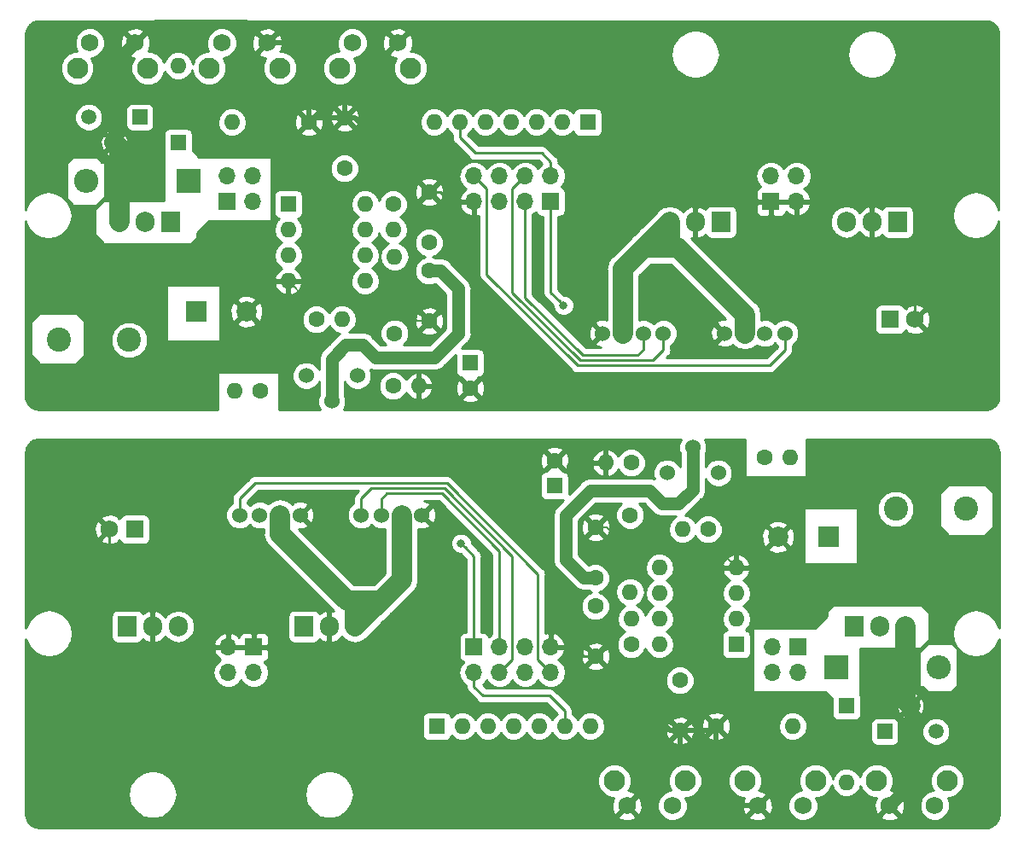
<source format=gtl>
G04 #@! TF.GenerationSoftware,KiCad,Pcbnew,(5.0.1)-4*
G04 #@! TF.CreationDate,2018-12-21T14:04:29+09:00*
G04 #@! TF.ProjectId,Nixie_Module_PowerSupply_panelized,4E697869655F4D6F64756C655F506F77,rev?*
G04 #@! TF.SameCoordinates,Original*
G04 #@! TF.FileFunction,Copper,L1,Top,Signal*
G04 #@! TF.FilePolarity,Positive*
%FSLAX46Y46*%
G04 Gerber Fmt 4.6, Leading zero omitted, Abs format (unit mm)*
G04 Created by KiCad (PCBNEW (5.0.1)-4) date 21/12/2018 14:04:29*
%MOMM*%
%LPD*%
G01*
G04 APERTURE LIST*
G04 #@! TA.AperFunction,ComponentPad*
%ADD10O,1.600000X1.600000*%
G04 #@! TD*
G04 #@! TA.AperFunction,ComponentPad*
%ADD11C,1.600000*%
G04 #@! TD*
G04 #@! TA.AperFunction,ComponentPad*
%ADD12C,1.524000*%
G04 #@! TD*
G04 #@! TA.AperFunction,ComponentPad*
%ADD13C,1.750000*%
G04 #@! TD*
G04 #@! TA.AperFunction,ComponentPad*
%ADD14R,1.750000X1.750000*%
G04 #@! TD*
G04 #@! TA.AperFunction,ComponentPad*
%ADD15R,1.905000X2.000000*%
G04 #@! TD*
G04 #@! TA.AperFunction,ComponentPad*
%ADD16O,1.905000X2.000000*%
G04 #@! TD*
G04 #@! TA.AperFunction,ComponentPad*
%ADD17O,1.700000X1.700000*%
G04 #@! TD*
G04 #@! TA.AperFunction,ComponentPad*
%ADD18R,1.700000X1.700000*%
G04 #@! TD*
G04 #@! TA.AperFunction,ComponentPad*
%ADD19R,1.600000X1.600000*%
G04 #@! TD*
G04 #@! TA.AperFunction,ComponentPad*
%ADD20C,2.100000*%
G04 #@! TD*
G04 #@! TA.AperFunction,ComponentPad*
%ADD21O,2.400000X2.400000*%
G04 #@! TD*
G04 #@! TA.AperFunction,ComponentPad*
%ADD22R,2.400000X2.400000*%
G04 #@! TD*
G04 #@! TA.AperFunction,ComponentPad*
%ADD23R,1.500000X1.500000*%
G04 #@! TD*
G04 #@! TA.AperFunction,ComponentPad*
%ADD24C,1.500000*%
G04 #@! TD*
G04 #@! TA.AperFunction,ComponentPad*
%ADD25C,2.400000*%
G04 #@! TD*
G04 #@! TA.AperFunction,ComponentPad*
%ADD26C,2.000000*%
G04 #@! TD*
G04 #@! TA.AperFunction,ComponentPad*
%ADD27R,2.000000X2.000000*%
G04 #@! TD*
G04 #@! TA.AperFunction,ViaPad*
%ADD28C,0.800000*%
G04 #@! TD*
G04 #@! TA.AperFunction,Conductor*
%ADD29C,0.200000*%
G04 #@! TD*
G04 #@! TA.AperFunction,Conductor*
%ADD30C,0.254000*%
G04 #@! TD*
G04 #@! TA.AperFunction,Conductor*
%ADD31C,0.500000*%
G04 #@! TD*
G04 #@! TA.AperFunction,Conductor*
%ADD32C,1.270000*%
G04 #@! TD*
G04 #@! TA.AperFunction,Conductor*
%ADD33C,0.250000*%
G04 #@! TD*
G04 #@! TA.AperFunction,Conductor*
%ADD34C,2.000000*%
G04 #@! TD*
G04 #@! TA.AperFunction,NonConductor*
%ADD35C,0.254000*%
G04 #@! TD*
G04 APERTURE END LIST*
D10*
G04 #@! TO.P,R7,2*
G04 #@! TO.N,N/C*
X188214000Y-60452000D03*
D11*
G04 #@! TO.P,R7,1*
X185674000Y-60452000D03*
G04 #@! TD*
D12*
G04 #@! TO.P,J4,4*
G04 #@! TO.N,N/C*
X206471000Y-55245000D03*
G04 #@! TO.P,J4,3*
X208471000Y-55245000D03*
G04 #@! TO.P,J4,2*
X210471000Y-55245000D03*
G04 #@! TO.P,J4,1*
X212471000Y-55245000D03*
G04 #@! TD*
D13*
G04 #@! TO.P,J6,2*
G04 #@! TO.N,N/C*
X237450000Y-53848000D03*
D14*
G04 #@! TO.P,J6,1*
X234950000Y-53848000D03*
G04 #@! TD*
D10*
G04 #@! TO.P,R3,2*
G04 #@! TO.N,N/C*
X169672000Y-34290000D03*
D11*
G04 #@! TO.P,R3,1*
X177292000Y-34290000D03*
G04 #@! TD*
D15*
G04 #@! TO.P,U2,1*
G04 #@! TO.N,N/C*
X218186000Y-44196000D03*
D16*
G04 #@! TO.P,U2,2*
X215646000Y-44196000D03*
G04 #@! TO.P,U2,3*
X213106000Y-44196000D03*
G04 #@! TD*
D17*
G04 #@! TO.P,J5,4*
G04 #@! TO.N,N/C*
X225679000Y-39624000D03*
G04 #@! TO.P,J5,3*
X223139000Y-39624000D03*
G04 #@! TO.P,J5,2*
X225679000Y-42164000D03*
D18*
G04 #@! TO.P,J5,1*
X223139000Y-42164000D03*
G04 #@! TD*
D17*
G04 #@! TO.P,J3,8*
G04 #@! TO.N,N/C*
X193675000Y-39624000D03*
G04 #@! TO.P,J3,7*
X193675000Y-42164000D03*
G04 #@! TO.P,J3,6*
X196215000Y-39624000D03*
G04 #@! TO.P,J3,5*
X196215000Y-42164000D03*
G04 #@! TO.P,J3,4*
X198755000Y-39624000D03*
G04 #@! TO.P,J3,3*
X198755000Y-42164000D03*
G04 #@! TO.P,J3,2*
X201295000Y-39624000D03*
D18*
G04 #@! TO.P,J3,1*
X201295000Y-42164000D03*
G04 #@! TD*
D12*
G04 #@! TO.P,R6,1*
G04 #@! TO.N,N/C*
X177038000Y-59436000D03*
G04 #@! TO.P,R6,3*
X182118000Y-59436000D03*
G04 #@! TO.P,R6,2*
X179578000Y-61976000D03*
G04 #@! TD*
D10*
G04 #@! TO.P,RN1,7*
G04 #@! TO.N,N/C*
X189738000Y-34290000D03*
G04 #@! TO.P,RN1,6*
X192278000Y-34290000D03*
G04 #@! TO.P,RN1,5*
X194818000Y-34290000D03*
G04 #@! TO.P,RN1,4*
X197358000Y-34290000D03*
G04 #@! TO.P,RN1,3*
X199898000Y-34290000D03*
G04 #@! TO.P,RN1,2*
X202438000Y-34290000D03*
D19*
G04 #@! TO.P,RN1,1*
X204978000Y-34290000D03*
G04 #@! TD*
D10*
G04 #@! TO.P,U3,8*
G04 #@! TO.N,N/C*
X182880000Y-42418000D03*
G04 #@! TO.P,U3,4*
X175260000Y-50038000D03*
G04 #@! TO.P,U3,7*
X182880000Y-44958000D03*
G04 #@! TO.P,U3,3*
X175260000Y-47498000D03*
G04 #@! TO.P,U3,6*
X182880000Y-47498000D03*
G04 #@! TO.P,U3,2*
X175260000Y-44958000D03*
G04 #@! TO.P,U3,5*
X182880000Y-50038000D03*
D19*
G04 #@! TO.P,U3,1*
X175260000Y-42418000D03*
G04 #@! TD*
D20*
G04 #@! TO.P,SW2,*
G04 #@! TO.N,*
X174416000Y-28906000D03*
D13*
G04 #@! TO.P,SW2,2*
G04 #@! TO.N,N/C*
X173156000Y-26416000D03*
G04 #@! TO.P,SW2,1*
X168656000Y-26416000D03*
D20*
G04 #@! TO.P,SW2,*
G04 #@! TO.N,*
X167406000Y-28906000D03*
G04 #@! TD*
G04 #@! TO.P,SW1,*
G04 #@! TO.N,*
X180360000Y-28906000D03*
D13*
G04 #@! TO.P,SW1,1*
G04 #@! TO.N,N/C*
X181610000Y-26416000D03*
G04 #@! TO.P,SW1,2*
X186110000Y-26416000D03*
D20*
G04 #@! TO.P,SW1,*
G04 #@! TO.N,*
X187370000Y-28906000D03*
G04 #@! TD*
D10*
G04 #@! TO.P,R1,2*
G04 #@! TO.N,N/C*
X185801000Y-47625000D03*
D11*
G04 #@! TO.P,R1,1*
X185801000Y-55245000D03*
G04 #@! TD*
D20*
G04 #@! TO.P,SW3,*
G04 #@! TO.N,*
X154325000Y-28906000D03*
D13*
G04 #@! TO.P,SW3,1*
G04 #@! TO.N,N/C*
X155575000Y-26416000D03*
G04 #@! TO.P,SW3,2*
X160075000Y-26416000D03*
D20*
G04 #@! TO.P,SW3,*
G04 #@! TO.N,*
X161335000Y-28906000D03*
G04 #@! TD*
D12*
G04 #@! TO.P,J1,4*
G04 #@! TO.N,N/C*
X218536000Y-55245000D03*
G04 #@! TO.P,J1,3*
X220536000Y-55245000D03*
G04 #@! TO.P,J1,2*
X222536000Y-55245000D03*
G04 #@! TO.P,J1,1*
X224536000Y-55245000D03*
G04 #@! TD*
D11*
G04 #@! TO.P,C1,2*
G04 #@! TO.N,N/C*
X193294000Y-60666000D03*
D19*
G04 #@! TO.P,C1,1*
X193294000Y-58166000D03*
G04 #@! TD*
D16*
G04 #@! TO.P,U1,3*
G04 #@! TO.N,N/C*
X230632000Y-44196000D03*
G04 #@! TO.P,U1,2*
X233172000Y-44196000D03*
D15*
G04 #@! TO.P,U1,1*
X235712000Y-44196000D03*
G04 #@! TD*
D16*
G04 #@! TO.P,Q2,3*
G04 #@! TO.N,N/C*
X158496000Y-44196000D03*
G04 #@! TO.P,Q2,2*
X161036000Y-44196000D03*
D15*
G04 #@! TO.P,Q2,1*
X163576000Y-44196000D03*
G04 #@! TD*
D11*
G04 #@! TO.P,R5,1*
G04 #@! TO.N,N/C*
X172466000Y-60960000D03*
D10*
G04 #@! TO.P,R5,2*
X169926000Y-60960000D03*
G04 #@! TD*
D21*
G04 #@! TO.P,D2,2*
G04 #@! TO.N,N/C*
X155194000Y-40132000D03*
D22*
G04 #@! TO.P,D2,1*
X165354000Y-40132000D03*
G04 #@! TD*
D11*
G04 #@! TO.P,C3,1*
G04 #@! TO.N,N/C*
X180848000Y-38862000D03*
G04 #@! TO.P,C3,2*
X180848000Y-33862000D03*
G04 #@! TD*
D17*
G04 #@! TO.P,J2,4*
G04 #@! TO.N,N/C*
X171704000Y-39624000D03*
G04 #@! TO.P,J2,3*
X169164000Y-39624000D03*
G04 #@! TO.P,J2,2*
X171704000Y-42164000D03*
D18*
G04 #@! TO.P,J2,1*
X169164000Y-42164000D03*
G04 #@! TD*
D10*
G04 #@! TO.P,D1,2*
G04 #@! TO.N,N/C*
X164338000Y-28702000D03*
D19*
G04 #@! TO.P,D1,1*
X164338000Y-36322000D03*
G04 #@! TD*
D10*
G04 #@! TO.P,R2,2*
G04 #@! TO.N,N/C*
X185674000Y-44958000D03*
D11*
G04 #@! TO.P,R2,1*
X185674000Y-42418000D03*
G04 #@! TD*
D23*
G04 #@! TO.P,Q1,1*
G04 #@! TO.N,N/C*
X160528000Y-33782000D03*
D24*
G04 #@! TO.P,Q1,3*
X155448000Y-33782000D03*
G04 #@! TO.P,Q1,2*
X157988000Y-36322000D03*
G04 #@! TD*
D25*
G04 #@! TO.P,L1,2*
G04 #@! TO.N,N/C*
X152456000Y-55880000D03*
G04 #@! TO.P,L1,1*
X159456000Y-55880000D03*
G04 #@! TD*
D26*
G04 #@! TO.P,C5,2*
G04 #@! TO.N,N/C*
X171116000Y-53086000D03*
D27*
G04 #@! TO.P,C5,1*
X166116000Y-53086000D03*
G04 #@! TD*
D11*
G04 #@! TO.P,R4,1*
G04 #@! TO.N,N/C*
X178054000Y-53848000D03*
D10*
G04 #@! TO.P,R4,2*
X180594000Y-53848000D03*
G04 #@! TD*
D11*
G04 #@! TO.P,C4,2*
G04 #@! TO.N,N/C*
X189230000Y-54022000D03*
G04 #@! TO.P,C4,1*
X189230000Y-49022000D03*
G04 #@! TD*
G04 #@! TO.P,C2,2*
G04 #@! TO.N,N/C*
X189230000Y-41228000D03*
G04 #@! TO.P,C2,1*
X189230000Y-46228000D03*
G04 #@! TD*
D15*
G04 #@! TO.P,U1,1*
G04 #@! TO.N,+12V*
X159258000Y-84328000D03*
D16*
G04 #@! TO.P,U1,2*
G04 #@! TO.N,GND*
X161798000Y-84328000D03*
G04 #@! TO.P,U1,3*
G04 #@! TO.N,+5V*
X164338000Y-84328000D03*
G04 #@! TD*
D25*
G04 #@! TO.P,L1,1*
G04 #@! TO.N,Net-(L1-Pad1)*
X235514000Y-72644000D03*
G04 #@! TO.P,L1,2*
G04 #@! TO.N,Net-(D2-Pad2)*
X242514000Y-72644000D03*
G04 #@! TD*
D18*
G04 #@! TO.P,J2,1*
G04 #@! TO.N,+HV*
X225806000Y-86360000D03*
D17*
G04 #@! TO.P,J2,2*
X223266000Y-86360000D03*
G04 #@! TO.P,J2,3*
G04 #@! TO.N,N/C*
X225806000Y-88900000D03*
G04 #@! TO.P,J2,4*
X223266000Y-88900000D03*
G04 #@! TD*
D19*
G04 #@! TO.P,C1,1*
G04 #@! TO.N,+12V*
X201676000Y-70358000D03*
D11*
G04 #@! TO.P,C1,2*
G04 #@! TO.N,GND*
X201676000Y-67858000D03*
G04 #@! TD*
G04 #@! TO.P,C2,1*
G04 #@! TO.N,+12V*
X205740000Y-82296000D03*
G04 #@! TO.P,C2,2*
G04 #@! TO.N,GND*
X205740000Y-87296000D03*
G04 #@! TD*
G04 #@! TO.P,C3,2*
G04 #@! TO.N,GND*
X214122000Y-94662000D03*
G04 #@! TO.P,C3,1*
G04 #@! TO.N,Net-(C3-Pad1)*
X214122000Y-89662000D03*
G04 #@! TD*
G04 #@! TO.P,C4,1*
G04 #@! TO.N,Net-(C4-Pad1)*
X205740000Y-79502000D03*
G04 #@! TO.P,C4,2*
G04 #@! TO.N,GND*
X205740000Y-74502000D03*
G04 #@! TD*
D27*
G04 #@! TO.P,C5,1*
G04 #@! TO.N,+HV*
X228854000Y-75438000D03*
D26*
G04 #@! TO.P,C5,2*
G04 #@! TO.N,GND*
X223854000Y-75438000D03*
G04 #@! TD*
D19*
G04 #@! TO.P,D1,1*
G04 #@! TO.N,Net-(D1-Pad1)*
X230632000Y-92202000D03*
D10*
G04 #@! TO.P,D1,2*
G04 #@! TO.N,Net-(D1-Pad2)*
X230632000Y-99822000D03*
G04 #@! TD*
D22*
G04 #@! TO.P,D2,1*
G04 #@! TO.N,+HV*
X229616000Y-88392000D03*
D21*
G04 #@! TO.P,D2,2*
G04 #@! TO.N,Net-(D2-Pad2)*
X239776000Y-88392000D03*
G04 #@! TD*
D24*
G04 #@! TO.P,Q1,2*
G04 #@! TO.N,GND*
X236982000Y-92202000D03*
G04 #@! TO.P,Q1,3*
G04 #@! TO.N,Net-(D1-Pad2)*
X239522000Y-94742000D03*
D23*
G04 #@! TO.P,Q1,1*
G04 #@! TO.N,Net-(D1-Pad1)*
X234442000Y-94742000D03*
G04 #@! TD*
D15*
G04 #@! TO.P,Q2,1*
G04 #@! TO.N,Net-(D1-Pad1)*
X231394000Y-84328000D03*
D16*
G04 #@! TO.P,Q2,2*
G04 #@! TO.N,Net-(D2-Pad2)*
X233934000Y-84328000D03*
G04 #@! TO.P,Q2,3*
G04 #@! TO.N,GND*
X236474000Y-84328000D03*
G04 #@! TD*
D11*
G04 #@! TO.P,R2,1*
G04 #@! TO.N,Net-(R2-Pad1)*
X209296000Y-86106000D03*
D10*
G04 #@! TO.P,R2,2*
G04 #@! TO.N,Net-(L1-Pad1)*
X209296000Y-83566000D03*
G04 #@! TD*
G04 #@! TO.P,R4,2*
G04 #@! TO.N,Net-(L1-Pad1)*
X214376000Y-74676000D03*
D11*
G04 #@! TO.P,R4,1*
G04 #@! TO.N,Net-(R4-Pad1)*
X216916000Y-74676000D03*
G04 #@! TD*
D10*
G04 #@! TO.P,R5,2*
G04 #@! TO.N,+HV*
X225044000Y-67564000D03*
D11*
G04 #@! TO.P,R5,1*
G04 #@! TO.N,Net-(R5-Pad1)*
X222504000Y-67564000D03*
G04 #@! TD*
G04 #@! TO.P,R7,1*
G04 #@! TO.N,Net-(R6-Pad3)*
X209296000Y-68072000D03*
D10*
G04 #@! TO.P,R7,2*
G04 #@! TO.N,GND*
X206756000Y-68072000D03*
G04 #@! TD*
D20*
G04 #@! TO.P,SW1,*
G04 #@! TO.N,*
X207600000Y-99618000D03*
D13*
G04 #@! TO.P,SW1,2*
G04 #@! TO.N,GND*
X208860000Y-102108000D03*
G04 #@! TO.P,SW1,1*
G04 #@! TO.N,/SW_MODE*
X213360000Y-102108000D03*
D20*
G04 #@! TO.P,SW1,*
G04 #@! TO.N,*
X214610000Y-99618000D03*
G04 #@! TD*
G04 #@! TO.P,SW2,*
G04 #@! TO.N,*
X227564000Y-99618000D03*
D13*
G04 #@! TO.P,SW2,1*
G04 #@! TO.N,/SW_UP*
X226314000Y-102108000D03*
G04 #@! TO.P,SW2,2*
G04 #@! TO.N,GND*
X221814000Y-102108000D03*
D20*
G04 #@! TO.P,SW2,*
G04 #@! TO.N,*
X220554000Y-99618000D03*
G04 #@! TD*
G04 #@! TO.P,SW3,*
G04 #@! TO.N,*
X233635000Y-99618000D03*
D13*
G04 #@! TO.P,SW3,2*
G04 #@! TO.N,GND*
X234895000Y-102108000D03*
G04 #@! TO.P,SW3,1*
G04 #@! TO.N,/SW_DOWN*
X239395000Y-102108000D03*
D20*
G04 #@! TO.P,SW3,*
G04 #@! TO.N,*
X240645000Y-99618000D03*
G04 #@! TD*
D19*
G04 #@! TO.P,U3,1*
G04 #@! TO.N,Net-(R4-Pad1)*
X219710000Y-86106000D03*
D10*
G04 #@! TO.P,U3,5*
G04 #@! TO.N,Net-(C4-Pad1)*
X212090000Y-78486000D03*
G04 #@! TO.P,U3,2*
G04 #@! TO.N,Net-(D1-Pad2)*
X219710000Y-83566000D03*
G04 #@! TO.P,U3,6*
G04 #@! TO.N,+12V*
X212090000Y-81026000D03*
G04 #@! TO.P,U3,3*
G04 #@! TO.N,Net-(C3-Pad1)*
X219710000Y-81026000D03*
G04 #@! TO.P,U3,7*
G04 #@! TO.N,Net-(L1-Pad1)*
X212090000Y-83566000D03*
G04 #@! TO.P,U3,4*
G04 #@! TO.N,GND*
X219710000Y-78486000D03*
G04 #@! TO.P,U3,8*
G04 #@! TO.N,Net-(R2-Pad1)*
X212090000Y-86106000D03*
G04 #@! TD*
D12*
G04 #@! TO.P,R6,2*
G04 #@! TO.N,Net-(C4-Pad1)*
X215392000Y-66548000D03*
G04 #@! TO.P,R6,3*
G04 #@! TO.N,Net-(R6-Pad3)*
X212852000Y-69088000D03*
G04 #@! TO.P,R6,1*
G04 #@! TO.N,Net-(R5-Pad1)*
X217932000Y-69088000D03*
G04 #@! TD*
D19*
G04 #@! TO.P,RN1,1*
G04 #@! TO.N,+3V3*
X189992000Y-94234000D03*
D10*
G04 #@! TO.P,RN1,2*
G04 #@! TO.N,/NIX_SDA*
X192532000Y-94234000D03*
G04 #@! TO.P,RN1,3*
G04 #@! TO.N,/NIX_SCL*
X195072000Y-94234000D03*
G04 #@! TO.P,RN1,4*
G04 #@! TO.N,/SW_DOWN*
X197612000Y-94234000D03*
G04 #@! TO.P,RN1,5*
G04 #@! TO.N,/SW_MODE*
X200152000Y-94234000D03*
G04 #@! TO.P,RN1,6*
G04 #@! TO.N,/SW_UP*
X202692000Y-94234000D03*
G04 #@! TO.P,RN1,7*
G04 #@! TO.N,N/C*
X205232000Y-94234000D03*
G04 #@! TD*
D18*
G04 #@! TO.P,J3,1*
G04 #@! TO.N,/GROVE_GPIO_1*
X193675000Y-86360000D03*
D17*
G04 #@! TO.P,J3,2*
G04 #@! TO.N,/SW_UP*
X193675000Y-88900000D03*
G04 #@! TO.P,J3,3*
G04 #@! TO.N,/NIX_SDA*
X196215000Y-86360000D03*
G04 #@! TO.P,J3,4*
G04 #@! TO.N,/NIX_SCL*
X196215000Y-88900000D03*
G04 #@! TO.P,J3,5*
G04 #@! TO.N,/SW_DOWN*
X198755000Y-86360000D03*
G04 #@! TO.P,J3,6*
G04 #@! TO.N,/SW_MODE*
X198755000Y-88900000D03*
G04 #@! TO.P,J3,7*
G04 #@! TO.N,GND*
X201295000Y-86360000D03*
G04 #@! TO.P,J3,8*
G04 #@! TO.N,/GROVE_GPIO_0*
X201295000Y-88900000D03*
G04 #@! TD*
D12*
G04 #@! TO.P,J4,1*
G04 #@! TO.N,/NIX_SCL*
X182499000Y-73279000D03*
G04 #@! TO.P,J4,2*
G04 #@! TO.N,/NIX_SDA*
X184499000Y-73279000D03*
G04 #@! TO.P,J4,3*
G04 #@! TO.N,+3V3*
X186499000Y-73279000D03*
G04 #@! TO.P,J4,4*
G04 #@! TO.N,GND*
X188499000Y-73279000D03*
G04 #@! TD*
D18*
G04 #@! TO.P,J5,1*
G04 #@! TO.N,GND*
X171831000Y-86360000D03*
D17*
G04 #@! TO.P,J5,2*
X169291000Y-86360000D03*
G04 #@! TO.P,J5,3*
G04 #@! TO.N,+3V3*
X171831000Y-88900000D03*
G04 #@! TO.P,J5,4*
G04 #@! TO.N,+5V*
X169291000Y-88900000D03*
G04 #@! TD*
D12*
G04 #@! TO.P,J1,1*
G04 #@! TO.N,/GROVE_GPIO_0*
X170434000Y-73279000D03*
G04 #@! TO.P,J1,2*
G04 #@! TO.N,/GROVE_GPIO_1*
X172434000Y-73279000D03*
G04 #@! TO.P,J1,3*
G04 #@! TO.N,+3V3*
X174434000Y-73279000D03*
G04 #@! TO.P,J1,4*
G04 #@! TO.N,GND*
X176434000Y-73279000D03*
G04 #@! TD*
D11*
G04 #@! TO.P,R3,1*
G04 #@! TO.N,GND*
X217678000Y-94234000D03*
D10*
G04 #@! TO.P,R3,2*
G04 #@! TO.N,Net-(D1-Pad2)*
X225298000Y-94234000D03*
G04 #@! TD*
D16*
G04 #@! TO.P,U2,3*
G04 #@! TO.N,+3V3*
X181864000Y-84328000D03*
G04 #@! TO.P,U2,2*
G04 #@! TO.N,GND*
X179324000Y-84328000D03*
D15*
G04 #@! TO.P,U2,1*
G04 #@! TO.N,+5V*
X176784000Y-84328000D03*
G04 #@! TD*
D14*
G04 #@! TO.P,J6,1*
G04 #@! TO.N,+12V*
X160020000Y-74676000D03*
D13*
G04 #@! TO.P,J6,2*
G04 #@! TO.N,GND*
X157520000Y-74676000D03*
G04 #@! TD*
D11*
G04 #@! TO.P,R1,1*
G04 #@! TO.N,Net-(L1-Pad1)*
X209169000Y-73279000D03*
D10*
G04 #@! TO.P,R1,2*
G04 #@! TO.N,+12V*
X209169000Y-80899000D03*
G04 #@! TD*
D28*
G04 #@! TO.N,*
X204470000Y-41910000D03*
X206248000Y-43688000D03*
X206248000Y-47244000D03*
X206248000Y-45466000D03*
X204470000Y-43688000D03*
X206248000Y-41910000D03*
X204470000Y-47244000D03*
X204470000Y-45466000D03*
X202565000Y-52451000D03*
G04 #@! TO.N,GND*
X188722000Y-81280000D03*
X188722000Y-83058000D03*
X188722000Y-84836000D03*
X188722000Y-86614000D03*
X190500000Y-81280000D03*
X190500000Y-83058000D03*
X190500000Y-84836000D03*
X190500000Y-86614000D03*
G04 #@! TO.N,/GROVE_GPIO_1*
X192405000Y-76073000D03*
G04 #@! TD*
D29*
G04 #@! TO.N,*
X187071000Y-52994370D02*
X186019630Y-51943000D01*
X189230000Y-54022000D02*
X188098630Y-54022000D01*
X177165000Y-51943000D02*
X175260000Y-50038000D01*
D30*
X190361370Y-41228000D02*
X191297370Y-42164000D01*
D31*
X160949999Y-25541001D02*
X160075000Y-26416000D01*
D30*
X237450000Y-51014000D02*
X233172000Y-46736000D01*
D31*
X177720000Y-33862000D02*
X177292000Y-34290000D01*
X162107000Y-24384000D02*
X160949999Y-25541001D01*
X175260000Y-26416000D02*
X173156000Y-26416000D01*
X180848000Y-31678000D02*
X180848000Y-33862000D01*
X186110000Y-26416000D02*
X180848000Y-31678000D01*
X189230000Y-41228000D02*
X181864000Y-33862000D01*
D29*
X188098630Y-54022000D02*
X187071000Y-52994370D01*
D31*
X177292000Y-34290000D02*
X177292000Y-28448000D01*
D29*
X186019630Y-51943000D02*
X177165000Y-51943000D01*
D31*
X173156000Y-26416000D02*
X171124000Y-24384000D01*
X177292000Y-28448000D02*
X175260000Y-26416000D01*
D30*
X171116000Y-53086000D02*
X174164000Y-50038000D01*
D31*
X180848000Y-33862000D02*
X177720000Y-33862000D01*
X181864000Y-33862000D02*
X180848000Y-33862000D01*
D30*
X233172000Y-46736000D02*
X233172000Y-44196000D01*
D32*
X160075000Y-26416000D02*
X157988000Y-28503000D01*
D31*
X171124000Y-24384000D02*
X162107000Y-24384000D01*
X189230000Y-41228000D02*
X187579000Y-42879000D01*
D32*
X157988000Y-28503000D02*
X157988000Y-36322000D01*
D31*
X187579000Y-52486370D02*
X187071000Y-52994370D01*
X187579000Y-42879000D02*
X187579000Y-52486370D01*
D30*
X189230000Y-41228000D02*
X190361370Y-41228000D01*
X191297370Y-42164000D02*
X193675000Y-42164000D01*
X174164000Y-50038000D02*
X175260000Y-50038000D01*
D33*
X225679000Y-42164000D02*
X232918000Y-42164000D01*
D30*
X237450000Y-53848000D02*
X237450000Y-51014000D01*
D33*
X233172000Y-42418000D02*
X233172000Y-44196000D01*
X232918000Y-42164000D02*
X233172000Y-42418000D01*
X224476919Y-42164000D02*
X223139000Y-42164000D01*
X225679000Y-42164000D02*
X224476919Y-42164000D01*
X215646000Y-42926000D02*
X215646000Y-44196000D01*
D34*
X158496000Y-36830000D02*
X157988000Y-36322000D01*
D33*
X223139000Y-42164000D02*
X216408000Y-42164000D01*
D34*
X158496000Y-44196000D02*
X158496000Y-36830000D01*
D33*
X216408000Y-42164000D02*
X215646000Y-42926000D01*
D32*
X192151000Y-55245000D02*
X189738000Y-57658000D01*
X189230000Y-49022000D02*
X190361370Y-49022000D01*
X189738000Y-57658000D02*
X183896000Y-57658000D01*
X190361370Y-49022000D02*
X192151000Y-50811630D01*
X182626000Y-56388000D02*
X180975000Y-56388000D01*
X192151000Y-50811630D02*
X192151000Y-55245000D01*
X183896000Y-57658000D02*
X182626000Y-56388000D01*
X179578000Y-57785000D02*
X179578000Y-61976000D01*
X180975000Y-56388000D02*
X179578000Y-57785000D01*
D34*
X208471000Y-48831000D02*
X208471000Y-55245000D01*
X213106000Y-46737370D02*
X213106000Y-44196000D01*
X213106000Y-46737370D02*
X210564630Y-46737370D01*
X211328000Y-45974000D02*
X212342630Y-45974000D01*
X211328000Y-45974000D02*
X208471000Y-48831000D01*
X212342630Y-45974000D02*
X213106000Y-46737370D01*
X213106000Y-44196000D02*
X211328000Y-45974000D01*
X210564630Y-46737370D02*
X208471000Y-48831000D01*
X220536000Y-55245000D02*
X220536000Y-53404000D01*
X220536000Y-53404000D02*
X213869370Y-46737370D01*
X213869370Y-46737370D02*
X213106000Y-46737370D01*
D30*
X224536000Y-56896000D02*
X224536000Y-55245000D01*
X194945000Y-49403000D02*
X203962000Y-58420000D01*
X223012000Y-58420000D02*
X224536000Y-56896000D01*
X194945000Y-40894000D02*
X194945000Y-49403000D01*
X203962000Y-58420000D02*
X223012000Y-58420000D01*
X193675000Y-39624000D02*
X194945000Y-40894000D01*
X210471000Y-56864000D02*
X210471000Y-55245000D01*
X209931000Y-57404000D02*
X210471000Y-56864000D01*
X204470000Y-57404000D02*
X209931000Y-57404000D01*
X198755000Y-42164000D02*
X198755000Y-51689000D01*
X198755000Y-51689000D02*
X204470000Y-57404000D01*
X211455000Y-57912000D02*
X212471000Y-56896000D01*
X204216000Y-57912000D02*
X211455000Y-57912000D01*
X197485000Y-51181000D02*
X204216000Y-57912000D01*
X198755000Y-39624000D02*
X197485000Y-40894000D01*
X212471000Y-56896000D02*
X212471000Y-55245000D01*
X197485000Y-40894000D02*
X197485000Y-51181000D01*
X201295000Y-38227000D02*
X201295000Y-39624000D01*
X200406000Y-37338000D02*
X201295000Y-38227000D01*
X192278000Y-34290000D02*
X192278000Y-35814000D01*
X192278000Y-35814000D02*
X193802000Y-37338000D01*
X193802000Y-37338000D02*
X200406000Y-37338000D01*
X202165001Y-52051001D02*
X202565000Y-52451000D01*
X201295000Y-42164000D02*
X201295000Y-51181000D01*
X201295000Y-51181000D02*
X202165001Y-52051001D01*
G04 #@! TO.N,GND*
X157520000Y-74676000D02*
X157520000Y-77510000D01*
X161798000Y-81788000D02*
X161798000Y-84328000D01*
X157520000Y-77510000D02*
X161798000Y-81788000D01*
X220806000Y-78486000D02*
X219710000Y-78486000D01*
X223854000Y-75438000D02*
X220806000Y-78486000D01*
D29*
X205740000Y-74502000D02*
X206871370Y-74502000D01*
X217805000Y-76581000D02*
X219710000Y-78486000D01*
X208950370Y-76581000D02*
X217805000Y-76581000D01*
D32*
X236982000Y-100021000D02*
X236982000Y-92202000D01*
X234895000Y-102108000D02*
X236982000Y-100021000D01*
D31*
X234020001Y-102982999D02*
X234895000Y-102108000D01*
X232863000Y-104140000D02*
X234020001Y-102982999D01*
X223846000Y-104140000D02*
X232863000Y-104140000D01*
X221814000Y-102108000D02*
X223846000Y-104140000D01*
X217678000Y-94234000D02*
X217678000Y-100076000D01*
X219710000Y-102108000D02*
X221814000Y-102108000D01*
X217678000Y-100076000D02*
X219710000Y-102108000D01*
X217250000Y-94662000D02*
X217678000Y-94234000D01*
X214122000Y-94662000D02*
X217250000Y-94662000D01*
X214122000Y-96846000D02*
X214122000Y-94662000D01*
X208860000Y-102108000D02*
X214122000Y-96846000D01*
X213106000Y-94662000D02*
X214122000Y-94662000D01*
X205740000Y-87296000D02*
X213106000Y-94662000D01*
D29*
X206871370Y-74502000D02*
X207899000Y-75529630D01*
X207899000Y-75529630D02*
X208950370Y-76581000D01*
D31*
X207391000Y-76037630D02*
X207899000Y-75529630D01*
X205740000Y-87296000D02*
X207391000Y-85645000D01*
X207391000Y-85645000D02*
X207391000Y-76037630D01*
D30*
X204608630Y-87296000D02*
X203672630Y-86360000D01*
X205740000Y-87296000D02*
X204608630Y-87296000D01*
X203672630Y-86360000D02*
X201295000Y-86360000D01*
D33*
X169291000Y-86360000D02*
X162052000Y-86360000D01*
X161798000Y-86106000D02*
X161798000Y-84328000D01*
X162052000Y-86360000D02*
X161798000Y-86106000D01*
X170493081Y-86360000D02*
X171831000Y-86360000D01*
X169291000Y-86360000D02*
X170493081Y-86360000D01*
X179324000Y-85598000D02*
X179324000Y-84328000D01*
X171831000Y-86360000D02*
X178562000Y-86360000D01*
X178562000Y-86360000D02*
X179324000Y-85598000D01*
D34*
X236474000Y-91694000D02*
X236982000Y-92202000D01*
X236474000Y-84328000D02*
X236474000Y-91694000D01*
D32*
G04 #@! TO.N,Net-(C4-Pad1)*
X204608630Y-79502000D02*
X202819000Y-77712370D01*
X205740000Y-79502000D02*
X204608630Y-79502000D01*
X202819000Y-77712370D02*
X202819000Y-73279000D01*
X202819000Y-73279000D02*
X205232000Y-70866000D01*
X205232000Y-70866000D02*
X211074000Y-70866000D01*
X211074000Y-70866000D02*
X212344000Y-72136000D01*
X212344000Y-72136000D02*
X213995000Y-72136000D01*
X215392000Y-70739000D02*
X215392000Y-66548000D01*
X213995000Y-72136000D02*
X215392000Y-70739000D01*
D34*
G04 #@! TO.N,+3V3*
X186499000Y-79693000D02*
X186499000Y-73279000D01*
X181864000Y-81786630D02*
X181864000Y-84328000D01*
X182627370Y-82550000D02*
X181864000Y-81786630D01*
X183642000Y-82550000D02*
X182627370Y-82550000D01*
X183642000Y-82550000D02*
X186499000Y-79693000D01*
X181864000Y-84328000D02*
X183642000Y-82550000D01*
X184405370Y-81786630D02*
X186499000Y-79693000D01*
X181864000Y-81786630D02*
X184405370Y-81786630D01*
X181100630Y-81786630D02*
X181864000Y-81786630D01*
X174434000Y-73279000D02*
X174434000Y-75120000D01*
X174434000Y-75120000D02*
X181100630Y-81786630D01*
D30*
G04 #@! TO.N,/GROVE_GPIO_0*
X170434000Y-71628000D02*
X170434000Y-73279000D01*
X171958000Y-70104000D02*
X170434000Y-71628000D01*
X191008000Y-70104000D02*
X171958000Y-70104000D01*
X200025000Y-79121000D02*
X191008000Y-70104000D01*
X201295000Y-88900000D02*
X200025000Y-87630000D01*
X200025000Y-87630000D02*
X200025000Y-79121000D01*
G04 #@! TO.N,/NIX_SDA*
X184499000Y-71660000D02*
X184499000Y-73279000D01*
X185039000Y-71120000D02*
X184499000Y-71660000D01*
X190500000Y-71120000D02*
X185039000Y-71120000D01*
X196215000Y-86360000D02*
X196215000Y-76835000D01*
X196215000Y-76835000D02*
X190500000Y-71120000D01*
G04 #@! TO.N,/NIX_SCL*
X182499000Y-71628000D02*
X182499000Y-73279000D01*
X183515000Y-70612000D02*
X182499000Y-71628000D01*
X190754000Y-70612000D02*
X183515000Y-70612000D01*
X197485000Y-77343000D02*
X190754000Y-70612000D01*
X196215000Y-88900000D02*
X197485000Y-87630000D01*
X197485000Y-87630000D02*
X197485000Y-77343000D01*
G04 #@! TO.N,/SW_UP*
X193675000Y-90297000D02*
X193675000Y-88900000D01*
X194564000Y-91186000D02*
X193675000Y-90297000D01*
X201168000Y-91186000D02*
X194564000Y-91186000D01*
X202692000Y-94234000D02*
X202692000Y-92710000D01*
X202692000Y-92710000D02*
X201168000Y-91186000D01*
G04 #@! TO.N,/GROVE_GPIO_1*
X193675000Y-77343000D02*
X192804999Y-76472999D01*
X192804999Y-76472999D02*
X192405000Y-76073000D01*
X193675000Y-86360000D02*
X193675000Y-77343000D01*
G04 #@! TD*
G04 #@! TO.N,GND*
G36*
X214207680Y-65756663D02*
X213995000Y-66270119D01*
X213995000Y-66825881D01*
X214122001Y-67132489D01*
X214122001Y-68503515D01*
X214036320Y-68296663D01*
X213643337Y-67903680D01*
X213129881Y-67691000D01*
X212574119Y-67691000D01*
X212060663Y-67903680D01*
X211667680Y-68296663D01*
X211455000Y-68810119D01*
X211455000Y-69365881D01*
X211585169Y-69680137D01*
X211569529Y-69669687D01*
X211199080Y-69596000D01*
X211199075Y-69596000D01*
X211074000Y-69571121D01*
X210948925Y-69596000D01*
X205357074Y-69596000D01*
X205231999Y-69571121D01*
X205106924Y-69596000D01*
X205106920Y-69596000D01*
X204736471Y-69669687D01*
X204736469Y-69669688D01*
X204736470Y-69669688D01*
X204506451Y-69823382D01*
X204316382Y-69950382D01*
X204245531Y-70056419D01*
X203118347Y-71183602D01*
X203123440Y-71158000D01*
X203123440Y-69558000D01*
X203074157Y-69310235D01*
X202933809Y-69100191D01*
X202723765Y-68959843D01*
X202489813Y-68913307D01*
X202504139Y-68865745D01*
X201676000Y-68037605D01*
X200847861Y-68865745D01*
X200862187Y-68913307D01*
X200628235Y-68959843D01*
X200418191Y-69100191D01*
X200277843Y-69310235D01*
X200228560Y-69558000D01*
X200228560Y-71158000D01*
X200277843Y-71405765D01*
X200418191Y-71615809D01*
X200628235Y-71756157D01*
X200876000Y-71805440D01*
X202476000Y-71805440D01*
X202501602Y-71800347D01*
X202009419Y-72292531D01*
X201903383Y-72363382D01*
X201832532Y-72469418D01*
X201832530Y-72469420D01*
X201622688Y-72783471D01*
X201524121Y-73279000D01*
X201549001Y-73404080D01*
X201549000Y-77587295D01*
X201524121Y-77712370D01*
X201549000Y-77837445D01*
X201549000Y-77837449D01*
X201622687Y-78207898D01*
X201903382Y-78627988D01*
X202009421Y-78698841D01*
X203622160Y-80311581D01*
X203693012Y-80417618D01*
X204113101Y-80698313D01*
X204483550Y-80772000D01*
X204483554Y-80772000D01*
X204608629Y-80796879D01*
X204733704Y-80772000D01*
X205056216Y-80772000D01*
X205362821Y-80899000D01*
X204927138Y-81079466D01*
X204523466Y-81483138D01*
X204305000Y-82010561D01*
X204305000Y-82581439D01*
X204523466Y-83108862D01*
X204927138Y-83512534D01*
X205454561Y-83731000D01*
X206025439Y-83731000D01*
X206552862Y-83512534D01*
X206956534Y-83108862D01*
X207175000Y-82581439D01*
X207175000Y-82010561D01*
X206956534Y-81483138D01*
X206552862Y-81079466D01*
X206117179Y-80899000D01*
X207705887Y-80899000D01*
X207817260Y-81458909D01*
X208134423Y-81933577D01*
X208609091Y-82250740D01*
X208664885Y-82261838D01*
X208261423Y-82531423D01*
X207944260Y-83006091D01*
X207832887Y-83566000D01*
X207944260Y-84125909D01*
X208261423Y-84600577D01*
X208613168Y-84835606D01*
X208483138Y-84889466D01*
X208079466Y-85293138D01*
X207861000Y-85820561D01*
X207861000Y-86391439D01*
X208079466Y-86918862D01*
X208483138Y-87322534D01*
X209010561Y-87541000D01*
X209581439Y-87541000D01*
X210108862Y-87322534D01*
X210512534Y-86918862D01*
X210699021Y-86468643D01*
X210738260Y-86665909D01*
X211055423Y-87140577D01*
X211530091Y-87457740D01*
X211948667Y-87541000D01*
X212231333Y-87541000D01*
X212649909Y-87457740D01*
X213124577Y-87140577D01*
X213441740Y-86665909D01*
X213553113Y-86106000D01*
X213441740Y-85546091D01*
X213124577Y-85071423D01*
X212772242Y-84836000D01*
X213124577Y-84600577D01*
X213441740Y-84125909D01*
X213553113Y-83566000D01*
X213441740Y-83006091D01*
X213124577Y-82531423D01*
X212772242Y-82296000D01*
X213124577Y-82060577D01*
X213441740Y-81585909D01*
X213553113Y-81026000D01*
X218246887Y-81026000D01*
X218358260Y-81585909D01*
X218675423Y-82060577D01*
X219027758Y-82296000D01*
X218675423Y-82531423D01*
X218358260Y-83006091D01*
X218246887Y-83566000D01*
X218358260Y-84125909D01*
X218675423Y-84600577D01*
X218796106Y-84681215D01*
X218662235Y-84707843D01*
X218452191Y-84848191D01*
X218311843Y-85058235D01*
X218262560Y-85306000D01*
X218262560Y-86906000D01*
X218311843Y-87153765D01*
X218452191Y-87363809D01*
X218662235Y-87504157D01*
X218910000Y-87553440D01*
X220510000Y-87553440D01*
X220757765Y-87504157D01*
X220967809Y-87363809D01*
X221108157Y-87153765D01*
X221157440Y-86906000D01*
X221157440Y-85306000D01*
X221108157Y-85058235D01*
X220967809Y-84848191D01*
X220757765Y-84707843D01*
X220623894Y-84681215D01*
X220744577Y-84600577D01*
X220756989Y-84582000D01*
X221361000Y-84582000D01*
X221361000Y-90678000D01*
X221370667Y-90726601D01*
X221398197Y-90767803D01*
X221439399Y-90795333D01*
X221488000Y-90805000D01*
X228547394Y-90805000D01*
X229184560Y-91442166D01*
X229184560Y-93002000D01*
X229233843Y-93249765D01*
X229374191Y-93459809D01*
X229584235Y-93600157D01*
X229832000Y-93649440D01*
X231432000Y-93649440D01*
X231679765Y-93600157D01*
X231889809Y-93459809D01*
X232030157Y-93249765D01*
X232045323Y-93173517D01*
X236190088Y-93173517D01*
X236258077Y-93414460D01*
X236777171Y-93599201D01*
X237327448Y-93571230D01*
X237705923Y-93414460D01*
X237773912Y-93173517D01*
X236982000Y-92381605D01*
X236190088Y-93173517D01*
X232045323Y-93173517D01*
X232079440Y-93002000D01*
X232079440Y-91997171D01*
X235584799Y-91997171D01*
X235612770Y-92547448D01*
X235769540Y-92925923D01*
X236010483Y-92993912D01*
X236802395Y-92202000D01*
X237161605Y-92202000D01*
X237953517Y-92993912D01*
X238194460Y-92925923D01*
X238379201Y-92406829D01*
X238351230Y-91856552D01*
X238194460Y-91478077D01*
X237953517Y-91410088D01*
X237161605Y-92202000D01*
X236802395Y-92202000D01*
X236010483Y-91410088D01*
X235769540Y-91478077D01*
X235584799Y-91997171D01*
X232079440Y-91997171D01*
X232079440Y-91402000D01*
X232045324Y-91230483D01*
X236190088Y-91230483D01*
X236982000Y-92022395D01*
X237773912Y-91230483D01*
X237705923Y-90989540D01*
X237186829Y-90804799D01*
X236636552Y-90832770D01*
X236258077Y-90989540D01*
X236190088Y-91230483D01*
X232045324Y-91230483D01*
X232030157Y-91154235D01*
X232029000Y-91152503D01*
X232029000Y-86868000D01*
X237871000Y-86868000D01*
X237871000Y-90170000D01*
X237880667Y-90218601D01*
X237908197Y-90259803D01*
X237949399Y-90287333D01*
X237998000Y-90297000D01*
X238199394Y-90297000D01*
X238670197Y-90767803D01*
X238711399Y-90795333D01*
X238760000Y-90805000D01*
X241046000Y-90805000D01*
X241094601Y-90795333D01*
X241135803Y-90767803D01*
X241643803Y-90259803D01*
X241671333Y-90218601D01*
X241681000Y-90170000D01*
X241681000Y-86614000D01*
X241671333Y-86565399D01*
X241643803Y-86524197D01*
X241135803Y-86016197D01*
X241094601Y-85988667D01*
X241046000Y-85979000D01*
X238760000Y-85979000D01*
X238711399Y-85988667D01*
X238670197Y-86016197D01*
X237908197Y-86778197D01*
X237880667Y-86819399D01*
X237871000Y-86868000D01*
X232029000Y-86868000D01*
X232029000Y-86487000D01*
X237998000Y-86487000D01*
X238046601Y-86477333D01*
X238087803Y-86449803D01*
X238849803Y-85687803D01*
X238877333Y-85646601D01*
X238887000Y-85598000D01*
X238887000Y-83058000D01*
X238877333Y-83009399D01*
X238849803Y-82968197D01*
X238087803Y-82206197D01*
X238046601Y-82178667D01*
X237998000Y-82169000D01*
X229362000Y-82169000D01*
X229313399Y-82178667D01*
X229272197Y-82206197D01*
X228764197Y-82714197D01*
X228736667Y-82755399D01*
X228727000Y-82804000D01*
X228727000Y-83259394D01*
X227531394Y-84455000D01*
X221488000Y-84455000D01*
X221439399Y-84464667D01*
X221398197Y-84492197D01*
X221370667Y-84533399D01*
X221361000Y-84582000D01*
X220756989Y-84582000D01*
X221061740Y-84125909D01*
X221173113Y-83566000D01*
X221061740Y-83006091D01*
X220744577Y-82531423D01*
X220392242Y-82296000D01*
X220744577Y-82060577D01*
X221061740Y-81585909D01*
X221173113Y-81026000D01*
X221061740Y-80466091D01*
X220744577Y-79991423D01*
X220360892Y-79735053D01*
X220565134Y-79638389D01*
X220941041Y-79223423D01*
X221101904Y-78835039D01*
X220979915Y-78613000D01*
X219837000Y-78613000D01*
X219837000Y-78633000D01*
X219583000Y-78633000D01*
X219583000Y-78613000D01*
X218440085Y-78613000D01*
X218318096Y-78835039D01*
X218478959Y-79223423D01*
X218854866Y-79638389D01*
X219059108Y-79735053D01*
X218675423Y-79991423D01*
X218358260Y-80466091D01*
X218246887Y-81026000D01*
X213553113Y-81026000D01*
X213441740Y-80466091D01*
X213124577Y-79991423D01*
X212772242Y-79756000D01*
X213124577Y-79520577D01*
X213441740Y-79045909D01*
X213553113Y-78486000D01*
X213483685Y-78136961D01*
X218318096Y-78136961D01*
X218440085Y-78359000D01*
X219583000Y-78359000D01*
X219583000Y-77215371D01*
X219837000Y-77215371D01*
X219837000Y-78359000D01*
X220979915Y-78359000D01*
X221101904Y-78136961D01*
X220941041Y-77748577D01*
X220565134Y-77333611D01*
X220059041Y-77094086D01*
X219837000Y-77215371D01*
X219583000Y-77215371D01*
X219360959Y-77094086D01*
X218854866Y-77333611D01*
X218478959Y-77748577D01*
X218318096Y-78136961D01*
X213483685Y-78136961D01*
X213441740Y-77926091D01*
X213124577Y-77451423D01*
X212649909Y-77134260D01*
X212231333Y-77051000D01*
X211948667Y-77051000D01*
X211530091Y-77134260D01*
X211055423Y-77451423D01*
X210738260Y-77926091D01*
X210626887Y-78486000D01*
X210738260Y-79045909D01*
X211055423Y-79520577D01*
X211407758Y-79756000D01*
X211055423Y-79991423D01*
X210738260Y-80466091D01*
X210626887Y-81026000D01*
X210738260Y-81585909D01*
X211055423Y-82060577D01*
X211407758Y-82296000D01*
X211055423Y-82531423D01*
X210738260Y-83006091D01*
X210693000Y-83233628D01*
X210647740Y-83006091D01*
X210330577Y-82531423D01*
X209855909Y-82214260D01*
X209800115Y-82203162D01*
X210203577Y-81933577D01*
X210520740Y-81458909D01*
X210632113Y-80899000D01*
X210520740Y-80339091D01*
X210203577Y-79864423D01*
X209728909Y-79547260D01*
X209310333Y-79464000D01*
X209027667Y-79464000D01*
X208609091Y-79547260D01*
X208134423Y-79864423D01*
X207817260Y-80339091D01*
X207705887Y-80899000D01*
X206117179Y-80899000D01*
X206552862Y-80718534D01*
X206956534Y-80314862D01*
X207175000Y-79787439D01*
X207175000Y-79216561D01*
X206956534Y-78689138D01*
X206552862Y-78285466D01*
X206025439Y-78067000D01*
X205454561Y-78067000D01*
X205111699Y-78209018D01*
X204089000Y-77186320D01*
X204089000Y-76590532D01*
X222881073Y-76590532D01*
X222979736Y-76857387D01*
X223589461Y-77083908D01*
X224239460Y-77059856D01*
X224728264Y-76857387D01*
X224826927Y-76590532D01*
X223854000Y-75617605D01*
X222881073Y-76590532D01*
X204089000Y-76590532D01*
X204089000Y-75509745D01*
X204911861Y-75509745D01*
X204985995Y-75755864D01*
X205523223Y-75948965D01*
X206093454Y-75921778D01*
X206494005Y-75755864D01*
X206568139Y-75509745D01*
X205740000Y-74681605D01*
X204911861Y-75509745D01*
X204089000Y-75509745D01*
X204089000Y-74285223D01*
X204293035Y-74285223D01*
X204320222Y-74855454D01*
X204486136Y-75256005D01*
X204732255Y-75330139D01*
X205560395Y-74502000D01*
X205919605Y-74502000D01*
X206747745Y-75330139D01*
X206993864Y-75256005D01*
X207186965Y-74718777D01*
X207159778Y-74148546D01*
X206993864Y-73747995D01*
X206747745Y-73673861D01*
X205919605Y-74502000D01*
X205560395Y-74502000D01*
X204732255Y-73673861D01*
X204486136Y-73747995D01*
X204293035Y-74285223D01*
X204089000Y-74285223D01*
X204089000Y-73805050D01*
X204399795Y-73494255D01*
X204911861Y-73494255D01*
X205740000Y-74322395D01*
X206568139Y-73494255D01*
X206494005Y-73248136D01*
X205956777Y-73055035D01*
X205386546Y-73082222D01*
X204985995Y-73248136D01*
X204911861Y-73494255D01*
X204399795Y-73494255D01*
X205758051Y-72136000D01*
X208282604Y-72136000D01*
X207952466Y-72466138D01*
X207734000Y-72993561D01*
X207734000Y-73564439D01*
X207952466Y-74091862D01*
X208356138Y-74495534D01*
X208883561Y-74714000D01*
X209454439Y-74714000D01*
X209981862Y-74495534D01*
X210385534Y-74091862D01*
X210604000Y-73564439D01*
X210604000Y-72993561D01*
X210385534Y-72466138D01*
X210055396Y-72136000D01*
X210547950Y-72136000D01*
X211357530Y-72945581D01*
X211428382Y-73051618D01*
X211848471Y-73332313D01*
X212218920Y-73406000D01*
X212218924Y-73406000D01*
X212343999Y-73430879D01*
X212469074Y-73406000D01*
X213693758Y-73406000D01*
X213341423Y-73641423D01*
X213024260Y-74116091D01*
X212912887Y-74676000D01*
X213024260Y-75235909D01*
X213341423Y-75710577D01*
X213816091Y-76027740D01*
X214234667Y-76111000D01*
X214517333Y-76111000D01*
X214935909Y-76027740D01*
X215410577Y-75710577D01*
X215645606Y-75358832D01*
X215699466Y-75488862D01*
X216103138Y-75892534D01*
X216630561Y-76111000D01*
X217201439Y-76111000D01*
X217728862Y-75892534D01*
X218132534Y-75488862D01*
X218263177Y-75173461D01*
X222208092Y-75173461D01*
X222232144Y-75823460D01*
X222434613Y-76312264D01*
X222701468Y-76410927D01*
X223674395Y-75438000D01*
X224033605Y-75438000D01*
X225006532Y-76410927D01*
X225273387Y-76312264D01*
X225499908Y-75702539D01*
X225475856Y-75052540D01*
X225273387Y-74563736D01*
X225006532Y-74465073D01*
X224033605Y-75438000D01*
X223674395Y-75438000D01*
X222701468Y-74465073D01*
X222434613Y-74563736D01*
X222208092Y-75173461D01*
X218263177Y-75173461D01*
X218351000Y-74961439D01*
X218351000Y-74390561D01*
X218307470Y-74285468D01*
X222881073Y-74285468D01*
X223854000Y-75258395D01*
X224826927Y-74285468D01*
X224728264Y-74018613D01*
X224118539Y-73792092D01*
X223468540Y-73816144D01*
X222979736Y-74018613D01*
X222881073Y-74285468D01*
X218307470Y-74285468D01*
X218132534Y-73863138D01*
X217728862Y-73459466D01*
X217201439Y-73241000D01*
X216630561Y-73241000D01*
X216103138Y-73459466D01*
X215699466Y-73863138D01*
X215645606Y-73993168D01*
X215410577Y-73641423D01*
X214935909Y-73324260D01*
X214601987Y-73257839D01*
X214910618Y-73051618D01*
X214981471Y-72945579D01*
X215283050Y-72644000D01*
X226441000Y-72644000D01*
X226441000Y-77978000D01*
X226450667Y-78026601D01*
X226478197Y-78067803D01*
X226519399Y-78095333D01*
X226568000Y-78105000D01*
X231648000Y-78105000D01*
X231696601Y-78095333D01*
X231737803Y-78067803D01*
X231765333Y-78026601D01*
X231775000Y-77978000D01*
X231775000Y-72644000D01*
X231765333Y-72595399D01*
X231737803Y-72554197D01*
X231696601Y-72526667D01*
X231648000Y-72517000D01*
X226568000Y-72517000D01*
X226519399Y-72526667D01*
X226478197Y-72554197D01*
X226450667Y-72595399D01*
X226441000Y-72644000D01*
X215283050Y-72644000D01*
X215648054Y-72278996D01*
X233679000Y-72278996D01*
X233679000Y-73009004D01*
X233958362Y-73683444D01*
X234474556Y-74199638D01*
X235148996Y-74479000D01*
X235879004Y-74479000D01*
X236553444Y-74199638D01*
X237069638Y-73683444D01*
X237349000Y-73009004D01*
X237349000Y-72278996D01*
X237069638Y-71604556D01*
X236585082Y-71120000D01*
X239903000Y-71120000D01*
X239903000Y-74422000D01*
X239912667Y-74470601D01*
X239940197Y-74511803D01*
X240702197Y-75273803D01*
X240743399Y-75301333D01*
X240792000Y-75311000D01*
X244348000Y-75311000D01*
X244396601Y-75301333D01*
X244437803Y-75273803D01*
X245199803Y-74511803D01*
X245227333Y-74470601D01*
X245237000Y-74422000D01*
X245237000Y-71120000D01*
X245227333Y-71071399D01*
X245199803Y-71030197D01*
X244437803Y-70268197D01*
X244396601Y-70240667D01*
X244348000Y-70231000D01*
X240792000Y-70231000D01*
X240743399Y-70240667D01*
X240702197Y-70268197D01*
X239940197Y-71030197D01*
X239912667Y-71071399D01*
X239903000Y-71120000D01*
X236585082Y-71120000D01*
X236553444Y-71088362D01*
X235879004Y-70809000D01*
X235148996Y-70809000D01*
X234474556Y-71088362D01*
X233958362Y-71604556D01*
X233679000Y-72278996D01*
X215648054Y-72278996D01*
X216201582Y-71725469D01*
X216307618Y-71654618D01*
X216588313Y-71234529D01*
X216662000Y-70864080D01*
X216662000Y-70864076D01*
X216686879Y-70739001D01*
X216662000Y-70613926D01*
X216662000Y-69672487D01*
X216747680Y-69879337D01*
X217140663Y-70272320D01*
X217654119Y-70485000D01*
X218209881Y-70485000D01*
X218723337Y-70272320D01*
X219116320Y-69879337D01*
X219329000Y-69365881D01*
X219329000Y-68810119D01*
X219116320Y-68296663D01*
X218723337Y-67903680D01*
X218209881Y-67691000D01*
X217654119Y-67691000D01*
X217140663Y-67903680D01*
X216747680Y-68296663D01*
X216662000Y-68503513D01*
X216662000Y-67132487D01*
X216789000Y-66825881D01*
X216789000Y-66270119D01*
X216576320Y-65756663D01*
X216558257Y-65738600D01*
X220608428Y-65738600D01*
X220599000Y-65786000D01*
X220599000Y-69342000D01*
X220608667Y-69390601D01*
X220636197Y-69431803D01*
X220677399Y-69459333D01*
X220726000Y-69469000D01*
X226568000Y-69469000D01*
X226616601Y-69459333D01*
X226657803Y-69431803D01*
X226685333Y-69390601D01*
X226695000Y-69342000D01*
X226695000Y-65786000D01*
X226685572Y-65738600D01*
X244448736Y-65738600D01*
X244854040Y-65796644D01*
X245178604Y-65944214D01*
X245448707Y-66176950D01*
X245642632Y-66476139D01*
X245752070Y-66842079D01*
X245766100Y-67030873D01*
X245766100Y-84435363D01*
X245740838Y-84275865D01*
X245406335Y-83619366D01*
X244885334Y-83098365D01*
X244228835Y-82763862D01*
X243501100Y-82648600D01*
X242773365Y-82763862D01*
X242116866Y-83098365D01*
X241595865Y-83619366D01*
X241261362Y-84275865D01*
X241146100Y-85003600D01*
X241261362Y-85731335D01*
X241595865Y-86387834D01*
X242116866Y-86908835D01*
X242773365Y-87243338D01*
X243501100Y-87358600D01*
X244228835Y-87243338D01*
X244885334Y-86908835D01*
X245406335Y-86387834D01*
X245740838Y-85731335D01*
X245766101Y-85571837D01*
X245766101Y-102951229D01*
X245708056Y-103356538D01*
X245560485Y-103681104D01*
X245327750Y-103951206D01*
X245028559Y-104145132D01*
X244662625Y-104254570D01*
X244473827Y-104268600D01*
X150553464Y-104268600D01*
X150148162Y-104210556D01*
X149823596Y-104062985D01*
X149553494Y-103830250D01*
X149359568Y-103531059D01*
X149250130Y-103165125D01*
X149236100Y-102976327D01*
X149236100Y-100988000D01*
X159366276Y-100988000D01*
X159551380Y-101918580D01*
X160078511Y-102707489D01*
X160867420Y-103234620D01*
X161563103Y-103373000D01*
X162032897Y-103373000D01*
X162728580Y-103234620D01*
X163517489Y-102707489D01*
X164044620Y-101918580D01*
X164229724Y-100988000D01*
X176892276Y-100988000D01*
X177077380Y-101918580D01*
X177604511Y-102707489D01*
X178393420Y-103234620D01*
X179089103Y-103373000D01*
X179558897Y-103373000D01*
X180254580Y-103234620D01*
X180351201Y-103170060D01*
X207977545Y-103170060D01*
X208060884Y-103423953D01*
X208625306Y-103629590D01*
X209225458Y-103603579D01*
X209659116Y-103423953D01*
X209742455Y-103170060D01*
X208860000Y-102287605D01*
X207977545Y-103170060D01*
X180351201Y-103170060D01*
X181043489Y-102707489D01*
X181570620Y-101918580D01*
X181755724Y-100988000D01*
X181570620Y-100057420D01*
X181053059Y-99282833D01*
X205915000Y-99282833D01*
X205915000Y-99953167D01*
X206171526Y-100572476D01*
X206645524Y-101046474D01*
X207264833Y-101303000D01*
X207561973Y-101303000D01*
X207544047Y-101308884D01*
X207338410Y-101873306D01*
X207364421Y-102473458D01*
X207544047Y-102907116D01*
X207797940Y-102990455D01*
X208680395Y-102108000D01*
X209039605Y-102108000D01*
X209922060Y-102990455D01*
X210175953Y-102907116D01*
X210381590Y-102342694D01*
X210358401Y-101807642D01*
X211850000Y-101807642D01*
X211850000Y-102408358D01*
X212079884Y-102963346D01*
X212504654Y-103388116D01*
X213059642Y-103618000D01*
X213660358Y-103618000D01*
X214215346Y-103388116D01*
X214433402Y-103170060D01*
X220931545Y-103170060D01*
X221014884Y-103423953D01*
X221579306Y-103629590D01*
X222179458Y-103603579D01*
X222613116Y-103423953D01*
X222696455Y-103170060D01*
X221814000Y-102287605D01*
X220931545Y-103170060D01*
X214433402Y-103170060D01*
X214640116Y-102963346D01*
X214870000Y-102408358D01*
X214870000Y-101807642D01*
X214660970Y-101303000D01*
X214945167Y-101303000D01*
X215564476Y-101046474D01*
X216038474Y-100572476D01*
X216295000Y-99953167D01*
X216295000Y-99282833D01*
X218869000Y-99282833D01*
X218869000Y-99953167D01*
X219125526Y-100572476D01*
X219599524Y-101046474D01*
X220218833Y-101303000D01*
X220515973Y-101303000D01*
X220498047Y-101308884D01*
X220292410Y-101873306D01*
X220318421Y-102473458D01*
X220498047Y-102907116D01*
X220751940Y-102990455D01*
X221634395Y-102108000D01*
X221993605Y-102108000D01*
X222876060Y-102990455D01*
X223129953Y-102907116D01*
X223335590Y-102342694D01*
X223312401Y-101807642D01*
X224804000Y-101807642D01*
X224804000Y-102408358D01*
X225033884Y-102963346D01*
X225458654Y-103388116D01*
X226013642Y-103618000D01*
X226614358Y-103618000D01*
X227169346Y-103388116D01*
X227387402Y-103170060D01*
X234012545Y-103170060D01*
X234095884Y-103423953D01*
X234660306Y-103629590D01*
X235260458Y-103603579D01*
X235694116Y-103423953D01*
X235777455Y-103170060D01*
X234895000Y-102287605D01*
X234012545Y-103170060D01*
X227387402Y-103170060D01*
X227594116Y-102963346D01*
X227824000Y-102408358D01*
X227824000Y-101807642D01*
X227614970Y-101303000D01*
X227899167Y-101303000D01*
X228518476Y-101046474D01*
X228992474Y-100572476D01*
X229212504Y-100041277D01*
X229280260Y-100381909D01*
X229597423Y-100856577D01*
X230072091Y-101173740D01*
X230490667Y-101257000D01*
X230773333Y-101257000D01*
X231191909Y-101173740D01*
X231666577Y-100856577D01*
X231983740Y-100381909D01*
X232030409Y-100147291D01*
X232206526Y-100572476D01*
X232680524Y-101046474D01*
X233299833Y-101303000D01*
X233596973Y-101303000D01*
X233579047Y-101308884D01*
X233373410Y-101873306D01*
X233399421Y-102473458D01*
X233579047Y-102907116D01*
X233832940Y-102990455D01*
X234715395Y-102108000D01*
X235074605Y-102108000D01*
X235957060Y-102990455D01*
X236210953Y-102907116D01*
X236416590Y-102342694D01*
X236393401Y-101807642D01*
X237885000Y-101807642D01*
X237885000Y-102408358D01*
X238114884Y-102963346D01*
X238539654Y-103388116D01*
X239094642Y-103618000D01*
X239695358Y-103618000D01*
X240250346Y-103388116D01*
X240675116Y-102963346D01*
X240905000Y-102408358D01*
X240905000Y-101807642D01*
X240695970Y-101303000D01*
X240980167Y-101303000D01*
X241599476Y-101046474D01*
X242073474Y-100572476D01*
X242330000Y-99953167D01*
X242330000Y-99282833D01*
X242073474Y-98663524D01*
X241599476Y-98189526D01*
X240980167Y-97933000D01*
X240309833Y-97933000D01*
X239690524Y-98189526D01*
X239216526Y-98663524D01*
X238960000Y-99282833D01*
X238960000Y-99953167D01*
X239216526Y-100572476D01*
X239242050Y-100598000D01*
X239094642Y-100598000D01*
X238539654Y-100827884D01*
X238114884Y-101252654D01*
X237885000Y-101807642D01*
X236393401Y-101807642D01*
X236390579Y-101742542D01*
X236210953Y-101308884D01*
X235957060Y-101225545D01*
X235074605Y-102108000D01*
X234715395Y-102108000D01*
X234701253Y-102093858D01*
X234880858Y-101914253D01*
X234895000Y-101928395D01*
X235777455Y-101045940D01*
X235694116Y-100792047D01*
X235129694Y-100586410D01*
X235045909Y-100590041D01*
X235063474Y-100572476D01*
X235320000Y-99953167D01*
X235320000Y-99282833D01*
X235063474Y-98663524D01*
X234589476Y-98189526D01*
X233970167Y-97933000D01*
X233299833Y-97933000D01*
X232680524Y-98189526D01*
X232206526Y-98663524D01*
X231968215Y-99238857D01*
X231666577Y-98787423D01*
X231191909Y-98470260D01*
X230773333Y-98387000D01*
X230490667Y-98387000D01*
X230072091Y-98470260D01*
X229597423Y-98787423D01*
X229280260Y-99262091D01*
X229249000Y-99419245D01*
X229249000Y-99282833D01*
X228992474Y-98663524D01*
X228518476Y-98189526D01*
X227899167Y-97933000D01*
X227228833Y-97933000D01*
X226609524Y-98189526D01*
X226135526Y-98663524D01*
X225879000Y-99282833D01*
X225879000Y-99953167D01*
X226135526Y-100572476D01*
X226161050Y-100598000D01*
X226013642Y-100598000D01*
X225458654Y-100827884D01*
X225033884Y-101252654D01*
X224804000Y-101807642D01*
X223312401Y-101807642D01*
X223309579Y-101742542D01*
X223129953Y-101308884D01*
X222876060Y-101225545D01*
X221993605Y-102108000D01*
X221634395Y-102108000D01*
X221620253Y-102093858D01*
X221799858Y-101914253D01*
X221814000Y-101928395D01*
X222696455Y-101045940D01*
X222613116Y-100792047D01*
X222048694Y-100586410D01*
X221964909Y-100590041D01*
X221982474Y-100572476D01*
X222239000Y-99953167D01*
X222239000Y-99282833D01*
X221982474Y-98663524D01*
X221508476Y-98189526D01*
X220889167Y-97933000D01*
X220218833Y-97933000D01*
X219599524Y-98189526D01*
X219125526Y-98663524D01*
X218869000Y-99282833D01*
X216295000Y-99282833D01*
X216038474Y-98663524D01*
X215564476Y-98189526D01*
X214945167Y-97933000D01*
X214274833Y-97933000D01*
X213655524Y-98189526D01*
X213181526Y-98663524D01*
X212925000Y-99282833D01*
X212925000Y-99953167D01*
X213181526Y-100572476D01*
X213207050Y-100598000D01*
X213059642Y-100598000D01*
X212504654Y-100827884D01*
X212079884Y-101252654D01*
X211850000Y-101807642D01*
X210358401Y-101807642D01*
X210355579Y-101742542D01*
X210175953Y-101308884D01*
X209922060Y-101225545D01*
X209039605Y-102108000D01*
X208680395Y-102108000D01*
X208666253Y-102093858D01*
X208845858Y-101914253D01*
X208860000Y-101928395D01*
X209742455Y-101045940D01*
X209659116Y-100792047D01*
X209094694Y-100586410D01*
X209010909Y-100590041D01*
X209028474Y-100572476D01*
X209285000Y-99953167D01*
X209285000Y-99282833D01*
X209028474Y-98663524D01*
X208554476Y-98189526D01*
X207935167Y-97933000D01*
X207264833Y-97933000D01*
X206645524Y-98189526D01*
X206171526Y-98663524D01*
X205915000Y-99282833D01*
X181053059Y-99282833D01*
X181043489Y-99268511D01*
X180254580Y-98741380D01*
X179558897Y-98603000D01*
X179089103Y-98603000D01*
X178393420Y-98741380D01*
X177604511Y-99268511D01*
X177077380Y-100057420D01*
X176892276Y-100988000D01*
X164229724Y-100988000D01*
X164044620Y-100057420D01*
X163517489Y-99268511D01*
X162728580Y-98741380D01*
X162032897Y-98603000D01*
X161563103Y-98603000D01*
X160867420Y-98741380D01*
X160078511Y-99268511D01*
X159551380Y-100057420D01*
X159366276Y-100988000D01*
X149236100Y-100988000D01*
X149236100Y-88900000D01*
X167776908Y-88900000D01*
X167892161Y-89479418D01*
X168220375Y-89970625D01*
X168711582Y-90298839D01*
X169144744Y-90385000D01*
X169437256Y-90385000D01*
X169870418Y-90298839D01*
X170361625Y-89970625D01*
X170561000Y-89672239D01*
X170760375Y-89970625D01*
X171251582Y-90298839D01*
X171684744Y-90385000D01*
X171977256Y-90385000D01*
X172410418Y-90298839D01*
X172901625Y-89970625D01*
X173229839Y-89479418D01*
X173345092Y-88900000D01*
X173229839Y-88320582D01*
X172901625Y-87829375D01*
X172879967Y-87814904D01*
X173040698Y-87748327D01*
X173219327Y-87569699D01*
X173316000Y-87336310D01*
X173316000Y-86645750D01*
X173157250Y-86487000D01*
X171958000Y-86487000D01*
X171958000Y-86507000D01*
X171704000Y-86507000D01*
X171704000Y-86487000D01*
X169418000Y-86487000D01*
X169418000Y-86507000D01*
X169164000Y-86507000D01*
X169164000Y-86487000D01*
X167970845Y-86487000D01*
X167849524Y-86716890D01*
X168019355Y-87126924D01*
X168409642Y-87555183D01*
X168539478Y-87616157D01*
X168220375Y-87829375D01*
X167892161Y-88320582D01*
X167776908Y-88900000D01*
X149236100Y-88900000D01*
X149236100Y-85571837D01*
X149261362Y-85731335D01*
X149595865Y-86387834D01*
X150116866Y-86908835D01*
X150773365Y-87243338D01*
X151501100Y-87358600D01*
X152228835Y-87243338D01*
X152885334Y-86908835D01*
X153406335Y-86387834D01*
X153602361Y-86003110D01*
X167849524Y-86003110D01*
X167970845Y-86233000D01*
X169164000Y-86233000D01*
X169164000Y-85039181D01*
X169418000Y-85039181D01*
X169418000Y-86233000D01*
X171704000Y-86233000D01*
X171704000Y-85033750D01*
X171958000Y-85033750D01*
X171958000Y-86233000D01*
X173157250Y-86233000D01*
X173316000Y-86074250D01*
X173316000Y-85383690D01*
X173219327Y-85150301D01*
X173040698Y-84971673D01*
X172807309Y-84875000D01*
X172116750Y-84875000D01*
X171958000Y-85033750D01*
X171704000Y-85033750D01*
X171545250Y-84875000D01*
X170854691Y-84875000D01*
X170621302Y-84971673D01*
X170442673Y-85150301D01*
X170354070Y-85364208D01*
X170172358Y-85164817D01*
X169647892Y-84918514D01*
X169418000Y-85039181D01*
X169164000Y-85039181D01*
X168934108Y-84918514D01*
X168409642Y-85164817D01*
X168019355Y-85593076D01*
X167849524Y-86003110D01*
X153602361Y-86003110D01*
X153740838Y-85731335D01*
X153856100Y-85003600D01*
X153740838Y-84275865D01*
X153406335Y-83619366D01*
X153114969Y-83328000D01*
X157658060Y-83328000D01*
X157658060Y-85328000D01*
X157707343Y-85575765D01*
X157847691Y-85785809D01*
X158057735Y-85926157D01*
X158305500Y-85975440D01*
X160210500Y-85975440D01*
X160458265Y-85926157D01*
X160668309Y-85785809D01*
X160805255Y-85580857D01*
X160931076Y-85703973D01*
X161425020Y-85918563D01*
X161671000Y-85798594D01*
X161671000Y-84455000D01*
X161651000Y-84455000D01*
X161651000Y-84201000D01*
X161671000Y-84201000D01*
X161671000Y-82857406D01*
X161925000Y-82857406D01*
X161925000Y-84201000D01*
X161945000Y-84201000D01*
X161945000Y-84455000D01*
X161925000Y-84455000D01*
X161925000Y-85798594D01*
X162170980Y-85918563D01*
X162664924Y-85703973D01*
X163058841Y-85318526D01*
X163193477Y-85520023D01*
X163718590Y-85870891D01*
X164338000Y-85994100D01*
X164957411Y-85870891D01*
X165482523Y-85520023D01*
X165833391Y-84994910D01*
X165925500Y-84531849D01*
X165925500Y-84124150D01*
X165833391Y-83661089D01*
X165610829Y-83328000D01*
X175184060Y-83328000D01*
X175184060Y-85328000D01*
X175233343Y-85575765D01*
X175373691Y-85785809D01*
X175583735Y-85926157D01*
X175831500Y-85975440D01*
X177736500Y-85975440D01*
X177984265Y-85926157D01*
X178194309Y-85785809D01*
X178331255Y-85580857D01*
X178457076Y-85703973D01*
X178951020Y-85918563D01*
X179197000Y-85798594D01*
X179197000Y-84455000D01*
X179177000Y-84455000D01*
X179177000Y-84201000D01*
X179197000Y-84201000D01*
X179197000Y-82857406D01*
X178951020Y-82737437D01*
X178457076Y-82952027D01*
X178331255Y-83075143D01*
X178194309Y-82870191D01*
X177984265Y-82729843D01*
X177736500Y-82680560D01*
X175831500Y-82680560D01*
X175583735Y-82729843D01*
X175373691Y-82870191D01*
X175233343Y-83080235D01*
X175184060Y-83328000D01*
X165610829Y-83328000D01*
X165482523Y-83135977D01*
X164957410Y-82785109D01*
X164338000Y-82661900D01*
X163718589Y-82785109D01*
X163193477Y-83135977D01*
X163058841Y-83337474D01*
X162664924Y-82952027D01*
X162170980Y-82737437D01*
X161925000Y-82857406D01*
X161671000Y-82857406D01*
X161425020Y-82737437D01*
X160931076Y-82952027D01*
X160805255Y-83075143D01*
X160668309Y-82870191D01*
X160458265Y-82729843D01*
X160210500Y-82680560D01*
X158305500Y-82680560D01*
X158057735Y-82729843D01*
X157847691Y-82870191D01*
X157707343Y-83080235D01*
X157658060Y-83328000D01*
X153114969Y-83328000D01*
X152885334Y-83098365D01*
X152228835Y-82763862D01*
X151501100Y-82648600D01*
X150773365Y-82763862D01*
X150116866Y-83098365D01*
X149595865Y-83619366D01*
X149261362Y-84275865D01*
X149236100Y-84435363D01*
X149236100Y-74441306D01*
X155998410Y-74441306D01*
X156024421Y-75041458D01*
X156204047Y-75475116D01*
X156457940Y-75558455D01*
X157340395Y-74676000D01*
X156457940Y-73793545D01*
X156204047Y-73876884D01*
X155998410Y-74441306D01*
X149236100Y-74441306D01*
X149236100Y-73613940D01*
X156637545Y-73613940D01*
X157520000Y-74496395D01*
X157534143Y-74482253D01*
X157713748Y-74661858D01*
X157699605Y-74676000D01*
X157713748Y-74690143D01*
X157534143Y-74869748D01*
X157520000Y-74855605D01*
X156637545Y-75738060D01*
X156720884Y-75991953D01*
X157285306Y-76197590D01*
X157885458Y-76171579D01*
X158319116Y-75991953D01*
X158402454Y-75738062D01*
X158517086Y-75852694D01*
X158556525Y-75813255D01*
X158687191Y-76008809D01*
X158897235Y-76149157D01*
X159145000Y-76198440D01*
X160895000Y-76198440D01*
X161142765Y-76149157D01*
X161352809Y-76008809D01*
X161493157Y-75798765D01*
X161542440Y-75551000D01*
X161542440Y-73801000D01*
X161493157Y-73553235D01*
X161352809Y-73343191D01*
X161142765Y-73202843D01*
X160895000Y-73153560D01*
X159145000Y-73153560D01*
X158897235Y-73202843D01*
X158687191Y-73343191D01*
X158556525Y-73538745D01*
X158517086Y-73499306D01*
X158402454Y-73613938D01*
X158319116Y-73360047D01*
X157754694Y-73154410D01*
X157154542Y-73180421D01*
X156720884Y-73360047D01*
X156637545Y-73613940D01*
X149236100Y-73613940D01*
X149236100Y-73001119D01*
X169037000Y-73001119D01*
X169037000Y-73556881D01*
X169249680Y-74070337D01*
X169642663Y-74463320D01*
X170156119Y-74676000D01*
X170711881Y-74676000D01*
X171225337Y-74463320D01*
X171434000Y-74254657D01*
X171642663Y-74463320D01*
X172156119Y-74676000D01*
X172711881Y-74676000D01*
X172799001Y-74639914D01*
X172799001Y-74958966D01*
X172766969Y-75120000D01*
X172881558Y-75696072D01*
X172893865Y-75757945D01*
X173255232Y-76298769D01*
X173391748Y-76389986D01*
X179771627Y-82769867D01*
X179696980Y-82737437D01*
X179451000Y-82857406D01*
X179451000Y-84201000D01*
X179471000Y-84201000D01*
X179471000Y-84455000D01*
X179451000Y-84455000D01*
X179451000Y-85798594D01*
X179696980Y-85918563D01*
X180190924Y-85703973D01*
X180569489Y-85333547D01*
X180685232Y-85506769D01*
X181226056Y-85868136D01*
X181864000Y-85995031D01*
X182501945Y-85868136D01*
X183042769Y-85506769D01*
X183133988Y-85370250D01*
X184684252Y-83819986D01*
X184820769Y-83728769D01*
X184911988Y-83592250D01*
X185447621Y-83056618D01*
X185584139Y-82965399D01*
X185675358Y-82828881D01*
X187541253Y-80962986D01*
X187677769Y-80871769D01*
X188039136Y-80330945D01*
X188134000Y-79854031D01*
X188134000Y-79854030D01*
X188166031Y-79693001D01*
X188134000Y-79531971D01*
X188134000Y-74632024D01*
X188291302Y-74688144D01*
X188846368Y-74660362D01*
X189230143Y-74501397D01*
X189299608Y-74259213D01*
X188499000Y-73458605D01*
X188484858Y-73472748D01*
X188305253Y-73293143D01*
X188319395Y-73279000D01*
X188678605Y-73279000D01*
X189479213Y-74079608D01*
X189721397Y-74010143D01*
X189908144Y-73486698D01*
X189880362Y-72931632D01*
X189721397Y-72547857D01*
X189479213Y-72478392D01*
X188678605Y-73279000D01*
X188319395Y-73279000D01*
X188305253Y-73264858D01*
X188484858Y-73085253D01*
X188499000Y-73099395D01*
X189299608Y-72298787D01*
X189230143Y-72056603D01*
X188740737Y-71882000D01*
X190184370Y-71882000D01*
X195453001Y-77150632D01*
X195453000Y-85083158D01*
X195144375Y-85289375D01*
X195132184Y-85307619D01*
X195123157Y-85262235D01*
X194982809Y-85052191D01*
X194772765Y-84911843D01*
X194525000Y-84862560D01*
X194437000Y-84862560D01*
X194437000Y-77418042D01*
X194451927Y-77342999D01*
X194437000Y-77267956D01*
X194437000Y-77267952D01*
X194392788Y-77045683D01*
X194334700Y-76958747D01*
X194266882Y-76857251D01*
X194224371Y-76793629D01*
X194160749Y-76751118D01*
X193440000Y-76030370D01*
X193440000Y-75867126D01*
X193282431Y-75486720D01*
X192991280Y-75195569D01*
X192610874Y-75038000D01*
X192199126Y-75038000D01*
X191818720Y-75195569D01*
X191527569Y-75486720D01*
X191370000Y-75867126D01*
X191370000Y-76278874D01*
X191527569Y-76659280D01*
X191818720Y-76950431D01*
X192199126Y-77108000D01*
X192362370Y-77108000D01*
X192913001Y-77658632D01*
X192913000Y-84862560D01*
X192825000Y-84862560D01*
X192577235Y-84911843D01*
X192367191Y-85052191D01*
X192226843Y-85262235D01*
X192177560Y-85510000D01*
X192177560Y-87210000D01*
X192226843Y-87457765D01*
X192367191Y-87667809D01*
X192577235Y-87808157D01*
X192622619Y-87817184D01*
X192604375Y-87829375D01*
X192276161Y-88320582D01*
X192160908Y-88900000D01*
X192276161Y-89479418D01*
X192604375Y-89970625D01*
X192913000Y-90176842D01*
X192913000Y-90221956D01*
X192898073Y-90297000D01*
X192913000Y-90372043D01*
X192913000Y-90372047D01*
X192957212Y-90594316D01*
X193125629Y-90846371D01*
X193189253Y-90888883D01*
X193972117Y-91671748D01*
X194014629Y-91735371D01*
X194266683Y-91903788D01*
X194488952Y-91948000D01*
X194488953Y-91948000D01*
X194564000Y-91962928D01*
X194639047Y-91948000D01*
X200852370Y-91948000D01*
X201925002Y-93020632D01*
X201657423Y-93199423D01*
X201422000Y-93551758D01*
X201186577Y-93199423D01*
X200711909Y-92882260D01*
X200293333Y-92799000D01*
X200010667Y-92799000D01*
X199592091Y-92882260D01*
X199117423Y-93199423D01*
X198882000Y-93551758D01*
X198646577Y-93199423D01*
X198171909Y-92882260D01*
X197753333Y-92799000D01*
X197470667Y-92799000D01*
X197052091Y-92882260D01*
X196577423Y-93199423D01*
X196342000Y-93551758D01*
X196106577Y-93199423D01*
X195631909Y-92882260D01*
X195213333Y-92799000D01*
X194930667Y-92799000D01*
X194512091Y-92882260D01*
X194037423Y-93199423D01*
X193802000Y-93551758D01*
X193566577Y-93199423D01*
X193091909Y-92882260D01*
X192673333Y-92799000D01*
X192390667Y-92799000D01*
X191972091Y-92882260D01*
X191497423Y-93199423D01*
X191416785Y-93320106D01*
X191390157Y-93186235D01*
X191249809Y-92976191D01*
X191039765Y-92835843D01*
X190792000Y-92786560D01*
X189192000Y-92786560D01*
X188944235Y-92835843D01*
X188734191Y-92976191D01*
X188593843Y-93186235D01*
X188544560Y-93434000D01*
X188544560Y-95034000D01*
X188593843Y-95281765D01*
X188734191Y-95491809D01*
X188944235Y-95632157D01*
X189192000Y-95681440D01*
X190792000Y-95681440D01*
X190850795Y-95669745D01*
X213293861Y-95669745D01*
X213367995Y-95915864D01*
X213905223Y-96108965D01*
X214475454Y-96081778D01*
X214876005Y-95915864D01*
X214950139Y-95669745D01*
X214122000Y-94841605D01*
X213293861Y-95669745D01*
X190850795Y-95669745D01*
X191039765Y-95632157D01*
X191249809Y-95491809D01*
X191390157Y-95281765D01*
X191416785Y-95147894D01*
X191497423Y-95268577D01*
X191972091Y-95585740D01*
X192390667Y-95669000D01*
X192673333Y-95669000D01*
X193091909Y-95585740D01*
X193566577Y-95268577D01*
X193802000Y-94916242D01*
X194037423Y-95268577D01*
X194512091Y-95585740D01*
X194930667Y-95669000D01*
X195213333Y-95669000D01*
X195631909Y-95585740D01*
X196106577Y-95268577D01*
X196342000Y-94916242D01*
X196577423Y-95268577D01*
X197052091Y-95585740D01*
X197470667Y-95669000D01*
X197753333Y-95669000D01*
X198171909Y-95585740D01*
X198646577Y-95268577D01*
X198882000Y-94916242D01*
X199117423Y-95268577D01*
X199592091Y-95585740D01*
X200010667Y-95669000D01*
X200293333Y-95669000D01*
X200711909Y-95585740D01*
X201186577Y-95268577D01*
X201422000Y-94916242D01*
X201657423Y-95268577D01*
X202132091Y-95585740D01*
X202550667Y-95669000D01*
X202833333Y-95669000D01*
X203251909Y-95585740D01*
X203726577Y-95268577D01*
X203962000Y-94916242D01*
X204197423Y-95268577D01*
X204672091Y-95585740D01*
X205090667Y-95669000D01*
X205373333Y-95669000D01*
X205791909Y-95585740D01*
X206266577Y-95268577D01*
X206583740Y-94793909D01*
X206653098Y-94445223D01*
X212675035Y-94445223D01*
X212702222Y-95015454D01*
X212868136Y-95416005D01*
X213114255Y-95490139D01*
X213942395Y-94662000D01*
X214301605Y-94662000D01*
X215129745Y-95490139D01*
X215375864Y-95416005D01*
X215438499Y-95241745D01*
X216849861Y-95241745D01*
X216923995Y-95487864D01*
X217461223Y-95680965D01*
X218031454Y-95653778D01*
X218432005Y-95487864D01*
X218506139Y-95241745D01*
X217678000Y-94413605D01*
X216849861Y-95241745D01*
X215438499Y-95241745D01*
X215568965Y-94878777D01*
X215541778Y-94308546D01*
X215421108Y-94017223D01*
X216231035Y-94017223D01*
X216258222Y-94587454D01*
X216424136Y-94988005D01*
X216670255Y-95062139D01*
X217498395Y-94234000D01*
X217857605Y-94234000D01*
X218685745Y-95062139D01*
X218931864Y-94988005D01*
X219124965Y-94450777D01*
X219114630Y-94234000D01*
X223834887Y-94234000D01*
X223946260Y-94793909D01*
X224263423Y-95268577D01*
X224738091Y-95585740D01*
X225156667Y-95669000D01*
X225439333Y-95669000D01*
X225857909Y-95585740D01*
X226332577Y-95268577D01*
X226649740Y-94793909D01*
X226761113Y-94234000D01*
X226712977Y-93992000D01*
X233044560Y-93992000D01*
X233044560Y-95492000D01*
X233093843Y-95739765D01*
X233234191Y-95949809D01*
X233444235Y-96090157D01*
X233692000Y-96139440D01*
X235192000Y-96139440D01*
X235439765Y-96090157D01*
X235649809Y-95949809D01*
X235790157Y-95739765D01*
X235839440Y-95492000D01*
X235839440Y-94466506D01*
X238137000Y-94466506D01*
X238137000Y-95017494D01*
X238347853Y-95526540D01*
X238737460Y-95916147D01*
X239246506Y-96127000D01*
X239797494Y-96127000D01*
X240306540Y-95916147D01*
X240696147Y-95526540D01*
X240907000Y-95017494D01*
X240907000Y-94466506D01*
X240696147Y-93957460D01*
X240306540Y-93567853D01*
X239797494Y-93357000D01*
X239246506Y-93357000D01*
X238737460Y-93567853D01*
X238347853Y-93957460D01*
X238137000Y-94466506D01*
X235839440Y-94466506D01*
X235839440Y-93992000D01*
X235790157Y-93744235D01*
X235649809Y-93534191D01*
X235439765Y-93393843D01*
X235192000Y-93344560D01*
X233692000Y-93344560D01*
X233444235Y-93393843D01*
X233234191Y-93534191D01*
X233093843Y-93744235D01*
X233044560Y-93992000D01*
X226712977Y-93992000D01*
X226649740Y-93674091D01*
X226332577Y-93199423D01*
X225857909Y-92882260D01*
X225439333Y-92799000D01*
X225156667Y-92799000D01*
X224738091Y-92882260D01*
X224263423Y-93199423D01*
X223946260Y-93674091D01*
X223834887Y-94234000D01*
X219114630Y-94234000D01*
X219097778Y-93880546D01*
X218931864Y-93479995D01*
X218685745Y-93405861D01*
X217857605Y-94234000D01*
X217498395Y-94234000D01*
X216670255Y-93405861D01*
X216424136Y-93479995D01*
X216231035Y-94017223D01*
X215421108Y-94017223D01*
X215375864Y-93907995D01*
X215129745Y-93833861D01*
X214301605Y-94662000D01*
X213942395Y-94662000D01*
X213114255Y-93833861D01*
X212868136Y-93907995D01*
X212675035Y-94445223D01*
X206653098Y-94445223D01*
X206695113Y-94234000D01*
X206583740Y-93674091D01*
X206570487Y-93654255D01*
X213293861Y-93654255D01*
X214122000Y-94482395D01*
X214950139Y-93654255D01*
X214876005Y-93408136D01*
X214369993Y-93226255D01*
X216849861Y-93226255D01*
X217678000Y-94054395D01*
X218506139Y-93226255D01*
X218432005Y-92980136D01*
X217894777Y-92787035D01*
X217324546Y-92814222D01*
X216923995Y-92980136D01*
X216849861Y-93226255D01*
X214369993Y-93226255D01*
X214338777Y-93215035D01*
X213768546Y-93242222D01*
X213367995Y-93408136D01*
X213293861Y-93654255D01*
X206570487Y-93654255D01*
X206266577Y-93199423D01*
X205791909Y-92882260D01*
X205373333Y-92799000D01*
X205090667Y-92799000D01*
X204672091Y-92882260D01*
X204197423Y-93199423D01*
X203962000Y-93551758D01*
X203726577Y-93199423D01*
X203454000Y-93017293D01*
X203454000Y-92785042D01*
X203468927Y-92709999D01*
X203454000Y-92634956D01*
X203454000Y-92634952D01*
X203409788Y-92412683D01*
X203405877Y-92406829D01*
X203373678Y-92358641D01*
X203241371Y-92160629D01*
X203177746Y-92118116D01*
X201759884Y-90700254D01*
X201717371Y-90636629D01*
X201465317Y-90468212D01*
X201243048Y-90424000D01*
X201243043Y-90424000D01*
X201168000Y-90409073D01*
X201092957Y-90424000D01*
X194879631Y-90424000D01*
X194554177Y-90098547D01*
X194745625Y-89970625D01*
X194945000Y-89672239D01*
X195144375Y-89970625D01*
X195635582Y-90298839D01*
X196068744Y-90385000D01*
X196361256Y-90385000D01*
X196794418Y-90298839D01*
X197285625Y-89970625D01*
X197485000Y-89672239D01*
X197684375Y-89970625D01*
X198175582Y-90298839D01*
X198608744Y-90385000D01*
X198901256Y-90385000D01*
X199334418Y-90298839D01*
X199825625Y-89970625D01*
X200025000Y-89672239D01*
X200224375Y-89970625D01*
X200715582Y-90298839D01*
X201148744Y-90385000D01*
X201441256Y-90385000D01*
X201874418Y-90298839D01*
X202365625Y-89970625D01*
X202693839Y-89479418D01*
X202714298Y-89376561D01*
X212687000Y-89376561D01*
X212687000Y-89947439D01*
X212905466Y-90474862D01*
X213309138Y-90878534D01*
X213836561Y-91097000D01*
X214407439Y-91097000D01*
X214934862Y-90878534D01*
X215338534Y-90474862D01*
X215557000Y-89947439D01*
X215557000Y-89376561D01*
X215338534Y-88849138D01*
X214934862Y-88445466D01*
X214407439Y-88227000D01*
X213836561Y-88227000D01*
X213309138Y-88445466D01*
X212905466Y-88849138D01*
X212687000Y-89376561D01*
X202714298Y-89376561D01*
X202809092Y-88900000D01*
X202693839Y-88320582D01*
X202682589Y-88303745D01*
X204911861Y-88303745D01*
X204985995Y-88549864D01*
X205523223Y-88742965D01*
X206093454Y-88715778D01*
X206494005Y-88549864D01*
X206568139Y-88303745D01*
X205740000Y-87475605D01*
X204911861Y-88303745D01*
X202682589Y-88303745D01*
X202365625Y-87829375D01*
X202065214Y-87628647D01*
X202490183Y-87241358D01*
X202566325Y-87079223D01*
X204293035Y-87079223D01*
X204320222Y-87649454D01*
X204486136Y-88050005D01*
X204732255Y-88124139D01*
X205560395Y-87296000D01*
X205919605Y-87296000D01*
X206747745Y-88124139D01*
X206993864Y-88050005D01*
X207186965Y-87512777D01*
X207159778Y-86942546D01*
X206993864Y-86541995D01*
X206747745Y-86467861D01*
X205919605Y-87296000D01*
X205560395Y-87296000D01*
X204732255Y-86467861D01*
X204486136Y-86541995D01*
X204293035Y-87079223D01*
X202566325Y-87079223D01*
X202736486Y-86716892D01*
X202615819Y-86487000D01*
X201422000Y-86487000D01*
X201422000Y-86507000D01*
X201168000Y-86507000D01*
X201168000Y-86487000D01*
X201148000Y-86487000D01*
X201148000Y-86288255D01*
X204911861Y-86288255D01*
X205740000Y-87116395D01*
X206568139Y-86288255D01*
X206494005Y-86042136D01*
X205956777Y-85849035D01*
X205386546Y-85876222D01*
X204985995Y-86042136D01*
X204911861Y-86288255D01*
X201148000Y-86288255D01*
X201148000Y-86233000D01*
X201168000Y-86233000D01*
X201168000Y-85039845D01*
X201422000Y-85039845D01*
X201422000Y-86233000D01*
X202615819Y-86233000D01*
X202736486Y-86003108D01*
X202490183Y-85478642D01*
X202061924Y-85088355D01*
X201651890Y-84918524D01*
X201422000Y-85039845D01*
X201168000Y-85039845D01*
X200938110Y-84918524D01*
X200787000Y-84981112D01*
X200787000Y-79196047D01*
X200801928Y-79121000D01*
X200786991Y-79045909D01*
X200742788Y-78823683D01*
X200574371Y-78571629D01*
X200510749Y-78529118D01*
X191599883Y-69618253D01*
X191557371Y-69554629D01*
X191305317Y-69386212D01*
X191083048Y-69342000D01*
X191083043Y-69342000D01*
X191008000Y-69327073D01*
X190932957Y-69342000D01*
X172033042Y-69342000D01*
X171957999Y-69327073D01*
X171882956Y-69342000D01*
X171882952Y-69342000D01*
X171660683Y-69386212D01*
X171660682Y-69386213D01*
X171660681Y-69386213D01*
X171654114Y-69390601D01*
X171408629Y-69554629D01*
X171366116Y-69618254D01*
X169948254Y-71036116D01*
X169884629Y-71078629D01*
X169716212Y-71330684D01*
X169672000Y-71552953D01*
X169672000Y-71552957D01*
X169657073Y-71628000D01*
X169672000Y-71703044D01*
X169672000Y-72082528D01*
X169642663Y-72094680D01*
X169249680Y-72487663D01*
X169037000Y-73001119D01*
X149236100Y-73001119D01*
X149236100Y-67641223D01*
X200229035Y-67641223D01*
X200256222Y-68211454D01*
X200422136Y-68612005D01*
X200668255Y-68686139D01*
X201496395Y-67858000D01*
X201855605Y-67858000D01*
X202683745Y-68686139D01*
X202929864Y-68612005D01*
X202998504Y-68421039D01*
X205364096Y-68421039D01*
X205524959Y-68809423D01*
X205900866Y-69224389D01*
X206406959Y-69463914D01*
X206629000Y-69342629D01*
X206629000Y-68199000D01*
X205486085Y-68199000D01*
X205364096Y-68421039D01*
X202998504Y-68421039D01*
X203122965Y-68074777D01*
X203106192Y-67722961D01*
X205364096Y-67722961D01*
X205486085Y-67945000D01*
X206629000Y-67945000D01*
X206629000Y-66801371D01*
X206883000Y-66801371D01*
X206883000Y-67945000D01*
X206903000Y-67945000D01*
X206903000Y-68199000D01*
X206883000Y-68199000D01*
X206883000Y-69342629D01*
X207105041Y-69463914D01*
X207611134Y-69224389D01*
X207987041Y-68809423D01*
X208017628Y-68735573D01*
X208079466Y-68884862D01*
X208483138Y-69288534D01*
X209010561Y-69507000D01*
X209581439Y-69507000D01*
X210108862Y-69288534D01*
X210512534Y-68884862D01*
X210731000Y-68357439D01*
X210731000Y-67786561D01*
X210512534Y-67259138D01*
X210108862Y-66855466D01*
X209581439Y-66637000D01*
X209010561Y-66637000D01*
X208483138Y-66855466D01*
X208079466Y-67259138D01*
X208017628Y-67408427D01*
X207987041Y-67334577D01*
X207611134Y-66919611D01*
X207105041Y-66680086D01*
X206883000Y-66801371D01*
X206629000Y-66801371D01*
X206406959Y-66680086D01*
X205900866Y-66919611D01*
X205524959Y-67334577D01*
X205364096Y-67722961D01*
X203106192Y-67722961D01*
X203095778Y-67504546D01*
X202929864Y-67103995D01*
X202683745Y-67029861D01*
X201855605Y-67858000D01*
X201496395Y-67858000D01*
X200668255Y-67029861D01*
X200422136Y-67103995D01*
X200229035Y-67641223D01*
X149236100Y-67641223D01*
X149236100Y-67055964D01*
X149265559Y-66850255D01*
X200847861Y-66850255D01*
X201676000Y-67678395D01*
X202504139Y-66850255D01*
X202430005Y-66604136D01*
X201892777Y-66411035D01*
X201322546Y-66438222D01*
X200921995Y-66604136D01*
X200847861Y-66850255D01*
X149265559Y-66850255D01*
X149294144Y-66650660D01*
X149441714Y-66326096D01*
X149674450Y-66055993D01*
X149973639Y-65862068D01*
X150339579Y-65752630D01*
X150528373Y-65738600D01*
X214225743Y-65738600D01*
X214207680Y-65756663D01*
X214207680Y-65756663D01*
G37*
X214207680Y-65756663D02*
X213995000Y-66270119D01*
X213995000Y-66825881D01*
X214122001Y-67132489D01*
X214122001Y-68503515D01*
X214036320Y-68296663D01*
X213643337Y-67903680D01*
X213129881Y-67691000D01*
X212574119Y-67691000D01*
X212060663Y-67903680D01*
X211667680Y-68296663D01*
X211455000Y-68810119D01*
X211455000Y-69365881D01*
X211585169Y-69680137D01*
X211569529Y-69669687D01*
X211199080Y-69596000D01*
X211199075Y-69596000D01*
X211074000Y-69571121D01*
X210948925Y-69596000D01*
X205357074Y-69596000D01*
X205231999Y-69571121D01*
X205106924Y-69596000D01*
X205106920Y-69596000D01*
X204736471Y-69669687D01*
X204736469Y-69669688D01*
X204736470Y-69669688D01*
X204506451Y-69823382D01*
X204316382Y-69950382D01*
X204245531Y-70056419D01*
X203118347Y-71183602D01*
X203123440Y-71158000D01*
X203123440Y-69558000D01*
X203074157Y-69310235D01*
X202933809Y-69100191D01*
X202723765Y-68959843D01*
X202489813Y-68913307D01*
X202504139Y-68865745D01*
X201676000Y-68037605D01*
X200847861Y-68865745D01*
X200862187Y-68913307D01*
X200628235Y-68959843D01*
X200418191Y-69100191D01*
X200277843Y-69310235D01*
X200228560Y-69558000D01*
X200228560Y-71158000D01*
X200277843Y-71405765D01*
X200418191Y-71615809D01*
X200628235Y-71756157D01*
X200876000Y-71805440D01*
X202476000Y-71805440D01*
X202501602Y-71800347D01*
X202009419Y-72292531D01*
X201903383Y-72363382D01*
X201832532Y-72469418D01*
X201832530Y-72469420D01*
X201622688Y-72783471D01*
X201524121Y-73279000D01*
X201549001Y-73404080D01*
X201549000Y-77587295D01*
X201524121Y-77712370D01*
X201549000Y-77837445D01*
X201549000Y-77837449D01*
X201622687Y-78207898D01*
X201903382Y-78627988D01*
X202009421Y-78698841D01*
X203622160Y-80311581D01*
X203693012Y-80417618D01*
X204113101Y-80698313D01*
X204483550Y-80772000D01*
X204483554Y-80772000D01*
X204608629Y-80796879D01*
X204733704Y-80772000D01*
X205056216Y-80772000D01*
X205362821Y-80899000D01*
X204927138Y-81079466D01*
X204523466Y-81483138D01*
X204305000Y-82010561D01*
X204305000Y-82581439D01*
X204523466Y-83108862D01*
X204927138Y-83512534D01*
X205454561Y-83731000D01*
X206025439Y-83731000D01*
X206552862Y-83512534D01*
X206956534Y-83108862D01*
X207175000Y-82581439D01*
X207175000Y-82010561D01*
X206956534Y-81483138D01*
X206552862Y-81079466D01*
X206117179Y-80899000D01*
X207705887Y-80899000D01*
X207817260Y-81458909D01*
X208134423Y-81933577D01*
X208609091Y-82250740D01*
X208664885Y-82261838D01*
X208261423Y-82531423D01*
X207944260Y-83006091D01*
X207832887Y-83566000D01*
X207944260Y-84125909D01*
X208261423Y-84600577D01*
X208613168Y-84835606D01*
X208483138Y-84889466D01*
X208079466Y-85293138D01*
X207861000Y-85820561D01*
X207861000Y-86391439D01*
X208079466Y-86918862D01*
X208483138Y-87322534D01*
X209010561Y-87541000D01*
X209581439Y-87541000D01*
X210108862Y-87322534D01*
X210512534Y-86918862D01*
X210699021Y-86468643D01*
X210738260Y-86665909D01*
X211055423Y-87140577D01*
X211530091Y-87457740D01*
X211948667Y-87541000D01*
X212231333Y-87541000D01*
X212649909Y-87457740D01*
X213124577Y-87140577D01*
X213441740Y-86665909D01*
X213553113Y-86106000D01*
X213441740Y-85546091D01*
X213124577Y-85071423D01*
X212772242Y-84836000D01*
X213124577Y-84600577D01*
X213441740Y-84125909D01*
X213553113Y-83566000D01*
X213441740Y-83006091D01*
X213124577Y-82531423D01*
X212772242Y-82296000D01*
X213124577Y-82060577D01*
X213441740Y-81585909D01*
X213553113Y-81026000D01*
X218246887Y-81026000D01*
X218358260Y-81585909D01*
X218675423Y-82060577D01*
X219027758Y-82296000D01*
X218675423Y-82531423D01*
X218358260Y-83006091D01*
X218246887Y-83566000D01*
X218358260Y-84125909D01*
X218675423Y-84600577D01*
X218796106Y-84681215D01*
X218662235Y-84707843D01*
X218452191Y-84848191D01*
X218311843Y-85058235D01*
X218262560Y-85306000D01*
X218262560Y-86906000D01*
X218311843Y-87153765D01*
X218452191Y-87363809D01*
X218662235Y-87504157D01*
X218910000Y-87553440D01*
X220510000Y-87553440D01*
X220757765Y-87504157D01*
X220967809Y-87363809D01*
X221108157Y-87153765D01*
X221157440Y-86906000D01*
X221157440Y-85306000D01*
X221108157Y-85058235D01*
X220967809Y-84848191D01*
X220757765Y-84707843D01*
X220623894Y-84681215D01*
X220744577Y-84600577D01*
X220756989Y-84582000D01*
X221361000Y-84582000D01*
X221361000Y-90678000D01*
X221370667Y-90726601D01*
X221398197Y-90767803D01*
X221439399Y-90795333D01*
X221488000Y-90805000D01*
X228547394Y-90805000D01*
X229184560Y-91442166D01*
X229184560Y-93002000D01*
X229233843Y-93249765D01*
X229374191Y-93459809D01*
X229584235Y-93600157D01*
X229832000Y-93649440D01*
X231432000Y-93649440D01*
X231679765Y-93600157D01*
X231889809Y-93459809D01*
X232030157Y-93249765D01*
X232045323Y-93173517D01*
X236190088Y-93173517D01*
X236258077Y-93414460D01*
X236777171Y-93599201D01*
X237327448Y-93571230D01*
X237705923Y-93414460D01*
X237773912Y-93173517D01*
X236982000Y-92381605D01*
X236190088Y-93173517D01*
X232045323Y-93173517D01*
X232079440Y-93002000D01*
X232079440Y-91997171D01*
X235584799Y-91997171D01*
X235612770Y-92547448D01*
X235769540Y-92925923D01*
X236010483Y-92993912D01*
X236802395Y-92202000D01*
X237161605Y-92202000D01*
X237953517Y-92993912D01*
X238194460Y-92925923D01*
X238379201Y-92406829D01*
X238351230Y-91856552D01*
X238194460Y-91478077D01*
X237953517Y-91410088D01*
X237161605Y-92202000D01*
X236802395Y-92202000D01*
X236010483Y-91410088D01*
X235769540Y-91478077D01*
X235584799Y-91997171D01*
X232079440Y-91997171D01*
X232079440Y-91402000D01*
X232045324Y-91230483D01*
X236190088Y-91230483D01*
X236982000Y-92022395D01*
X237773912Y-91230483D01*
X237705923Y-90989540D01*
X237186829Y-90804799D01*
X236636552Y-90832770D01*
X236258077Y-90989540D01*
X236190088Y-91230483D01*
X232045324Y-91230483D01*
X232030157Y-91154235D01*
X232029000Y-91152503D01*
X232029000Y-86868000D01*
X237871000Y-86868000D01*
X237871000Y-90170000D01*
X237880667Y-90218601D01*
X237908197Y-90259803D01*
X237949399Y-90287333D01*
X237998000Y-90297000D01*
X238199394Y-90297000D01*
X238670197Y-90767803D01*
X238711399Y-90795333D01*
X238760000Y-90805000D01*
X241046000Y-90805000D01*
X241094601Y-90795333D01*
X241135803Y-90767803D01*
X241643803Y-90259803D01*
X241671333Y-90218601D01*
X241681000Y-90170000D01*
X241681000Y-86614000D01*
X241671333Y-86565399D01*
X241643803Y-86524197D01*
X241135803Y-86016197D01*
X241094601Y-85988667D01*
X241046000Y-85979000D01*
X238760000Y-85979000D01*
X238711399Y-85988667D01*
X238670197Y-86016197D01*
X237908197Y-86778197D01*
X237880667Y-86819399D01*
X237871000Y-86868000D01*
X232029000Y-86868000D01*
X232029000Y-86487000D01*
X237998000Y-86487000D01*
X238046601Y-86477333D01*
X238087803Y-86449803D01*
X238849803Y-85687803D01*
X238877333Y-85646601D01*
X238887000Y-85598000D01*
X238887000Y-83058000D01*
X238877333Y-83009399D01*
X238849803Y-82968197D01*
X238087803Y-82206197D01*
X238046601Y-82178667D01*
X237998000Y-82169000D01*
X229362000Y-82169000D01*
X229313399Y-82178667D01*
X229272197Y-82206197D01*
X228764197Y-82714197D01*
X228736667Y-82755399D01*
X228727000Y-82804000D01*
X228727000Y-83259394D01*
X227531394Y-84455000D01*
X221488000Y-84455000D01*
X221439399Y-84464667D01*
X221398197Y-84492197D01*
X221370667Y-84533399D01*
X221361000Y-84582000D01*
X220756989Y-84582000D01*
X221061740Y-84125909D01*
X221173113Y-83566000D01*
X221061740Y-83006091D01*
X220744577Y-82531423D01*
X220392242Y-82296000D01*
X220744577Y-82060577D01*
X221061740Y-81585909D01*
X221173113Y-81026000D01*
X221061740Y-80466091D01*
X220744577Y-79991423D01*
X220360892Y-79735053D01*
X220565134Y-79638389D01*
X220941041Y-79223423D01*
X221101904Y-78835039D01*
X220979915Y-78613000D01*
X219837000Y-78613000D01*
X219837000Y-78633000D01*
X219583000Y-78633000D01*
X219583000Y-78613000D01*
X218440085Y-78613000D01*
X218318096Y-78835039D01*
X218478959Y-79223423D01*
X218854866Y-79638389D01*
X219059108Y-79735053D01*
X218675423Y-79991423D01*
X218358260Y-80466091D01*
X218246887Y-81026000D01*
X213553113Y-81026000D01*
X213441740Y-80466091D01*
X213124577Y-79991423D01*
X212772242Y-79756000D01*
X213124577Y-79520577D01*
X213441740Y-79045909D01*
X213553113Y-78486000D01*
X213483685Y-78136961D01*
X218318096Y-78136961D01*
X218440085Y-78359000D01*
X219583000Y-78359000D01*
X219583000Y-77215371D01*
X219837000Y-77215371D01*
X219837000Y-78359000D01*
X220979915Y-78359000D01*
X221101904Y-78136961D01*
X220941041Y-77748577D01*
X220565134Y-77333611D01*
X220059041Y-77094086D01*
X219837000Y-77215371D01*
X219583000Y-77215371D01*
X219360959Y-77094086D01*
X218854866Y-77333611D01*
X218478959Y-77748577D01*
X218318096Y-78136961D01*
X213483685Y-78136961D01*
X213441740Y-77926091D01*
X213124577Y-77451423D01*
X212649909Y-77134260D01*
X212231333Y-77051000D01*
X211948667Y-77051000D01*
X211530091Y-77134260D01*
X211055423Y-77451423D01*
X210738260Y-77926091D01*
X210626887Y-78486000D01*
X210738260Y-79045909D01*
X211055423Y-79520577D01*
X211407758Y-79756000D01*
X211055423Y-79991423D01*
X210738260Y-80466091D01*
X210626887Y-81026000D01*
X210738260Y-81585909D01*
X211055423Y-82060577D01*
X211407758Y-82296000D01*
X211055423Y-82531423D01*
X210738260Y-83006091D01*
X210693000Y-83233628D01*
X210647740Y-83006091D01*
X210330577Y-82531423D01*
X209855909Y-82214260D01*
X209800115Y-82203162D01*
X210203577Y-81933577D01*
X210520740Y-81458909D01*
X210632113Y-80899000D01*
X210520740Y-80339091D01*
X210203577Y-79864423D01*
X209728909Y-79547260D01*
X209310333Y-79464000D01*
X209027667Y-79464000D01*
X208609091Y-79547260D01*
X208134423Y-79864423D01*
X207817260Y-80339091D01*
X207705887Y-80899000D01*
X206117179Y-80899000D01*
X206552862Y-80718534D01*
X206956534Y-80314862D01*
X207175000Y-79787439D01*
X207175000Y-79216561D01*
X206956534Y-78689138D01*
X206552862Y-78285466D01*
X206025439Y-78067000D01*
X205454561Y-78067000D01*
X205111699Y-78209018D01*
X204089000Y-77186320D01*
X204089000Y-76590532D01*
X222881073Y-76590532D01*
X222979736Y-76857387D01*
X223589461Y-77083908D01*
X224239460Y-77059856D01*
X224728264Y-76857387D01*
X224826927Y-76590532D01*
X223854000Y-75617605D01*
X222881073Y-76590532D01*
X204089000Y-76590532D01*
X204089000Y-75509745D01*
X204911861Y-75509745D01*
X204985995Y-75755864D01*
X205523223Y-75948965D01*
X206093454Y-75921778D01*
X206494005Y-75755864D01*
X206568139Y-75509745D01*
X205740000Y-74681605D01*
X204911861Y-75509745D01*
X204089000Y-75509745D01*
X204089000Y-74285223D01*
X204293035Y-74285223D01*
X204320222Y-74855454D01*
X204486136Y-75256005D01*
X204732255Y-75330139D01*
X205560395Y-74502000D01*
X205919605Y-74502000D01*
X206747745Y-75330139D01*
X206993864Y-75256005D01*
X207186965Y-74718777D01*
X207159778Y-74148546D01*
X206993864Y-73747995D01*
X206747745Y-73673861D01*
X205919605Y-74502000D01*
X205560395Y-74502000D01*
X204732255Y-73673861D01*
X204486136Y-73747995D01*
X204293035Y-74285223D01*
X204089000Y-74285223D01*
X204089000Y-73805050D01*
X204399795Y-73494255D01*
X204911861Y-73494255D01*
X205740000Y-74322395D01*
X206568139Y-73494255D01*
X206494005Y-73248136D01*
X205956777Y-73055035D01*
X205386546Y-73082222D01*
X204985995Y-73248136D01*
X204911861Y-73494255D01*
X204399795Y-73494255D01*
X205758051Y-72136000D01*
X208282604Y-72136000D01*
X207952466Y-72466138D01*
X207734000Y-72993561D01*
X207734000Y-73564439D01*
X207952466Y-74091862D01*
X208356138Y-74495534D01*
X208883561Y-74714000D01*
X209454439Y-74714000D01*
X209981862Y-74495534D01*
X210385534Y-74091862D01*
X210604000Y-73564439D01*
X210604000Y-72993561D01*
X210385534Y-72466138D01*
X210055396Y-72136000D01*
X210547950Y-72136000D01*
X211357530Y-72945581D01*
X211428382Y-73051618D01*
X211848471Y-73332313D01*
X212218920Y-73406000D01*
X212218924Y-73406000D01*
X212343999Y-73430879D01*
X212469074Y-73406000D01*
X213693758Y-73406000D01*
X213341423Y-73641423D01*
X213024260Y-74116091D01*
X212912887Y-74676000D01*
X213024260Y-75235909D01*
X213341423Y-75710577D01*
X213816091Y-76027740D01*
X214234667Y-76111000D01*
X214517333Y-76111000D01*
X214935909Y-76027740D01*
X215410577Y-75710577D01*
X215645606Y-75358832D01*
X215699466Y-75488862D01*
X216103138Y-75892534D01*
X216630561Y-76111000D01*
X217201439Y-76111000D01*
X217728862Y-75892534D01*
X218132534Y-75488862D01*
X218263177Y-75173461D01*
X222208092Y-75173461D01*
X222232144Y-75823460D01*
X222434613Y-76312264D01*
X222701468Y-76410927D01*
X223674395Y-75438000D01*
X224033605Y-75438000D01*
X225006532Y-76410927D01*
X225273387Y-76312264D01*
X225499908Y-75702539D01*
X225475856Y-75052540D01*
X225273387Y-74563736D01*
X225006532Y-74465073D01*
X224033605Y-75438000D01*
X223674395Y-75438000D01*
X222701468Y-74465073D01*
X222434613Y-74563736D01*
X222208092Y-75173461D01*
X218263177Y-75173461D01*
X218351000Y-74961439D01*
X218351000Y-74390561D01*
X218307470Y-74285468D01*
X222881073Y-74285468D01*
X223854000Y-75258395D01*
X224826927Y-74285468D01*
X224728264Y-74018613D01*
X224118539Y-73792092D01*
X223468540Y-73816144D01*
X222979736Y-74018613D01*
X222881073Y-74285468D01*
X218307470Y-74285468D01*
X218132534Y-73863138D01*
X217728862Y-73459466D01*
X217201439Y-73241000D01*
X216630561Y-73241000D01*
X216103138Y-73459466D01*
X215699466Y-73863138D01*
X215645606Y-73993168D01*
X215410577Y-73641423D01*
X214935909Y-73324260D01*
X214601987Y-73257839D01*
X214910618Y-73051618D01*
X214981471Y-72945579D01*
X215283050Y-72644000D01*
X226441000Y-72644000D01*
X226441000Y-77978000D01*
X226450667Y-78026601D01*
X226478197Y-78067803D01*
X226519399Y-78095333D01*
X226568000Y-78105000D01*
X231648000Y-78105000D01*
X231696601Y-78095333D01*
X231737803Y-78067803D01*
X231765333Y-78026601D01*
X231775000Y-77978000D01*
X231775000Y-72644000D01*
X231765333Y-72595399D01*
X231737803Y-72554197D01*
X231696601Y-72526667D01*
X231648000Y-72517000D01*
X226568000Y-72517000D01*
X226519399Y-72526667D01*
X226478197Y-72554197D01*
X226450667Y-72595399D01*
X226441000Y-72644000D01*
X215283050Y-72644000D01*
X215648054Y-72278996D01*
X233679000Y-72278996D01*
X233679000Y-73009004D01*
X233958362Y-73683444D01*
X234474556Y-74199638D01*
X235148996Y-74479000D01*
X235879004Y-74479000D01*
X236553444Y-74199638D01*
X237069638Y-73683444D01*
X237349000Y-73009004D01*
X237349000Y-72278996D01*
X237069638Y-71604556D01*
X236585082Y-71120000D01*
X239903000Y-71120000D01*
X239903000Y-74422000D01*
X239912667Y-74470601D01*
X239940197Y-74511803D01*
X240702197Y-75273803D01*
X240743399Y-75301333D01*
X240792000Y-75311000D01*
X244348000Y-75311000D01*
X244396601Y-75301333D01*
X244437803Y-75273803D01*
X245199803Y-74511803D01*
X245227333Y-74470601D01*
X245237000Y-74422000D01*
X245237000Y-71120000D01*
X245227333Y-71071399D01*
X245199803Y-71030197D01*
X244437803Y-70268197D01*
X244396601Y-70240667D01*
X244348000Y-70231000D01*
X240792000Y-70231000D01*
X240743399Y-70240667D01*
X240702197Y-70268197D01*
X239940197Y-71030197D01*
X239912667Y-71071399D01*
X239903000Y-71120000D01*
X236585082Y-71120000D01*
X236553444Y-71088362D01*
X235879004Y-70809000D01*
X235148996Y-70809000D01*
X234474556Y-71088362D01*
X233958362Y-71604556D01*
X233679000Y-72278996D01*
X215648054Y-72278996D01*
X216201582Y-71725469D01*
X216307618Y-71654618D01*
X216588313Y-71234529D01*
X216662000Y-70864080D01*
X216662000Y-70864076D01*
X216686879Y-70739001D01*
X216662000Y-70613926D01*
X216662000Y-69672487D01*
X216747680Y-69879337D01*
X217140663Y-70272320D01*
X217654119Y-70485000D01*
X218209881Y-70485000D01*
X218723337Y-70272320D01*
X219116320Y-69879337D01*
X219329000Y-69365881D01*
X219329000Y-68810119D01*
X219116320Y-68296663D01*
X218723337Y-67903680D01*
X218209881Y-67691000D01*
X217654119Y-67691000D01*
X217140663Y-67903680D01*
X216747680Y-68296663D01*
X216662000Y-68503513D01*
X216662000Y-67132487D01*
X216789000Y-66825881D01*
X216789000Y-66270119D01*
X216576320Y-65756663D01*
X216558257Y-65738600D01*
X220608428Y-65738600D01*
X220599000Y-65786000D01*
X220599000Y-69342000D01*
X220608667Y-69390601D01*
X220636197Y-69431803D01*
X220677399Y-69459333D01*
X220726000Y-69469000D01*
X226568000Y-69469000D01*
X226616601Y-69459333D01*
X226657803Y-69431803D01*
X226685333Y-69390601D01*
X226695000Y-69342000D01*
X226695000Y-65786000D01*
X226685572Y-65738600D01*
X244448736Y-65738600D01*
X244854040Y-65796644D01*
X245178604Y-65944214D01*
X245448707Y-66176950D01*
X245642632Y-66476139D01*
X245752070Y-66842079D01*
X245766100Y-67030873D01*
X245766100Y-84435363D01*
X245740838Y-84275865D01*
X245406335Y-83619366D01*
X244885334Y-83098365D01*
X244228835Y-82763862D01*
X243501100Y-82648600D01*
X242773365Y-82763862D01*
X242116866Y-83098365D01*
X241595865Y-83619366D01*
X241261362Y-84275865D01*
X241146100Y-85003600D01*
X241261362Y-85731335D01*
X241595865Y-86387834D01*
X242116866Y-86908835D01*
X242773365Y-87243338D01*
X243501100Y-87358600D01*
X244228835Y-87243338D01*
X244885334Y-86908835D01*
X245406335Y-86387834D01*
X245740838Y-85731335D01*
X245766101Y-85571837D01*
X245766101Y-102951229D01*
X245708056Y-103356538D01*
X245560485Y-103681104D01*
X245327750Y-103951206D01*
X245028559Y-104145132D01*
X244662625Y-104254570D01*
X244473827Y-104268600D01*
X150553464Y-104268600D01*
X150148162Y-104210556D01*
X149823596Y-104062985D01*
X149553494Y-103830250D01*
X149359568Y-103531059D01*
X149250130Y-103165125D01*
X149236100Y-102976327D01*
X149236100Y-100988000D01*
X159366276Y-100988000D01*
X159551380Y-101918580D01*
X160078511Y-102707489D01*
X160867420Y-103234620D01*
X161563103Y-103373000D01*
X162032897Y-103373000D01*
X162728580Y-103234620D01*
X163517489Y-102707489D01*
X164044620Y-101918580D01*
X164229724Y-100988000D01*
X176892276Y-100988000D01*
X177077380Y-101918580D01*
X177604511Y-102707489D01*
X178393420Y-103234620D01*
X179089103Y-103373000D01*
X179558897Y-103373000D01*
X180254580Y-103234620D01*
X180351201Y-103170060D01*
X207977545Y-103170060D01*
X208060884Y-103423953D01*
X208625306Y-103629590D01*
X209225458Y-103603579D01*
X209659116Y-103423953D01*
X209742455Y-103170060D01*
X208860000Y-102287605D01*
X207977545Y-103170060D01*
X180351201Y-103170060D01*
X181043489Y-102707489D01*
X181570620Y-101918580D01*
X181755724Y-100988000D01*
X181570620Y-100057420D01*
X181053059Y-99282833D01*
X205915000Y-99282833D01*
X205915000Y-99953167D01*
X206171526Y-100572476D01*
X206645524Y-101046474D01*
X207264833Y-101303000D01*
X207561973Y-101303000D01*
X207544047Y-101308884D01*
X207338410Y-101873306D01*
X207364421Y-102473458D01*
X207544047Y-102907116D01*
X207797940Y-102990455D01*
X208680395Y-102108000D01*
X209039605Y-102108000D01*
X209922060Y-102990455D01*
X210175953Y-102907116D01*
X210381590Y-102342694D01*
X210358401Y-101807642D01*
X211850000Y-101807642D01*
X211850000Y-102408358D01*
X212079884Y-102963346D01*
X212504654Y-103388116D01*
X213059642Y-103618000D01*
X213660358Y-103618000D01*
X214215346Y-103388116D01*
X214433402Y-103170060D01*
X220931545Y-103170060D01*
X221014884Y-103423953D01*
X221579306Y-103629590D01*
X222179458Y-103603579D01*
X222613116Y-103423953D01*
X222696455Y-103170060D01*
X221814000Y-102287605D01*
X220931545Y-103170060D01*
X214433402Y-103170060D01*
X214640116Y-102963346D01*
X214870000Y-102408358D01*
X214870000Y-101807642D01*
X214660970Y-101303000D01*
X214945167Y-101303000D01*
X215564476Y-101046474D01*
X216038474Y-100572476D01*
X216295000Y-99953167D01*
X216295000Y-99282833D01*
X218869000Y-99282833D01*
X218869000Y-99953167D01*
X219125526Y-100572476D01*
X219599524Y-101046474D01*
X220218833Y-101303000D01*
X220515973Y-101303000D01*
X220498047Y-101308884D01*
X220292410Y-101873306D01*
X220318421Y-102473458D01*
X220498047Y-102907116D01*
X220751940Y-102990455D01*
X221634395Y-102108000D01*
X221993605Y-102108000D01*
X222876060Y-102990455D01*
X223129953Y-102907116D01*
X223335590Y-102342694D01*
X223312401Y-101807642D01*
X224804000Y-101807642D01*
X224804000Y-102408358D01*
X225033884Y-102963346D01*
X225458654Y-103388116D01*
X226013642Y-103618000D01*
X226614358Y-103618000D01*
X227169346Y-103388116D01*
X227387402Y-103170060D01*
X234012545Y-103170060D01*
X234095884Y-103423953D01*
X234660306Y-103629590D01*
X235260458Y-103603579D01*
X235694116Y-103423953D01*
X235777455Y-103170060D01*
X234895000Y-102287605D01*
X234012545Y-103170060D01*
X227387402Y-103170060D01*
X227594116Y-102963346D01*
X227824000Y-102408358D01*
X227824000Y-101807642D01*
X227614970Y-101303000D01*
X227899167Y-101303000D01*
X228518476Y-101046474D01*
X228992474Y-100572476D01*
X229212504Y-100041277D01*
X229280260Y-100381909D01*
X229597423Y-100856577D01*
X230072091Y-101173740D01*
X230490667Y-101257000D01*
X230773333Y-101257000D01*
X231191909Y-101173740D01*
X231666577Y-100856577D01*
X231983740Y-100381909D01*
X232030409Y-100147291D01*
X232206526Y-100572476D01*
X232680524Y-101046474D01*
X233299833Y-101303000D01*
X233596973Y-101303000D01*
X233579047Y-101308884D01*
X233373410Y-101873306D01*
X233399421Y-102473458D01*
X233579047Y-102907116D01*
X233832940Y-102990455D01*
X234715395Y-102108000D01*
X235074605Y-102108000D01*
X235957060Y-102990455D01*
X236210953Y-102907116D01*
X236416590Y-102342694D01*
X236393401Y-101807642D01*
X237885000Y-101807642D01*
X237885000Y-102408358D01*
X238114884Y-102963346D01*
X238539654Y-103388116D01*
X239094642Y-103618000D01*
X239695358Y-103618000D01*
X240250346Y-103388116D01*
X240675116Y-102963346D01*
X240905000Y-102408358D01*
X240905000Y-101807642D01*
X240695970Y-101303000D01*
X240980167Y-101303000D01*
X241599476Y-101046474D01*
X242073474Y-100572476D01*
X242330000Y-99953167D01*
X242330000Y-99282833D01*
X242073474Y-98663524D01*
X241599476Y-98189526D01*
X240980167Y-97933000D01*
X240309833Y-97933000D01*
X239690524Y-98189526D01*
X239216526Y-98663524D01*
X238960000Y-99282833D01*
X238960000Y-99953167D01*
X239216526Y-100572476D01*
X239242050Y-100598000D01*
X239094642Y-100598000D01*
X238539654Y-100827884D01*
X238114884Y-101252654D01*
X237885000Y-101807642D01*
X236393401Y-101807642D01*
X236390579Y-101742542D01*
X236210953Y-101308884D01*
X235957060Y-101225545D01*
X235074605Y-102108000D01*
X234715395Y-102108000D01*
X234701253Y-102093858D01*
X234880858Y-101914253D01*
X234895000Y-101928395D01*
X235777455Y-101045940D01*
X235694116Y-100792047D01*
X235129694Y-100586410D01*
X235045909Y-100590041D01*
X235063474Y-100572476D01*
X235320000Y-99953167D01*
X235320000Y-99282833D01*
X235063474Y-98663524D01*
X234589476Y-98189526D01*
X233970167Y-97933000D01*
X233299833Y-97933000D01*
X232680524Y-98189526D01*
X232206526Y-98663524D01*
X231968215Y-99238857D01*
X231666577Y-98787423D01*
X231191909Y-98470260D01*
X230773333Y-98387000D01*
X230490667Y-98387000D01*
X230072091Y-98470260D01*
X229597423Y-98787423D01*
X229280260Y-99262091D01*
X229249000Y-99419245D01*
X229249000Y-99282833D01*
X228992474Y-98663524D01*
X228518476Y-98189526D01*
X227899167Y-97933000D01*
X227228833Y-97933000D01*
X226609524Y-98189526D01*
X226135526Y-98663524D01*
X225879000Y-99282833D01*
X225879000Y-99953167D01*
X226135526Y-100572476D01*
X226161050Y-100598000D01*
X226013642Y-100598000D01*
X225458654Y-100827884D01*
X225033884Y-101252654D01*
X224804000Y-101807642D01*
X223312401Y-101807642D01*
X223309579Y-101742542D01*
X223129953Y-101308884D01*
X222876060Y-101225545D01*
X221993605Y-102108000D01*
X221634395Y-102108000D01*
X221620253Y-102093858D01*
X221799858Y-101914253D01*
X221814000Y-101928395D01*
X222696455Y-101045940D01*
X222613116Y-100792047D01*
X222048694Y-100586410D01*
X221964909Y-100590041D01*
X221982474Y-100572476D01*
X222239000Y-99953167D01*
X222239000Y-99282833D01*
X221982474Y-98663524D01*
X221508476Y-98189526D01*
X220889167Y-97933000D01*
X220218833Y-97933000D01*
X219599524Y-98189526D01*
X219125526Y-98663524D01*
X218869000Y-99282833D01*
X216295000Y-99282833D01*
X216038474Y-98663524D01*
X215564476Y-98189526D01*
X214945167Y-97933000D01*
X214274833Y-97933000D01*
X213655524Y-98189526D01*
X213181526Y-98663524D01*
X212925000Y-99282833D01*
X212925000Y-99953167D01*
X213181526Y-100572476D01*
X213207050Y-100598000D01*
X213059642Y-100598000D01*
X212504654Y-100827884D01*
X212079884Y-101252654D01*
X211850000Y-101807642D01*
X210358401Y-101807642D01*
X210355579Y-101742542D01*
X210175953Y-101308884D01*
X209922060Y-101225545D01*
X209039605Y-102108000D01*
X208680395Y-102108000D01*
X208666253Y-102093858D01*
X208845858Y-101914253D01*
X208860000Y-101928395D01*
X209742455Y-101045940D01*
X209659116Y-100792047D01*
X209094694Y-100586410D01*
X209010909Y-100590041D01*
X209028474Y-100572476D01*
X209285000Y-99953167D01*
X209285000Y-99282833D01*
X209028474Y-98663524D01*
X208554476Y-98189526D01*
X207935167Y-97933000D01*
X207264833Y-97933000D01*
X206645524Y-98189526D01*
X206171526Y-98663524D01*
X205915000Y-99282833D01*
X181053059Y-99282833D01*
X181043489Y-99268511D01*
X180254580Y-98741380D01*
X179558897Y-98603000D01*
X179089103Y-98603000D01*
X178393420Y-98741380D01*
X177604511Y-99268511D01*
X177077380Y-100057420D01*
X176892276Y-100988000D01*
X164229724Y-100988000D01*
X164044620Y-100057420D01*
X163517489Y-99268511D01*
X162728580Y-98741380D01*
X162032897Y-98603000D01*
X161563103Y-98603000D01*
X160867420Y-98741380D01*
X160078511Y-99268511D01*
X159551380Y-100057420D01*
X159366276Y-100988000D01*
X149236100Y-100988000D01*
X149236100Y-88900000D01*
X167776908Y-88900000D01*
X167892161Y-89479418D01*
X168220375Y-89970625D01*
X168711582Y-90298839D01*
X169144744Y-90385000D01*
X169437256Y-90385000D01*
X169870418Y-90298839D01*
X170361625Y-89970625D01*
X170561000Y-89672239D01*
X170760375Y-89970625D01*
X171251582Y-90298839D01*
X171684744Y-90385000D01*
X171977256Y-90385000D01*
X172410418Y-90298839D01*
X172901625Y-89970625D01*
X173229839Y-89479418D01*
X173345092Y-88900000D01*
X173229839Y-88320582D01*
X172901625Y-87829375D01*
X172879967Y-87814904D01*
X173040698Y-87748327D01*
X173219327Y-87569699D01*
X173316000Y-87336310D01*
X173316000Y-86645750D01*
X173157250Y-86487000D01*
X171958000Y-86487000D01*
X171958000Y-86507000D01*
X171704000Y-86507000D01*
X171704000Y-86487000D01*
X169418000Y-86487000D01*
X169418000Y-86507000D01*
X169164000Y-86507000D01*
X169164000Y-86487000D01*
X167970845Y-86487000D01*
X167849524Y-86716890D01*
X168019355Y-87126924D01*
X168409642Y-87555183D01*
X168539478Y-87616157D01*
X168220375Y-87829375D01*
X167892161Y-88320582D01*
X167776908Y-88900000D01*
X149236100Y-88900000D01*
X149236100Y-85571837D01*
X149261362Y-85731335D01*
X149595865Y-86387834D01*
X150116866Y-86908835D01*
X150773365Y-87243338D01*
X151501100Y-87358600D01*
X152228835Y-87243338D01*
X152885334Y-86908835D01*
X153406335Y-86387834D01*
X153602361Y-86003110D01*
X167849524Y-86003110D01*
X167970845Y-86233000D01*
X169164000Y-86233000D01*
X169164000Y-85039181D01*
X169418000Y-85039181D01*
X169418000Y-86233000D01*
X171704000Y-86233000D01*
X171704000Y-85033750D01*
X171958000Y-85033750D01*
X171958000Y-86233000D01*
X173157250Y-86233000D01*
X173316000Y-86074250D01*
X173316000Y-85383690D01*
X173219327Y-85150301D01*
X173040698Y-84971673D01*
X172807309Y-84875000D01*
X172116750Y-84875000D01*
X171958000Y-85033750D01*
X171704000Y-85033750D01*
X171545250Y-84875000D01*
X170854691Y-84875000D01*
X170621302Y-84971673D01*
X170442673Y-85150301D01*
X170354070Y-85364208D01*
X170172358Y-85164817D01*
X169647892Y-84918514D01*
X169418000Y-85039181D01*
X169164000Y-85039181D01*
X168934108Y-84918514D01*
X168409642Y-85164817D01*
X168019355Y-85593076D01*
X167849524Y-86003110D01*
X153602361Y-86003110D01*
X153740838Y-85731335D01*
X153856100Y-85003600D01*
X153740838Y-84275865D01*
X153406335Y-83619366D01*
X153114969Y-83328000D01*
X157658060Y-83328000D01*
X157658060Y-85328000D01*
X157707343Y-85575765D01*
X157847691Y-85785809D01*
X158057735Y-85926157D01*
X158305500Y-85975440D01*
X160210500Y-85975440D01*
X160458265Y-85926157D01*
X160668309Y-85785809D01*
X160805255Y-85580857D01*
X160931076Y-85703973D01*
X161425020Y-85918563D01*
X161671000Y-85798594D01*
X161671000Y-84455000D01*
X161651000Y-84455000D01*
X161651000Y-84201000D01*
X161671000Y-84201000D01*
X161671000Y-82857406D01*
X161925000Y-82857406D01*
X161925000Y-84201000D01*
X161945000Y-84201000D01*
X161945000Y-84455000D01*
X161925000Y-84455000D01*
X161925000Y-85798594D01*
X162170980Y-85918563D01*
X162664924Y-85703973D01*
X163058841Y-85318526D01*
X163193477Y-85520023D01*
X163718590Y-85870891D01*
X164338000Y-85994100D01*
X164957411Y-85870891D01*
X165482523Y-85520023D01*
X165833391Y-84994910D01*
X165925500Y-84531849D01*
X165925500Y-84124150D01*
X165833391Y-83661089D01*
X165610829Y-83328000D01*
X175184060Y-83328000D01*
X175184060Y-85328000D01*
X175233343Y-85575765D01*
X175373691Y-85785809D01*
X175583735Y-85926157D01*
X175831500Y-85975440D01*
X177736500Y-85975440D01*
X177984265Y-85926157D01*
X178194309Y-85785809D01*
X178331255Y-85580857D01*
X178457076Y-85703973D01*
X178951020Y-85918563D01*
X179197000Y-85798594D01*
X179197000Y-84455000D01*
X179177000Y-84455000D01*
X179177000Y-84201000D01*
X179197000Y-84201000D01*
X179197000Y-82857406D01*
X178951020Y-82737437D01*
X178457076Y-82952027D01*
X178331255Y-83075143D01*
X178194309Y-82870191D01*
X177984265Y-82729843D01*
X177736500Y-82680560D01*
X175831500Y-82680560D01*
X175583735Y-82729843D01*
X175373691Y-82870191D01*
X175233343Y-83080235D01*
X175184060Y-83328000D01*
X165610829Y-83328000D01*
X165482523Y-83135977D01*
X164957410Y-82785109D01*
X164338000Y-82661900D01*
X163718589Y-82785109D01*
X163193477Y-83135977D01*
X163058841Y-83337474D01*
X162664924Y-82952027D01*
X162170980Y-82737437D01*
X161925000Y-82857406D01*
X161671000Y-82857406D01*
X161425020Y-82737437D01*
X160931076Y-82952027D01*
X160805255Y-83075143D01*
X160668309Y-82870191D01*
X160458265Y-82729843D01*
X160210500Y-82680560D01*
X158305500Y-82680560D01*
X158057735Y-82729843D01*
X157847691Y-82870191D01*
X157707343Y-83080235D01*
X157658060Y-83328000D01*
X153114969Y-83328000D01*
X152885334Y-83098365D01*
X152228835Y-82763862D01*
X151501100Y-82648600D01*
X150773365Y-82763862D01*
X150116866Y-83098365D01*
X149595865Y-83619366D01*
X149261362Y-84275865D01*
X149236100Y-84435363D01*
X149236100Y-74441306D01*
X155998410Y-74441306D01*
X156024421Y-75041458D01*
X156204047Y-75475116D01*
X156457940Y-75558455D01*
X157340395Y-74676000D01*
X156457940Y-73793545D01*
X156204047Y-73876884D01*
X155998410Y-74441306D01*
X149236100Y-74441306D01*
X149236100Y-73613940D01*
X156637545Y-73613940D01*
X157520000Y-74496395D01*
X157534143Y-74482253D01*
X157713748Y-74661858D01*
X157699605Y-74676000D01*
X157713748Y-74690143D01*
X157534143Y-74869748D01*
X157520000Y-74855605D01*
X156637545Y-75738060D01*
X156720884Y-75991953D01*
X157285306Y-76197590D01*
X157885458Y-76171579D01*
X158319116Y-75991953D01*
X158402454Y-75738062D01*
X158517086Y-75852694D01*
X158556525Y-75813255D01*
X158687191Y-76008809D01*
X158897235Y-76149157D01*
X159145000Y-76198440D01*
X160895000Y-76198440D01*
X161142765Y-76149157D01*
X161352809Y-76008809D01*
X161493157Y-75798765D01*
X161542440Y-75551000D01*
X161542440Y-73801000D01*
X161493157Y-73553235D01*
X161352809Y-73343191D01*
X161142765Y-73202843D01*
X160895000Y-73153560D01*
X159145000Y-73153560D01*
X158897235Y-73202843D01*
X158687191Y-73343191D01*
X158556525Y-73538745D01*
X158517086Y-73499306D01*
X158402454Y-73613938D01*
X158319116Y-73360047D01*
X157754694Y-73154410D01*
X157154542Y-73180421D01*
X156720884Y-73360047D01*
X156637545Y-73613940D01*
X149236100Y-73613940D01*
X149236100Y-73001119D01*
X169037000Y-73001119D01*
X169037000Y-73556881D01*
X169249680Y-74070337D01*
X169642663Y-74463320D01*
X170156119Y-74676000D01*
X170711881Y-74676000D01*
X171225337Y-74463320D01*
X171434000Y-74254657D01*
X171642663Y-74463320D01*
X172156119Y-74676000D01*
X172711881Y-74676000D01*
X172799001Y-74639914D01*
X172799001Y-74958966D01*
X172766969Y-75120000D01*
X172881558Y-75696072D01*
X172893865Y-75757945D01*
X173255232Y-76298769D01*
X173391748Y-76389986D01*
X179771627Y-82769867D01*
X179696980Y-82737437D01*
X179451000Y-82857406D01*
X179451000Y-84201000D01*
X179471000Y-84201000D01*
X179471000Y-84455000D01*
X179451000Y-84455000D01*
X179451000Y-85798594D01*
X179696980Y-85918563D01*
X180190924Y-85703973D01*
X180569489Y-85333547D01*
X180685232Y-85506769D01*
X181226056Y-85868136D01*
X181864000Y-85995031D01*
X182501945Y-85868136D01*
X183042769Y-85506769D01*
X183133988Y-85370250D01*
X184684252Y-83819986D01*
X184820769Y-83728769D01*
X184911988Y-83592250D01*
X185447621Y-83056618D01*
X185584139Y-82965399D01*
X185675358Y-82828881D01*
X187541253Y-80962986D01*
X187677769Y-80871769D01*
X188039136Y-80330945D01*
X188134000Y-79854031D01*
X188134000Y-79854030D01*
X188166031Y-79693001D01*
X188134000Y-79531971D01*
X188134000Y-74632024D01*
X188291302Y-74688144D01*
X188846368Y-74660362D01*
X189230143Y-74501397D01*
X189299608Y-74259213D01*
X188499000Y-73458605D01*
X188484858Y-73472748D01*
X188305253Y-73293143D01*
X188319395Y-73279000D01*
X188678605Y-73279000D01*
X189479213Y-74079608D01*
X189721397Y-74010143D01*
X189908144Y-73486698D01*
X189880362Y-72931632D01*
X189721397Y-72547857D01*
X189479213Y-72478392D01*
X188678605Y-73279000D01*
X188319395Y-73279000D01*
X188305253Y-73264858D01*
X188484858Y-73085253D01*
X188499000Y-73099395D01*
X189299608Y-72298787D01*
X189230143Y-72056603D01*
X188740737Y-71882000D01*
X190184370Y-71882000D01*
X195453001Y-77150632D01*
X195453000Y-85083158D01*
X195144375Y-85289375D01*
X195132184Y-85307619D01*
X195123157Y-85262235D01*
X194982809Y-85052191D01*
X194772765Y-84911843D01*
X194525000Y-84862560D01*
X194437000Y-84862560D01*
X194437000Y-77418042D01*
X194451927Y-77342999D01*
X194437000Y-77267956D01*
X194437000Y-77267952D01*
X194392788Y-77045683D01*
X194334700Y-76958747D01*
X194266882Y-76857251D01*
X194224371Y-76793629D01*
X194160749Y-76751118D01*
X193440000Y-76030370D01*
X193440000Y-75867126D01*
X193282431Y-75486720D01*
X192991280Y-75195569D01*
X192610874Y-75038000D01*
X192199126Y-75038000D01*
X191818720Y-75195569D01*
X191527569Y-75486720D01*
X191370000Y-75867126D01*
X191370000Y-76278874D01*
X191527569Y-76659280D01*
X191818720Y-76950431D01*
X192199126Y-77108000D01*
X192362370Y-77108000D01*
X192913001Y-77658632D01*
X192913000Y-84862560D01*
X192825000Y-84862560D01*
X192577235Y-84911843D01*
X192367191Y-85052191D01*
X192226843Y-85262235D01*
X192177560Y-85510000D01*
X192177560Y-87210000D01*
X192226843Y-87457765D01*
X192367191Y-87667809D01*
X192577235Y-87808157D01*
X192622619Y-87817184D01*
X192604375Y-87829375D01*
X192276161Y-88320582D01*
X192160908Y-88900000D01*
X192276161Y-89479418D01*
X192604375Y-89970625D01*
X192913000Y-90176842D01*
X192913000Y-90221956D01*
X192898073Y-90297000D01*
X192913000Y-90372043D01*
X192913000Y-90372047D01*
X192957212Y-90594316D01*
X193125629Y-90846371D01*
X193189253Y-90888883D01*
X193972117Y-91671748D01*
X194014629Y-91735371D01*
X194266683Y-91903788D01*
X194488952Y-91948000D01*
X194488953Y-91948000D01*
X194564000Y-91962928D01*
X194639047Y-91948000D01*
X200852370Y-91948000D01*
X201925002Y-93020632D01*
X201657423Y-93199423D01*
X201422000Y-93551758D01*
X201186577Y-93199423D01*
X200711909Y-92882260D01*
X200293333Y-92799000D01*
X200010667Y-92799000D01*
X199592091Y-92882260D01*
X199117423Y-93199423D01*
X198882000Y-93551758D01*
X198646577Y-93199423D01*
X198171909Y-92882260D01*
X197753333Y-92799000D01*
X197470667Y-92799000D01*
X197052091Y-92882260D01*
X196577423Y-93199423D01*
X196342000Y-93551758D01*
X196106577Y-93199423D01*
X195631909Y-92882260D01*
X195213333Y-92799000D01*
X194930667Y-92799000D01*
X194512091Y-92882260D01*
X194037423Y-93199423D01*
X193802000Y-93551758D01*
X193566577Y-93199423D01*
X193091909Y-92882260D01*
X192673333Y-92799000D01*
X192390667Y-92799000D01*
X191972091Y-92882260D01*
X191497423Y-93199423D01*
X191416785Y-93320106D01*
X191390157Y-93186235D01*
X191249809Y-92976191D01*
X191039765Y-92835843D01*
X190792000Y-92786560D01*
X189192000Y-92786560D01*
X188944235Y-92835843D01*
X188734191Y-92976191D01*
X188593843Y-93186235D01*
X188544560Y-93434000D01*
X188544560Y-95034000D01*
X188593843Y-95281765D01*
X188734191Y-95491809D01*
X188944235Y-95632157D01*
X189192000Y-95681440D01*
X190792000Y-95681440D01*
X190850795Y-95669745D01*
X213293861Y-95669745D01*
X213367995Y-95915864D01*
X213905223Y-96108965D01*
X214475454Y-96081778D01*
X214876005Y-95915864D01*
X214950139Y-95669745D01*
X214122000Y-94841605D01*
X213293861Y-95669745D01*
X190850795Y-95669745D01*
X191039765Y-95632157D01*
X191249809Y-95491809D01*
X191390157Y-95281765D01*
X191416785Y-95147894D01*
X191497423Y-95268577D01*
X191972091Y-95585740D01*
X192390667Y-95669000D01*
X192673333Y-95669000D01*
X193091909Y-95585740D01*
X193566577Y-95268577D01*
X193802000Y-94916242D01*
X194037423Y-95268577D01*
X194512091Y-95585740D01*
X194930667Y-95669000D01*
X195213333Y-95669000D01*
X195631909Y-95585740D01*
X196106577Y-95268577D01*
X196342000Y-94916242D01*
X196577423Y-95268577D01*
X197052091Y-95585740D01*
X197470667Y-95669000D01*
X197753333Y-95669000D01*
X198171909Y-95585740D01*
X198646577Y-95268577D01*
X198882000Y-94916242D01*
X199117423Y-95268577D01*
X199592091Y-95585740D01*
X200010667Y-95669000D01*
X200293333Y-95669000D01*
X200711909Y-95585740D01*
X201186577Y-95268577D01*
X201422000Y-94916242D01*
X201657423Y-95268577D01*
X202132091Y-95585740D01*
X202550667Y-95669000D01*
X202833333Y-95669000D01*
X203251909Y-95585740D01*
X203726577Y-95268577D01*
X203962000Y-94916242D01*
X204197423Y-95268577D01*
X204672091Y-95585740D01*
X205090667Y-95669000D01*
X205373333Y-95669000D01*
X205791909Y-95585740D01*
X206266577Y-95268577D01*
X206583740Y-94793909D01*
X206653098Y-94445223D01*
X212675035Y-94445223D01*
X212702222Y-95015454D01*
X212868136Y-95416005D01*
X213114255Y-95490139D01*
X213942395Y-94662000D01*
X214301605Y-94662000D01*
X215129745Y-95490139D01*
X215375864Y-95416005D01*
X215438499Y-95241745D01*
X216849861Y-95241745D01*
X216923995Y-95487864D01*
X217461223Y-95680965D01*
X218031454Y-95653778D01*
X218432005Y-95487864D01*
X218506139Y-95241745D01*
X217678000Y-94413605D01*
X216849861Y-95241745D01*
X215438499Y-95241745D01*
X215568965Y-94878777D01*
X215541778Y-94308546D01*
X215421108Y-94017223D01*
X216231035Y-94017223D01*
X216258222Y-94587454D01*
X216424136Y-94988005D01*
X216670255Y-95062139D01*
X217498395Y-94234000D01*
X217857605Y-94234000D01*
X218685745Y-95062139D01*
X218931864Y-94988005D01*
X219124965Y-94450777D01*
X219114630Y-94234000D01*
X223834887Y-94234000D01*
X223946260Y-94793909D01*
X224263423Y-95268577D01*
X224738091Y-95585740D01*
X225156667Y-95669000D01*
X225439333Y-95669000D01*
X225857909Y-95585740D01*
X226332577Y-95268577D01*
X226649740Y-94793909D01*
X226761113Y-94234000D01*
X226712977Y-93992000D01*
X233044560Y-93992000D01*
X233044560Y-95492000D01*
X233093843Y-95739765D01*
X233234191Y-95949809D01*
X233444235Y-96090157D01*
X233692000Y-96139440D01*
X235192000Y-96139440D01*
X235439765Y-96090157D01*
X235649809Y-95949809D01*
X235790157Y-95739765D01*
X235839440Y-95492000D01*
X235839440Y-94466506D01*
X238137000Y-94466506D01*
X238137000Y-95017494D01*
X238347853Y-95526540D01*
X238737460Y-95916147D01*
X239246506Y-96127000D01*
X239797494Y-96127000D01*
X240306540Y-95916147D01*
X240696147Y-95526540D01*
X240907000Y-95017494D01*
X240907000Y-94466506D01*
X240696147Y-93957460D01*
X240306540Y-93567853D01*
X239797494Y-93357000D01*
X239246506Y-93357000D01*
X238737460Y-93567853D01*
X238347853Y-93957460D01*
X238137000Y-94466506D01*
X235839440Y-94466506D01*
X235839440Y-93992000D01*
X235790157Y-93744235D01*
X235649809Y-93534191D01*
X235439765Y-93393843D01*
X235192000Y-93344560D01*
X233692000Y-93344560D01*
X233444235Y-93393843D01*
X233234191Y-93534191D01*
X233093843Y-93744235D01*
X233044560Y-93992000D01*
X226712977Y-93992000D01*
X226649740Y-93674091D01*
X226332577Y-93199423D01*
X225857909Y-92882260D01*
X225439333Y-92799000D01*
X225156667Y-92799000D01*
X224738091Y-92882260D01*
X224263423Y-93199423D01*
X223946260Y-93674091D01*
X223834887Y-94234000D01*
X219114630Y-94234000D01*
X219097778Y-93880546D01*
X218931864Y-93479995D01*
X218685745Y-93405861D01*
X217857605Y-94234000D01*
X217498395Y-94234000D01*
X216670255Y-93405861D01*
X216424136Y-93479995D01*
X216231035Y-94017223D01*
X215421108Y-94017223D01*
X215375864Y-93907995D01*
X215129745Y-93833861D01*
X214301605Y-94662000D01*
X213942395Y-94662000D01*
X213114255Y-93833861D01*
X212868136Y-93907995D01*
X212675035Y-94445223D01*
X206653098Y-94445223D01*
X206695113Y-94234000D01*
X206583740Y-93674091D01*
X206570487Y-93654255D01*
X213293861Y-93654255D01*
X214122000Y-94482395D01*
X214950139Y-93654255D01*
X214876005Y-93408136D01*
X214369993Y-93226255D01*
X216849861Y-93226255D01*
X217678000Y-94054395D01*
X218506139Y-93226255D01*
X218432005Y-92980136D01*
X217894777Y-92787035D01*
X217324546Y-92814222D01*
X216923995Y-92980136D01*
X216849861Y-93226255D01*
X214369993Y-93226255D01*
X214338777Y-93215035D01*
X213768546Y-93242222D01*
X213367995Y-93408136D01*
X213293861Y-93654255D01*
X206570487Y-93654255D01*
X206266577Y-93199423D01*
X205791909Y-92882260D01*
X205373333Y-92799000D01*
X205090667Y-92799000D01*
X204672091Y-92882260D01*
X204197423Y-93199423D01*
X203962000Y-93551758D01*
X203726577Y-93199423D01*
X203454000Y-93017293D01*
X203454000Y-92785042D01*
X203468927Y-92709999D01*
X203454000Y-92634956D01*
X203454000Y-92634952D01*
X203409788Y-92412683D01*
X203405877Y-92406829D01*
X203373678Y-92358641D01*
X203241371Y-92160629D01*
X203177746Y-92118116D01*
X201759884Y-90700254D01*
X201717371Y-90636629D01*
X201465317Y-90468212D01*
X201243048Y-90424000D01*
X201243043Y-90424000D01*
X201168000Y-90409073D01*
X201092957Y-90424000D01*
X194879631Y-90424000D01*
X194554177Y-90098547D01*
X194745625Y-89970625D01*
X194945000Y-89672239D01*
X195144375Y-89970625D01*
X195635582Y-90298839D01*
X196068744Y-90385000D01*
X196361256Y-90385000D01*
X196794418Y-90298839D01*
X197285625Y-89970625D01*
X197485000Y-89672239D01*
X197684375Y-89970625D01*
X198175582Y-90298839D01*
X198608744Y-90385000D01*
X198901256Y-90385000D01*
X199334418Y-90298839D01*
X199825625Y-89970625D01*
X200025000Y-89672239D01*
X200224375Y-89970625D01*
X200715582Y-90298839D01*
X201148744Y-90385000D01*
X201441256Y-90385000D01*
X201874418Y-90298839D01*
X202365625Y-89970625D01*
X202693839Y-89479418D01*
X202714298Y-89376561D01*
X212687000Y-89376561D01*
X212687000Y-89947439D01*
X212905466Y-90474862D01*
X213309138Y-90878534D01*
X213836561Y-91097000D01*
X214407439Y-91097000D01*
X214934862Y-90878534D01*
X215338534Y-90474862D01*
X215557000Y-89947439D01*
X215557000Y-89376561D01*
X215338534Y-88849138D01*
X214934862Y-88445466D01*
X214407439Y-88227000D01*
X213836561Y-88227000D01*
X213309138Y-88445466D01*
X212905466Y-88849138D01*
X212687000Y-89376561D01*
X202714298Y-89376561D01*
X202809092Y-88900000D01*
X202693839Y-88320582D01*
X202682589Y-88303745D01*
X204911861Y-88303745D01*
X204985995Y-88549864D01*
X205523223Y-88742965D01*
X206093454Y-88715778D01*
X206494005Y-88549864D01*
X206568139Y-88303745D01*
X205740000Y-87475605D01*
X204911861Y-88303745D01*
X202682589Y-88303745D01*
X202365625Y-87829375D01*
X202065214Y-87628647D01*
X202490183Y-87241358D01*
X202566325Y-87079223D01*
X204293035Y-87079223D01*
X204320222Y-87649454D01*
X204486136Y-88050005D01*
X204732255Y-88124139D01*
X205560395Y-87296000D01*
X205919605Y-87296000D01*
X206747745Y-88124139D01*
X206993864Y-88050005D01*
X207186965Y-87512777D01*
X207159778Y-86942546D01*
X206993864Y-86541995D01*
X206747745Y-86467861D01*
X205919605Y-87296000D01*
X205560395Y-87296000D01*
X204732255Y-86467861D01*
X204486136Y-86541995D01*
X204293035Y-87079223D01*
X202566325Y-87079223D01*
X202736486Y-86716892D01*
X202615819Y-86487000D01*
X201422000Y-86487000D01*
X201422000Y-86507000D01*
X201168000Y-86507000D01*
X201168000Y-86487000D01*
X201148000Y-86487000D01*
X201148000Y-86288255D01*
X204911861Y-86288255D01*
X205740000Y-87116395D01*
X206568139Y-86288255D01*
X206494005Y-86042136D01*
X205956777Y-85849035D01*
X205386546Y-85876222D01*
X204985995Y-86042136D01*
X204911861Y-86288255D01*
X201148000Y-86288255D01*
X201148000Y-86233000D01*
X201168000Y-86233000D01*
X201168000Y-85039845D01*
X201422000Y-85039845D01*
X201422000Y-86233000D01*
X202615819Y-86233000D01*
X202736486Y-86003108D01*
X202490183Y-85478642D01*
X202061924Y-85088355D01*
X201651890Y-84918524D01*
X201422000Y-85039845D01*
X201168000Y-85039845D01*
X200938110Y-84918524D01*
X200787000Y-84981112D01*
X200787000Y-79196047D01*
X200801928Y-79121000D01*
X200786991Y-79045909D01*
X200742788Y-78823683D01*
X200574371Y-78571629D01*
X200510749Y-78529118D01*
X191599883Y-69618253D01*
X191557371Y-69554629D01*
X191305317Y-69386212D01*
X191083048Y-69342000D01*
X191083043Y-69342000D01*
X191008000Y-69327073D01*
X190932957Y-69342000D01*
X172033042Y-69342000D01*
X171957999Y-69327073D01*
X171882956Y-69342000D01*
X171882952Y-69342000D01*
X171660683Y-69386212D01*
X171660682Y-69386213D01*
X171660681Y-69386213D01*
X171654114Y-69390601D01*
X171408629Y-69554629D01*
X171366116Y-69618254D01*
X169948254Y-71036116D01*
X169884629Y-71078629D01*
X169716212Y-71330684D01*
X169672000Y-71552953D01*
X169672000Y-71552957D01*
X169657073Y-71628000D01*
X169672000Y-71703044D01*
X169672000Y-72082528D01*
X169642663Y-72094680D01*
X169249680Y-72487663D01*
X169037000Y-73001119D01*
X149236100Y-73001119D01*
X149236100Y-67641223D01*
X200229035Y-67641223D01*
X200256222Y-68211454D01*
X200422136Y-68612005D01*
X200668255Y-68686139D01*
X201496395Y-67858000D01*
X201855605Y-67858000D01*
X202683745Y-68686139D01*
X202929864Y-68612005D01*
X202998504Y-68421039D01*
X205364096Y-68421039D01*
X205524959Y-68809423D01*
X205900866Y-69224389D01*
X206406959Y-69463914D01*
X206629000Y-69342629D01*
X206629000Y-68199000D01*
X205486085Y-68199000D01*
X205364096Y-68421039D01*
X202998504Y-68421039D01*
X203122965Y-68074777D01*
X203106192Y-67722961D01*
X205364096Y-67722961D01*
X205486085Y-67945000D01*
X206629000Y-67945000D01*
X206629000Y-66801371D01*
X206883000Y-66801371D01*
X206883000Y-67945000D01*
X206903000Y-67945000D01*
X206903000Y-68199000D01*
X206883000Y-68199000D01*
X206883000Y-69342629D01*
X207105041Y-69463914D01*
X207611134Y-69224389D01*
X207987041Y-68809423D01*
X208017628Y-68735573D01*
X208079466Y-68884862D01*
X208483138Y-69288534D01*
X209010561Y-69507000D01*
X209581439Y-69507000D01*
X210108862Y-69288534D01*
X210512534Y-68884862D01*
X210731000Y-68357439D01*
X210731000Y-67786561D01*
X210512534Y-67259138D01*
X210108862Y-66855466D01*
X209581439Y-66637000D01*
X209010561Y-66637000D01*
X208483138Y-66855466D01*
X208079466Y-67259138D01*
X208017628Y-67408427D01*
X207987041Y-67334577D01*
X207611134Y-66919611D01*
X207105041Y-66680086D01*
X206883000Y-66801371D01*
X206629000Y-66801371D01*
X206406959Y-66680086D01*
X205900866Y-66919611D01*
X205524959Y-67334577D01*
X205364096Y-67722961D01*
X203106192Y-67722961D01*
X203095778Y-67504546D01*
X202929864Y-67103995D01*
X202683745Y-67029861D01*
X201855605Y-67858000D01*
X201496395Y-67858000D01*
X200668255Y-67029861D01*
X200422136Y-67103995D01*
X200229035Y-67641223D01*
X149236100Y-67641223D01*
X149236100Y-67055964D01*
X149265559Y-66850255D01*
X200847861Y-66850255D01*
X201676000Y-67678395D01*
X202504139Y-66850255D01*
X202430005Y-66604136D01*
X201892777Y-66411035D01*
X201322546Y-66438222D01*
X200921995Y-66604136D01*
X200847861Y-66850255D01*
X149265559Y-66850255D01*
X149294144Y-66650660D01*
X149441714Y-66326096D01*
X149674450Y-66055993D01*
X149973639Y-65862068D01*
X150339579Y-65752630D01*
X150528373Y-65738600D01*
X214225743Y-65738600D01*
X214207680Y-65756663D01*
G36*
X182013253Y-71036117D02*
X181949629Y-71078629D01*
X181781212Y-71330684D01*
X181737000Y-71552953D01*
X181737000Y-71552957D01*
X181722073Y-71628000D01*
X181737000Y-71703044D01*
X181737000Y-72082528D01*
X181707663Y-72094680D01*
X181314680Y-72487663D01*
X181102000Y-73001119D01*
X181102000Y-73556881D01*
X181314680Y-74070337D01*
X181707663Y-74463320D01*
X182221119Y-74676000D01*
X182776881Y-74676000D01*
X183290337Y-74463320D01*
X183499000Y-74254657D01*
X183707663Y-74463320D01*
X184221119Y-74676000D01*
X184776881Y-74676000D01*
X184864001Y-74639914D01*
X184864000Y-79015761D01*
X183728132Y-80151630D01*
X182025031Y-80151630D01*
X181864000Y-80119599D01*
X181765443Y-80139203D01*
X176310184Y-74683946D01*
X176781368Y-74660362D01*
X177165143Y-74501397D01*
X177234608Y-74259213D01*
X176434000Y-73458605D01*
X176419858Y-73472748D01*
X176240253Y-73293143D01*
X176254395Y-73279000D01*
X176613605Y-73279000D01*
X177414213Y-74079608D01*
X177656397Y-74010143D01*
X177843144Y-73486698D01*
X177815362Y-72931632D01*
X177656397Y-72547857D01*
X177414213Y-72478392D01*
X176613605Y-73279000D01*
X176254395Y-73279000D01*
X176240253Y-73264858D01*
X176419858Y-73085253D01*
X176434000Y-73099395D01*
X177234608Y-72298787D01*
X177165143Y-72056603D01*
X176641698Y-71869856D01*
X176086632Y-71897638D01*
X175702857Y-72056603D01*
X175667045Y-72181460D01*
X175612769Y-72100231D01*
X175071944Y-71738864D01*
X174434000Y-71611969D01*
X173796055Y-71738864D01*
X173255231Y-72100231D01*
X173245481Y-72114824D01*
X173225337Y-72094680D01*
X172711881Y-71882000D01*
X172156119Y-71882000D01*
X171642663Y-72094680D01*
X171434000Y-72303343D01*
X171225337Y-72094680D01*
X171196000Y-72082528D01*
X171196000Y-71943630D01*
X172273630Y-70866000D01*
X182183370Y-70866000D01*
X182013253Y-71036117D01*
X182013253Y-71036117D01*
G37*
X182013253Y-71036117D02*
X181949629Y-71078629D01*
X181781212Y-71330684D01*
X181737000Y-71552953D01*
X181737000Y-71552957D01*
X181722073Y-71628000D01*
X181737000Y-71703044D01*
X181737000Y-72082528D01*
X181707663Y-72094680D01*
X181314680Y-72487663D01*
X181102000Y-73001119D01*
X181102000Y-73556881D01*
X181314680Y-74070337D01*
X181707663Y-74463320D01*
X182221119Y-74676000D01*
X182776881Y-74676000D01*
X183290337Y-74463320D01*
X183499000Y-74254657D01*
X183707663Y-74463320D01*
X184221119Y-74676000D01*
X184776881Y-74676000D01*
X184864001Y-74639914D01*
X184864000Y-79015761D01*
X183728132Y-80151630D01*
X182025031Y-80151630D01*
X181864000Y-80119599D01*
X181765443Y-80139203D01*
X176310184Y-74683946D01*
X176781368Y-74660362D01*
X177165143Y-74501397D01*
X177234608Y-74259213D01*
X176434000Y-73458605D01*
X176419858Y-73472748D01*
X176240253Y-73293143D01*
X176254395Y-73279000D01*
X176613605Y-73279000D01*
X177414213Y-74079608D01*
X177656397Y-74010143D01*
X177843144Y-73486698D01*
X177815362Y-72931632D01*
X177656397Y-72547857D01*
X177414213Y-72478392D01*
X176613605Y-73279000D01*
X176254395Y-73279000D01*
X176240253Y-73264858D01*
X176419858Y-73085253D01*
X176434000Y-73099395D01*
X177234608Y-72298787D01*
X177165143Y-72056603D01*
X176641698Y-71869856D01*
X176086632Y-71897638D01*
X175702857Y-72056603D01*
X175667045Y-72181460D01*
X175612769Y-72100231D01*
X175071944Y-71738864D01*
X174434000Y-71611969D01*
X173796055Y-71738864D01*
X173255231Y-72100231D01*
X173245481Y-72114824D01*
X173225337Y-72094680D01*
X172711881Y-71882000D01*
X172156119Y-71882000D01*
X171642663Y-72094680D01*
X171434000Y-72303343D01*
X171225337Y-72094680D01*
X171196000Y-72082528D01*
X171196000Y-71943630D01*
X172273630Y-70866000D01*
X182183370Y-70866000D01*
X182013253Y-71036117D01*
D35*
G36*
X180762320Y-62767337D02*
X180975000Y-62253881D01*
X180975000Y-61698119D01*
X180847999Y-61391511D01*
X180847999Y-60020485D01*
X180933680Y-60227337D01*
X181326663Y-60620320D01*
X181840119Y-60833000D01*
X182395881Y-60833000D01*
X182909337Y-60620320D01*
X183302320Y-60227337D01*
X183515000Y-59713881D01*
X183515000Y-59158119D01*
X183384831Y-58843863D01*
X183400471Y-58854313D01*
X183770920Y-58928000D01*
X183770925Y-58928000D01*
X183896000Y-58952879D01*
X184021075Y-58928000D01*
X189612926Y-58928000D01*
X189738001Y-58952879D01*
X189863076Y-58928000D01*
X189863080Y-58928000D01*
X190233529Y-58854313D01*
X190233531Y-58854312D01*
X190233530Y-58854312D01*
X190463549Y-58700618D01*
X190653618Y-58573618D01*
X190724469Y-58467581D01*
X191851653Y-57340398D01*
X191846560Y-57366000D01*
X191846560Y-58966000D01*
X191895843Y-59213765D01*
X192036191Y-59423809D01*
X192246235Y-59564157D01*
X192480187Y-59610693D01*
X192465861Y-59658255D01*
X193294000Y-60486395D01*
X194122139Y-59658255D01*
X194107813Y-59610693D01*
X194341765Y-59564157D01*
X194551809Y-59423809D01*
X194692157Y-59213765D01*
X194741440Y-58966000D01*
X194741440Y-57366000D01*
X194692157Y-57118235D01*
X194551809Y-56908191D01*
X194341765Y-56767843D01*
X194094000Y-56718560D01*
X192494000Y-56718560D01*
X192468398Y-56723653D01*
X192960581Y-56231469D01*
X193066617Y-56160618D01*
X193137468Y-56054582D01*
X193137470Y-56054580D01*
X193347312Y-55740529D01*
X193445879Y-55245000D01*
X193420999Y-55119920D01*
X193421000Y-50936705D01*
X193445879Y-50811630D01*
X193421000Y-50686555D01*
X193421000Y-50686551D01*
X193347313Y-50316102D01*
X193066618Y-49896012D01*
X192960579Y-49825159D01*
X191347840Y-48212419D01*
X191276988Y-48106382D01*
X190856899Y-47825687D01*
X190486450Y-47752000D01*
X190486446Y-47752000D01*
X190361371Y-47727121D01*
X190236296Y-47752000D01*
X189913784Y-47752000D01*
X189607179Y-47625000D01*
X190042862Y-47444534D01*
X190446534Y-47040862D01*
X190665000Y-46513439D01*
X190665000Y-45942561D01*
X190446534Y-45415138D01*
X190042862Y-45011466D01*
X189515439Y-44793000D01*
X188944561Y-44793000D01*
X188417138Y-45011466D01*
X188013466Y-45415138D01*
X187795000Y-45942561D01*
X187795000Y-46513439D01*
X188013466Y-47040862D01*
X188417138Y-47444534D01*
X188852821Y-47625000D01*
X187264113Y-47625000D01*
X187152740Y-47065091D01*
X186835577Y-46590423D01*
X186360909Y-46273260D01*
X186305115Y-46262162D01*
X186708577Y-45992577D01*
X187025740Y-45517909D01*
X187137113Y-44958000D01*
X187025740Y-44398091D01*
X186708577Y-43923423D01*
X186356832Y-43688394D01*
X186486862Y-43634534D01*
X186890534Y-43230862D01*
X187109000Y-42703439D01*
X187109000Y-42132561D01*
X186890534Y-41605138D01*
X186486862Y-41201466D01*
X185959439Y-40983000D01*
X185388561Y-40983000D01*
X184861138Y-41201466D01*
X184457466Y-41605138D01*
X184270979Y-42055357D01*
X184231740Y-41858091D01*
X183914577Y-41383423D01*
X183439909Y-41066260D01*
X183021333Y-40983000D01*
X182738667Y-40983000D01*
X182320091Y-41066260D01*
X181845423Y-41383423D01*
X181528260Y-41858091D01*
X181416887Y-42418000D01*
X181528260Y-42977909D01*
X181845423Y-43452577D01*
X182197758Y-43688000D01*
X181845423Y-43923423D01*
X181528260Y-44398091D01*
X181416887Y-44958000D01*
X181528260Y-45517909D01*
X181845423Y-45992577D01*
X182197758Y-46228000D01*
X181845423Y-46463423D01*
X181528260Y-46938091D01*
X181416887Y-47498000D01*
X176723113Y-47498000D01*
X176611740Y-46938091D01*
X176294577Y-46463423D01*
X175942242Y-46228000D01*
X176294577Y-45992577D01*
X176611740Y-45517909D01*
X176723113Y-44958000D01*
X176611740Y-44398091D01*
X176294577Y-43923423D01*
X176173894Y-43842785D01*
X176307765Y-43816157D01*
X176517809Y-43675809D01*
X176658157Y-43465765D01*
X176707440Y-43218000D01*
X176707440Y-41618000D01*
X176658157Y-41370235D01*
X176517809Y-41160191D01*
X176307765Y-41019843D01*
X176060000Y-40970560D01*
X174460000Y-40970560D01*
X174212235Y-41019843D01*
X174002191Y-41160191D01*
X173861843Y-41370235D01*
X173812560Y-41618000D01*
X173812560Y-43218000D01*
X173861843Y-43465765D01*
X174002191Y-43675809D01*
X174212235Y-43816157D01*
X174346106Y-43842785D01*
X174225423Y-43923423D01*
X174213011Y-43942000D01*
X173609000Y-43942000D01*
X173609000Y-37846000D01*
X173599333Y-37797399D01*
X173571803Y-37756197D01*
X173530601Y-37728667D01*
X173482000Y-37719000D01*
X166422606Y-37719000D01*
X165785440Y-37081834D01*
X165785440Y-35522000D01*
X165736157Y-35274235D01*
X165595809Y-35064191D01*
X165385765Y-34923843D01*
X165138000Y-34874560D01*
X163538000Y-34874560D01*
X163290235Y-34923843D01*
X163080191Y-35064191D01*
X162939843Y-35274235D01*
X162924677Y-35350483D01*
X158779912Y-35350483D01*
X158711923Y-35109540D01*
X158192829Y-34924799D01*
X157642552Y-34952770D01*
X157264077Y-35109540D01*
X157196088Y-35350483D01*
X157988000Y-36142395D01*
X158779912Y-35350483D01*
X162924677Y-35350483D01*
X162890560Y-35522000D01*
X162890560Y-36526829D01*
X159385201Y-36526829D01*
X159357230Y-35976552D01*
X159200460Y-35598077D01*
X158959517Y-35530088D01*
X158167605Y-36322000D01*
X157808395Y-36322000D01*
X157016483Y-35530088D01*
X156775540Y-35598077D01*
X156590799Y-36117171D01*
X156618770Y-36667448D01*
X156775540Y-37045923D01*
X157016483Y-37113912D01*
X157808395Y-36322000D01*
X158167605Y-36322000D01*
X158959517Y-37113912D01*
X159200460Y-37045923D01*
X159385201Y-36526829D01*
X162890560Y-36526829D01*
X162890560Y-37122000D01*
X162924676Y-37293517D01*
X158779912Y-37293517D01*
X157988000Y-36501605D01*
X157196088Y-37293517D01*
X157264077Y-37534460D01*
X157783171Y-37719201D01*
X158333448Y-37691230D01*
X158711923Y-37534460D01*
X158779912Y-37293517D01*
X162924676Y-37293517D01*
X162939843Y-37369765D01*
X162941000Y-37371497D01*
X162941000Y-41656000D01*
X157099000Y-41656000D01*
X157099000Y-38354000D01*
X157089333Y-38305399D01*
X157061803Y-38264197D01*
X157020601Y-38236667D01*
X156972000Y-38227000D01*
X156770606Y-38227000D01*
X156299803Y-37756197D01*
X156258601Y-37728667D01*
X156210000Y-37719000D01*
X153924000Y-37719000D01*
X153875399Y-37728667D01*
X153834197Y-37756197D01*
X153326197Y-38264197D01*
X153298667Y-38305399D01*
X153289000Y-38354000D01*
X153289000Y-41910000D01*
X153298667Y-41958601D01*
X153326197Y-41999803D01*
X153834197Y-42507803D01*
X153875399Y-42535333D01*
X153924000Y-42545000D01*
X156210000Y-42545000D01*
X156258601Y-42535333D01*
X156299803Y-42507803D01*
X157061803Y-41745803D01*
X157089333Y-41704601D01*
X157099000Y-41656000D01*
X162941000Y-41656000D01*
X162941000Y-42037000D01*
X156972000Y-42037000D01*
X156923399Y-42046667D01*
X156882197Y-42074197D01*
X156120197Y-42836197D01*
X156092667Y-42877399D01*
X156083000Y-42926000D01*
X156083000Y-45466000D01*
X156092667Y-45514601D01*
X156120197Y-45555803D01*
X156882197Y-46317803D01*
X156923399Y-46345333D01*
X156972000Y-46355000D01*
X165608000Y-46355000D01*
X165656601Y-46345333D01*
X165697803Y-46317803D01*
X166205803Y-45809803D01*
X166233333Y-45768601D01*
X166243000Y-45720000D01*
X166243000Y-45264606D01*
X167438606Y-44069000D01*
X173482000Y-44069000D01*
X173530601Y-44059333D01*
X173571803Y-44031803D01*
X173599333Y-43990601D01*
X173609000Y-43942000D01*
X174213011Y-43942000D01*
X173908260Y-44398091D01*
X173796887Y-44958000D01*
X173908260Y-45517909D01*
X174225423Y-45992577D01*
X174577758Y-46228000D01*
X174225423Y-46463423D01*
X173908260Y-46938091D01*
X173796887Y-47498000D01*
X173908260Y-48057909D01*
X174225423Y-48532577D01*
X174609108Y-48788947D01*
X174404866Y-48885611D01*
X174028959Y-49300577D01*
X173868096Y-49688961D01*
X173990085Y-49911000D01*
X175133000Y-49911000D01*
X175133000Y-49891000D01*
X175387000Y-49891000D01*
X175387000Y-49911000D01*
X176529915Y-49911000D01*
X176651904Y-49688961D01*
X176491041Y-49300577D01*
X176115134Y-48885611D01*
X175910892Y-48788947D01*
X176294577Y-48532577D01*
X176611740Y-48057909D01*
X176723113Y-47498000D01*
X181416887Y-47498000D01*
X181528260Y-48057909D01*
X181845423Y-48532577D01*
X182197758Y-48768000D01*
X181845423Y-49003423D01*
X181528260Y-49478091D01*
X181416887Y-50038000D01*
X181486315Y-50387039D01*
X176651904Y-50387039D01*
X176529915Y-50165000D01*
X175387000Y-50165000D01*
X175387000Y-51308629D01*
X175133000Y-51308629D01*
X175133000Y-50165000D01*
X173990085Y-50165000D01*
X173868096Y-50387039D01*
X174028959Y-50775423D01*
X174404866Y-51190389D01*
X174910959Y-51429914D01*
X175133000Y-51308629D01*
X175387000Y-51308629D01*
X175609041Y-51429914D01*
X176115134Y-51190389D01*
X176491041Y-50775423D01*
X176651904Y-50387039D01*
X181486315Y-50387039D01*
X181528260Y-50597909D01*
X181845423Y-51072577D01*
X182320091Y-51389740D01*
X182738667Y-51473000D01*
X183021333Y-51473000D01*
X183439909Y-51389740D01*
X183914577Y-51072577D01*
X184231740Y-50597909D01*
X184343113Y-50038000D01*
X184231740Y-49478091D01*
X183914577Y-49003423D01*
X183562242Y-48768000D01*
X183914577Y-48532577D01*
X184231740Y-48057909D01*
X184343113Y-47498000D01*
X184231740Y-46938091D01*
X183914577Y-46463423D01*
X183562242Y-46228000D01*
X183914577Y-45992577D01*
X184231740Y-45517909D01*
X184277000Y-45290372D01*
X184322260Y-45517909D01*
X184639423Y-45992577D01*
X185114091Y-46309740D01*
X185169885Y-46320838D01*
X184766423Y-46590423D01*
X184449260Y-47065091D01*
X184337887Y-47625000D01*
X184449260Y-48184909D01*
X184766423Y-48659577D01*
X185241091Y-48976740D01*
X185659667Y-49060000D01*
X185942333Y-49060000D01*
X186360909Y-48976740D01*
X186835577Y-48659577D01*
X187152740Y-48184909D01*
X187264113Y-47625000D01*
X188852821Y-47625000D01*
X188417138Y-47805466D01*
X188013466Y-48209138D01*
X187795000Y-48736561D01*
X187795000Y-49307439D01*
X188013466Y-49834862D01*
X188417138Y-50238534D01*
X188944561Y-50457000D01*
X189515439Y-50457000D01*
X189858301Y-50314982D01*
X190881000Y-51337680D01*
X190881000Y-51933468D01*
X172088927Y-51933468D01*
X171990264Y-51666613D01*
X171380539Y-51440092D01*
X170730540Y-51464144D01*
X170241736Y-51666613D01*
X170143073Y-51933468D01*
X171116000Y-52906395D01*
X172088927Y-51933468D01*
X190881000Y-51933468D01*
X190881000Y-53014255D01*
X190058139Y-53014255D01*
X189984005Y-52768136D01*
X189446777Y-52575035D01*
X188876546Y-52602222D01*
X188475995Y-52768136D01*
X188401861Y-53014255D01*
X189230000Y-53842395D01*
X190058139Y-53014255D01*
X190881000Y-53014255D01*
X190881000Y-54238777D01*
X190676965Y-54238777D01*
X190649778Y-53668546D01*
X190483864Y-53267995D01*
X190237745Y-53193861D01*
X189409605Y-54022000D01*
X189050395Y-54022000D01*
X188222255Y-53193861D01*
X187976136Y-53267995D01*
X187783035Y-53805223D01*
X187810222Y-54375454D01*
X187976136Y-54776005D01*
X188222255Y-54850139D01*
X189050395Y-54022000D01*
X189409605Y-54022000D01*
X190237745Y-54850139D01*
X190483864Y-54776005D01*
X190676965Y-54238777D01*
X190881000Y-54238777D01*
X190881000Y-54718950D01*
X190570205Y-55029745D01*
X190058139Y-55029745D01*
X189230000Y-54201605D01*
X188401861Y-55029745D01*
X188475995Y-55275864D01*
X189013223Y-55468965D01*
X189583454Y-55441778D01*
X189984005Y-55275864D01*
X190058139Y-55029745D01*
X190570205Y-55029745D01*
X189211949Y-56388000D01*
X186687396Y-56388000D01*
X187017534Y-56057862D01*
X187236000Y-55530439D01*
X187236000Y-54959561D01*
X187017534Y-54432138D01*
X186613862Y-54028466D01*
X186086439Y-53810000D01*
X185515561Y-53810000D01*
X184988138Y-54028466D01*
X184584466Y-54432138D01*
X184366000Y-54959561D01*
X184366000Y-55530439D01*
X184584466Y-56057862D01*
X184914604Y-56388000D01*
X184422050Y-56388000D01*
X183612470Y-55578419D01*
X183541618Y-55472382D01*
X183121529Y-55191687D01*
X182751080Y-55118000D01*
X182751076Y-55118000D01*
X182626001Y-55093121D01*
X182500926Y-55118000D01*
X181276242Y-55118000D01*
X181628577Y-54882577D01*
X181945740Y-54407909D01*
X182057113Y-53848000D01*
X181945740Y-53288091D01*
X181628577Y-52813423D01*
X181153909Y-52496260D01*
X180735333Y-52413000D01*
X180452667Y-52413000D01*
X180034091Y-52496260D01*
X179559423Y-52813423D01*
X179324394Y-53165168D01*
X179270534Y-53035138D01*
X178866862Y-52631466D01*
X178339439Y-52413000D01*
X177768561Y-52413000D01*
X177241138Y-52631466D01*
X176837466Y-53035138D01*
X176706823Y-53350539D01*
X172761908Y-53350539D01*
X172737856Y-52700540D01*
X172535387Y-52211736D01*
X172268532Y-52113073D01*
X171295605Y-53086000D01*
X170936395Y-53086000D01*
X169963468Y-52113073D01*
X169696613Y-52211736D01*
X169470092Y-52821461D01*
X169494144Y-53471460D01*
X169696613Y-53960264D01*
X169963468Y-54058927D01*
X170936395Y-53086000D01*
X171295605Y-53086000D01*
X172268532Y-54058927D01*
X172535387Y-53960264D01*
X172761908Y-53350539D01*
X176706823Y-53350539D01*
X176619000Y-53562561D01*
X176619000Y-54133439D01*
X176662530Y-54238532D01*
X172088927Y-54238532D01*
X171116000Y-53265605D01*
X170143073Y-54238532D01*
X170241736Y-54505387D01*
X170851461Y-54731908D01*
X171501460Y-54707856D01*
X171990264Y-54505387D01*
X172088927Y-54238532D01*
X176662530Y-54238532D01*
X176837466Y-54660862D01*
X177241138Y-55064534D01*
X177768561Y-55283000D01*
X178339439Y-55283000D01*
X178866862Y-55064534D01*
X179270534Y-54660862D01*
X179324394Y-54530832D01*
X179559423Y-54882577D01*
X180034091Y-55199740D01*
X180368013Y-55266161D01*
X180059382Y-55472382D01*
X179988529Y-55578421D01*
X179686950Y-55880000D01*
X168529000Y-55880000D01*
X168529000Y-50546000D01*
X168519333Y-50497399D01*
X168491803Y-50456197D01*
X168450601Y-50428667D01*
X168402000Y-50419000D01*
X163322000Y-50419000D01*
X163273399Y-50428667D01*
X163232197Y-50456197D01*
X163204667Y-50497399D01*
X163195000Y-50546000D01*
X163195000Y-55880000D01*
X163204667Y-55928601D01*
X163232197Y-55969803D01*
X163273399Y-55997333D01*
X163322000Y-56007000D01*
X168402000Y-56007000D01*
X168450601Y-55997333D01*
X168491803Y-55969803D01*
X168519333Y-55928601D01*
X168529000Y-55880000D01*
X179686950Y-55880000D01*
X179321946Y-56245004D01*
X161291000Y-56245004D01*
X161291000Y-55514996D01*
X161011638Y-54840556D01*
X160495444Y-54324362D01*
X159821004Y-54045000D01*
X159090996Y-54045000D01*
X158416556Y-54324362D01*
X157900362Y-54840556D01*
X157621000Y-55514996D01*
X157621000Y-56245004D01*
X157900362Y-56919444D01*
X158384918Y-57404000D01*
X155067000Y-57404000D01*
X155067000Y-54102000D01*
X155057333Y-54053399D01*
X155029803Y-54012197D01*
X154267803Y-53250197D01*
X154226601Y-53222667D01*
X154178000Y-53213000D01*
X150622000Y-53213000D01*
X150573399Y-53222667D01*
X150532197Y-53250197D01*
X149770197Y-54012197D01*
X149742667Y-54053399D01*
X149733000Y-54102000D01*
X149733000Y-57404000D01*
X149742667Y-57452601D01*
X149770197Y-57493803D01*
X150532197Y-58255803D01*
X150573399Y-58283333D01*
X150622000Y-58293000D01*
X154178000Y-58293000D01*
X154226601Y-58283333D01*
X154267803Y-58255803D01*
X155029803Y-57493803D01*
X155057333Y-57452601D01*
X155067000Y-57404000D01*
X158384918Y-57404000D01*
X158416556Y-57435638D01*
X159090996Y-57715000D01*
X159821004Y-57715000D01*
X160495444Y-57435638D01*
X161011638Y-56919444D01*
X161291000Y-56245004D01*
X179321946Y-56245004D01*
X178768418Y-56798531D01*
X178662382Y-56869382D01*
X178381687Y-57289471D01*
X178308000Y-57659920D01*
X178308000Y-57659924D01*
X178283121Y-57784999D01*
X178308000Y-57910074D01*
X178308000Y-58851513D01*
X178222320Y-58644663D01*
X177829337Y-58251680D01*
X177315881Y-58039000D01*
X176760119Y-58039000D01*
X176246663Y-58251680D01*
X175853680Y-58644663D01*
X175641000Y-59158119D01*
X175641000Y-59713881D01*
X175853680Y-60227337D01*
X176246663Y-60620320D01*
X176760119Y-60833000D01*
X177315881Y-60833000D01*
X177829337Y-60620320D01*
X178222320Y-60227337D01*
X178308000Y-60020487D01*
X178308000Y-61391513D01*
X178181000Y-61698119D01*
X178181000Y-62253881D01*
X178393680Y-62767337D01*
X178411743Y-62785400D01*
X174361572Y-62785400D01*
X174371000Y-62738000D01*
X174371000Y-59182000D01*
X174361333Y-59133399D01*
X174333803Y-59092197D01*
X174292601Y-59064667D01*
X174244000Y-59055000D01*
X168402000Y-59055000D01*
X168353399Y-59064667D01*
X168312197Y-59092197D01*
X168284667Y-59133399D01*
X168275000Y-59182000D01*
X168275000Y-62738000D01*
X168284428Y-62785400D01*
X150521264Y-62785400D01*
X150115960Y-62727356D01*
X149791396Y-62579786D01*
X149521293Y-62347050D01*
X149327368Y-62047861D01*
X149217930Y-61681921D01*
X149203900Y-61493127D01*
X149203900Y-44088637D01*
X149229162Y-44248135D01*
X149563665Y-44904634D01*
X150084666Y-45425635D01*
X150741165Y-45760138D01*
X151468900Y-45875400D01*
X152196635Y-45760138D01*
X152853134Y-45425635D01*
X153374135Y-44904634D01*
X153708638Y-44248135D01*
X153823900Y-43520400D01*
X153708638Y-42792665D01*
X153374135Y-42136166D01*
X152853134Y-41615165D01*
X152196635Y-41280662D01*
X151468900Y-41165400D01*
X150741165Y-41280662D01*
X150084666Y-41615165D01*
X149563665Y-42136166D01*
X149229162Y-42792665D01*
X149203899Y-42952163D01*
X149203899Y-25572771D01*
X149261944Y-25167462D01*
X149409515Y-24842896D01*
X149642250Y-24572794D01*
X149941441Y-24378868D01*
X150307375Y-24269430D01*
X150496173Y-24255400D01*
X244416536Y-24255400D01*
X244821838Y-24313444D01*
X245146404Y-24461015D01*
X245416506Y-24693750D01*
X245610432Y-24992941D01*
X245719870Y-25358875D01*
X245733900Y-25547673D01*
X245733900Y-27536000D01*
X235603724Y-27536000D01*
X235418620Y-26605420D01*
X234891489Y-25816511D01*
X234102580Y-25289380D01*
X233406897Y-25151000D01*
X232937103Y-25151000D01*
X232241420Y-25289380D01*
X231452511Y-25816511D01*
X230925380Y-26605420D01*
X230740276Y-27536000D01*
X218077724Y-27536000D01*
X217892620Y-26605420D01*
X217365489Y-25816511D01*
X216576580Y-25289380D01*
X215880897Y-25151000D01*
X215411103Y-25151000D01*
X214715420Y-25289380D01*
X214618799Y-25353940D01*
X186992455Y-25353940D01*
X186909116Y-25100047D01*
X186344694Y-24894410D01*
X185744542Y-24920421D01*
X185310884Y-25100047D01*
X185227545Y-25353940D01*
X186110000Y-26236395D01*
X186992455Y-25353940D01*
X214618799Y-25353940D01*
X213926511Y-25816511D01*
X213399380Y-26605420D01*
X213214276Y-27536000D01*
X213399380Y-28466580D01*
X213916941Y-29241167D01*
X189055000Y-29241167D01*
X189055000Y-28570833D01*
X188798474Y-27951524D01*
X188324476Y-27477526D01*
X187705167Y-27221000D01*
X187408027Y-27221000D01*
X187425953Y-27215116D01*
X187631590Y-26650694D01*
X187605579Y-26050542D01*
X187425953Y-25616884D01*
X187172060Y-25533545D01*
X186289605Y-26416000D01*
X185930395Y-26416000D01*
X185047940Y-25533545D01*
X184794047Y-25616884D01*
X184588410Y-26181306D01*
X184611599Y-26716358D01*
X183120000Y-26716358D01*
X183120000Y-26115642D01*
X182890116Y-25560654D01*
X182465346Y-25135884D01*
X181910358Y-24906000D01*
X181309642Y-24906000D01*
X180754654Y-25135884D01*
X180536598Y-25353940D01*
X174038455Y-25353940D01*
X173955116Y-25100047D01*
X173390694Y-24894410D01*
X172790542Y-24920421D01*
X172356884Y-25100047D01*
X172273545Y-25353940D01*
X173156000Y-26236395D01*
X174038455Y-25353940D01*
X180536598Y-25353940D01*
X180329884Y-25560654D01*
X180100000Y-26115642D01*
X180100000Y-26716358D01*
X180309030Y-27221000D01*
X180024833Y-27221000D01*
X179405524Y-27477526D01*
X178931526Y-27951524D01*
X178675000Y-28570833D01*
X178675000Y-29241167D01*
X176101000Y-29241167D01*
X176101000Y-28570833D01*
X175844474Y-27951524D01*
X175370476Y-27477526D01*
X174751167Y-27221000D01*
X174454027Y-27221000D01*
X174471953Y-27215116D01*
X174677590Y-26650694D01*
X174651579Y-26050542D01*
X174471953Y-25616884D01*
X174218060Y-25533545D01*
X173335605Y-26416000D01*
X172976395Y-26416000D01*
X172093940Y-25533545D01*
X171840047Y-25616884D01*
X171634410Y-26181306D01*
X171657599Y-26716358D01*
X170166000Y-26716358D01*
X170166000Y-26115642D01*
X169936116Y-25560654D01*
X169511346Y-25135884D01*
X168956358Y-24906000D01*
X168355642Y-24906000D01*
X167800654Y-25135884D01*
X167582598Y-25353940D01*
X160957455Y-25353940D01*
X160874116Y-25100047D01*
X160309694Y-24894410D01*
X159709542Y-24920421D01*
X159275884Y-25100047D01*
X159192545Y-25353940D01*
X160075000Y-26236395D01*
X160957455Y-25353940D01*
X167582598Y-25353940D01*
X167375884Y-25560654D01*
X167146000Y-26115642D01*
X167146000Y-26716358D01*
X167355030Y-27221000D01*
X167070833Y-27221000D01*
X166451524Y-27477526D01*
X165977526Y-27951524D01*
X165757496Y-28482723D01*
X165689740Y-28142091D01*
X165372577Y-27667423D01*
X164897909Y-27350260D01*
X164479333Y-27267000D01*
X164196667Y-27267000D01*
X163778091Y-27350260D01*
X163303423Y-27667423D01*
X162986260Y-28142091D01*
X162939591Y-28376709D01*
X162763474Y-27951524D01*
X162289476Y-27477526D01*
X161670167Y-27221000D01*
X161373027Y-27221000D01*
X161390953Y-27215116D01*
X161596590Y-26650694D01*
X161570579Y-26050542D01*
X161390953Y-25616884D01*
X161137060Y-25533545D01*
X160254605Y-26416000D01*
X159895395Y-26416000D01*
X159012940Y-25533545D01*
X158759047Y-25616884D01*
X158553410Y-26181306D01*
X158576599Y-26716358D01*
X157085000Y-26716358D01*
X157085000Y-26115642D01*
X156855116Y-25560654D01*
X156430346Y-25135884D01*
X155875358Y-24906000D01*
X155274642Y-24906000D01*
X154719654Y-25135884D01*
X154294884Y-25560654D01*
X154065000Y-26115642D01*
X154065000Y-26716358D01*
X154274030Y-27221000D01*
X153989833Y-27221000D01*
X153370524Y-27477526D01*
X152896526Y-27951524D01*
X152640000Y-28570833D01*
X152640000Y-29241167D01*
X152896526Y-29860476D01*
X153370524Y-30334474D01*
X153989833Y-30591000D01*
X154660167Y-30591000D01*
X155279476Y-30334474D01*
X155753474Y-29860476D01*
X156010000Y-29241167D01*
X156010000Y-28570833D01*
X155753474Y-27951524D01*
X155727950Y-27926000D01*
X155875358Y-27926000D01*
X156430346Y-27696116D01*
X156855116Y-27271346D01*
X157085000Y-26716358D01*
X158576599Y-26716358D01*
X158579421Y-26781458D01*
X158759047Y-27215116D01*
X159012940Y-27298455D01*
X159895395Y-26416000D01*
X160254605Y-26416000D01*
X160268747Y-26430142D01*
X160089142Y-26609747D01*
X160075000Y-26595605D01*
X159192545Y-27478060D01*
X159275884Y-27731953D01*
X159840306Y-27937590D01*
X159924091Y-27933959D01*
X159906526Y-27951524D01*
X159650000Y-28570833D01*
X159650000Y-29241167D01*
X159906526Y-29860476D01*
X160380524Y-30334474D01*
X160999833Y-30591000D01*
X161670167Y-30591000D01*
X162289476Y-30334474D01*
X162763474Y-29860476D01*
X163001785Y-29285143D01*
X163303423Y-29736577D01*
X163778091Y-30053740D01*
X164196667Y-30137000D01*
X164479333Y-30137000D01*
X164897909Y-30053740D01*
X165372577Y-29736577D01*
X165689740Y-29261909D01*
X165721000Y-29104755D01*
X165721000Y-29241167D01*
X165977526Y-29860476D01*
X166451524Y-30334474D01*
X167070833Y-30591000D01*
X167741167Y-30591000D01*
X168360476Y-30334474D01*
X168834474Y-29860476D01*
X169091000Y-29241167D01*
X169091000Y-28570833D01*
X168834474Y-27951524D01*
X168808950Y-27926000D01*
X168956358Y-27926000D01*
X169511346Y-27696116D01*
X169936116Y-27271346D01*
X170166000Y-26716358D01*
X171657599Y-26716358D01*
X171660421Y-26781458D01*
X171840047Y-27215116D01*
X172093940Y-27298455D01*
X172976395Y-26416000D01*
X173335605Y-26416000D01*
X173349747Y-26430142D01*
X173170142Y-26609747D01*
X173156000Y-26595605D01*
X172273545Y-27478060D01*
X172356884Y-27731953D01*
X172921306Y-27937590D01*
X173005091Y-27933959D01*
X172987526Y-27951524D01*
X172731000Y-28570833D01*
X172731000Y-29241167D01*
X172987526Y-29860476D01*
X173461524Y-30334474D01*
X174080833Y-30591000D01*
X174751167Y-30591000D01*
X175370476Y-30334474D01*
X175844474Y-29860476D01*
X176101000Y-29241167D01*
X178675000Y-29241167D01*
X178931526Y-29860476D01*
X179405524Y-30334474D01*
X180024833Y-30591000D01*
X180695167Y-30591000D01*
X181314476Y-30334474D01*
X181788474Y-29860476D01*
X182045000Y-29241167D01*
X182045000Y-28570833D01*
X181788474Y-27951524D01*
X181762950Y-27926000D01*
X181910358Y-27926000D01*
X182465346Y-27696116D01*
X182890116Y-27271346D01*
X183120000Y-26716358D01*
X184611599Y-26716358D01*
X184614421Y-26781458D01*
X184794047Y-27215116D01*
X185047940Y-27298455D01*
X185930395Y-26416000D01*
X186289605Y-26416000D01*
X186303747Y-26430142D01*
X186124142Y-26609747D01*
X186110000Y-26595605D01*
X185227545Y-27478060D01*
X185310884Y-27731953D01*
X185875306Y-27937590D01*
X185959091Y-27933959D01*
X185941526Y-27951524D01*
X185685000Y-28570833D01*
X185685000Y-29241167D01*
X185941526Y-29860476D01*
X186415524Y-30334474D01*
X187034833Y-30591000D01*
X187705167Y-30591000D01*
X188324476Y-30334474D01*
X188798474Y-29860476D01*
X189055000Y-29241167D01*
X213916941Y-29241167D01*
X213926511Y-29255489D01*
X214715420Y-29782620D01*
X215411103Y-29921000D01*
X215880897Y-29921000D01*
X216576580Y-29782620D01*
X217365489Y-29255489D01*
X217892620Y-28466580D01*
X218077724Y-27536000D01*
X230740276Y-27536000D01*
X230925380Y-28466580D01*
X231452511Y-29255489D01*
X232241420Y-29782620D01*
X232937103Y-29921000D01*
X233406897Y-29921000D01*
X234102580Y-29782620D01*
X234891489Y-29255489D01*
X235418620Y-28466580D01*
X235603724Y-27536000D01*
X245733900Y-27536000D01*
X245733900Y-39624000D01*
X227193092Y-39624000D01*
X227077839Y-39044582D01*
X226749625Y-38553375D01*
X226258418Y-38225161D01*
X225825256Y-38139000D01*
X225532744Y-38139000D01*
X225099582Y-38225161D01*
X224608375Y-38553375D01*
X224409000Y-38851761D01*
X224209625Y-38553375D01*
X223718418Y-38225161D01*
X223285256Y-38139000D01*
X222992744Y-38139000D01*
X222559582Y-38225161D01*
X222068375Y-38553375D01*
X221740161Y-39044582D01*
X221624908Y-39624000D01*
X221740161Y-40203418D01*
X222068375Y-40694625D01*
X222090033Y-40709096D01*
X221929302Y-40775673D01*
X221750673Y-40954301D01*
X221654000Y-41187690D01*
X221654000Y-41878250D01*
X221812750Y-42037000D01*
X223012000Y-42037000D01*
X223012000Y-42017000D01*
X223266000Y-42017000D01*
X223266000Y-42037000D01*
X225552000Y-42037000D01*
X225552000Y-42017000D01*
X225806000Y-42017000D01*
X225806000Y-42037000D01*
X226999155Y-42037000D01*
X227120476Y-41807110D01*
X226950645Y-41397076D01*
X226560358Y-40968817D01*
X226430522Y-40907843D01*
X226749625Y-40694625D01*
X227077839Y-40203418D01*
X227193092Y-39624000D01*
X245733900Y-39624000D01*
X245733900Y-42952163D01*
X245708638Y-42792665D01*
X245374135Y-42136166D01*
X244853134Y-41615165D01*
X244196635Y-41280662D01*
X243468900Y-41165400D01*
X242741165Y-41280662D01*
X242084666Y-41615165D01*
X241563665Y-42136166D01*
X241367639Y-42520890D01*
X227120476Y-42520890D01*
X226999155Y-42291000D01*
X225806000Y-42291000D01*
X225806000Y-43484819D01*
X225552000Y-43484819D01*
X225552000Y-42291000D01*
X223266000Y-42291000D01*
X223266000Y-43490250D01*
X223012000Y-43490250D01*
X223012000Y-42291000D01*
X221812750Y-42291000D01*
X221654000Y-42449750D01*
X221654000Y-43140310D01*
X221750673Y-43373699D01*
X221929302Y-43552327D01*
X222162691Y-43649000D01*
X222853250Y-43649000D01*
X223012000Y-43490250D01*
X223266000Y-43490250D01*
X223424750Y-43649000D01*
X224115309Y-43649000D01*
X224348698Y-43552327D01*
X224527327Y-43373699D01*
X224615930Y-43159792D01*
X224797642Y-43359183D01*
X225322108Y-43605486D01*
X225552000Y-43484819D01*
X225806000Y-43484819D01*
X226035892Y-43605486D01*
X226560358Y-43359183D01*
X226950645Y-42930924D01*
X227120476Y-42520890D01*
X241367639Y-42520890D01*
X241229162Y-42792665D01*
X241113900Y-43520400D01*
X241229162Y-44248135D01*
X241563665Y-44904634D01*
X241855031Y-45196000D01*
X237311940Y-45196000D01*
X237311940Y-43196000D01*
X237262657Y-42948235D01*
X237122309Y-42738191D01*
X236912265Y-42597843D01*
X236664500Y-42548560D01*
X234759500Y-42548560D01*
X234511735Y-42597843D01*
X234301691Y-42738191D01*
X234164745Y-42943143D01*
X234038924Y-42820027D01*
X233544980Y-42605437D01*
X233299000Y-42725406D01*
X233299000Y-44069000D01*
X233319000Y-44069000D01*
X233319000Y-44323000D01*
X233299000Y-44323000D01*
X233299000Y-45666594D01*
X233045000Y-45666594D01*
X233045000Y-44323000D01*
X233025000Y-44323000D01*
X233025000Y-44069000D01*
X233045000Y-44069000D01*
X233045000Y-42725406D01*
X232799020Y-42605437D01*
X232305076Y-42820027D01*
X231911159Y-43205474D01*
X231776523Y-43003977D01*
X231251410Y-42653109D01*
X230632000Y-42529900D01*
X230012589Y-42653109D01*
X229487477Y-43003977D01*
X229136609Y-43529090D01*
X229044500Y-43992151D01*
X229044500Y-44399850D01*
X229136609Y-44862911D01*
X229359171Y-45196000D01*
X219785940Y-45196000D01*
X219785940Y-43196000D01*
X219736657Y-42948235D01*
X219596309Y-42738191D01*
X219386265Y-42597843D01*
X219138500Y-42548560D01*
X217233500Y-42548560D01*
X216985735Y-42597843D01*
X216775691Y-42738191D01*
X216638745Y-42943143D01*
X216512924Y-42820027D01*
X216018980Y-42605437D01*
X215773000Y-42725406D01*
X215773000Y-44069000D01*
X215793000Y-44069000D01*
X215793000Y-44323000D01*
X215773000Y-44323000D01*
X215773000Y-45666594D01*
X216018980Y-45786563D01*
X216512924Y-45571973D01*
X216638745Y-45448857D01*
X216775691Y-45653809D01*
X216985735Y-45794157D01*
X217233500Y-45843440D01*
X219138500Y-45843440D01*
X219386265Y-45794157D01*
X219596309Y-45653809D01*
X219736657Y-45443765D01*
X219785940Y-45196000D01*
X229359171Y-45196000D01*
X229487477Y-45388023D01*
X230012590Y-45738891D01*
X230632000Y-45862100D01*
X231251411Y-45738891D01*
X231776523Y-45388023D01*
X231911159Y-45186526D01*
X232305076Y-45571973D01*
X232799020Y-45786563D01*
X233045000Y-45666594D01*
X233299000Y-45666594D01*
X233544980Y-45786563D01*
X234038924Y-45571973D01*
X234164745Y-45448857D01*
X234301691Y-45653809D01*
X234511735Y-45794157D01*
X234759500Y-45843440D01*
X236664500Y-45843440D01*
X236912265Y-45794157D01*
X237122309Y-45653809D01*
X237262657Y-45443765D01*
X237311940Y-45196000D01*
X241855031Y-45196000D01*
X242084666Y-45425635D01*
X242741165Y-45760138D01*
X243468900Y-45875400D01*
X244196635Y-45760138D01*
X244853134Y-45425635D01*
X245374135Y-44904634D01*
X245708638Y-44248135D01*
X245733900Y-44088637D01*
X245733900Y-54082694D01*
X238971590Y-54082694D01*
X238945579Y-53482542D01*
X238765953Y-53048884D01*
X238512060Y-52965545D01*
X237629605Y-53848000D01*
X238512060Y-54730455D01*
X238765953Y-54647116D01*
X238971590Y-54082694D01*
X245733900Y-54082694D01*
X245733900Y-54910060D01*
X238332455Y-54910060D01*
X237450000Y-54027605D01*
X237435857Y-54041747D01*
X237256252Y-53862142D01*
X237270395Y-53848000D01*
X237256252Y-53833857D01*
X237435857Y-53654252D01*
X237450000Y-53668395D01*
X238332455Y-52785940D01*
X238249116Y-52532047D01*
X237684694Y-52326410D01*
X237084542Y-52352421D01*
X236650884Y-52532047D01*
X236567546Y-52785938D01*
X236452914Y-52671306D01*
X236413475Y-52710745D01*
X236282809Y-52515191D01*
X236072765Y-52374843D01*
X235825000Y-52325560D01*
X234075000Y-52325560D01*
X233827235Y-52374843D01*
X233617191Y-52515191D01*
X233476843Y-52725235D01*
X233427560Y-52973000D01*
X233427560Y-54723000D01*
X233476843Y-54970765D01*
X233617191Y-55180809D01*
X233827235Y-55321157D01*
X234075000Y-55370440D01*
X235825000Y-55370440D01*
X236072765Y-55321157D01*
X236282809Y-55180809D01*
X236413475Y-54985255D01*
X236452914Y-55024694D01*
X236567546Y-54910062D01*
X236650884Y-55163953D01*
X237215306Y-55369590D01*
X237815458Y-55343579D01*
X238249116Y-55163953D01*
X238332455Y-54910060D01*
X245733900Y-54910060D01*
X245733900Y-55522881D01*
X225933000Y-55522881D01*
X225933000Y-54967119D01*
X225720320Y-54453663D01*
X225327337Y-54060680D01*
X224813881Y-53848000D01*
X224258119Y-53848000D01*
X223744663Y-54060680D01*
X223536000Y-54269343D01*
X223327337Y-54060680D01*
X222813881Y-53848000D01*
X222258119Y-53848000D01*
X222170999Y-53884086D01*
X222170999Y-53565034D01*
X222203031Y-53404000D01*
X222088442Y-52827928D01*
X222076135Y-52766055D01*
X221714768Y-52225231D01*
X221578252Y-52134014D01*
X215198373Y-45754133D01*
X215273020Y-45786563D01*
X215519000Y-45666594D01*
X215519000Y-44323000D01*
X215499000Y-44323000D01*
X215499000Y-44069000D01*
X215519000Y-44069000D01*
X215519000Y-42725406D01*
X215273020Y-42605437D01*
X214779076Y-42820027D01*
X214400511Y-43190453D01*
X214284768Y-43017231D01*
X213743944Y-42655864D01*
X213106000Y-42528969D01*
X212468055Y-42655864D01*
X211927231Y-43017231D01*
X211836012Y-43153750D01*
X210285748Y-44704014D01*
X210149231Y-44795231D01*
X210058012Y-44931750D01*
X209522379Y-45467382D01*
X209385861Y-45558601D01*
X209294642Y-45695119D01*
X207428747Y-47561014D01*
X207292231Y-47652231D01*
X206930864Y-48193055D01*
X206836000Y-48669969D01*
X206836000Y-48669970D01*
X206803969Y-48830999D01*
X206836000Y-48992029D01*
X206836000Y-53891976D01*
X206678698Y-53835856D01*
X206123632Y-53863638D01*
X205739857Y-54022603D01*
X205670392Y-54264787D01*
X206471000Y-55065395D01*
X206485142Y-55051252D01*
X206664747Y-55230857D01*
X206650605Y-55245000D01*
X206291395Y-55245000D01*
X205490787Y-54444392D01*
X205248603Y-54513857D01*
X205061856Y-55037302D01*
X205089638Y-55592368D01*
X205248603Y-55976143D01*
X205490787Y-56045608D01*
X206291395Y-55245000D01*
X206650605Y-55245000D01*
X206664747Y-55259142D01*
X206485142Y-55438747D01*
X206471000Y-55424605D01*
X205670392Y-56225213D01*
X205739857Y-56467397D01*
X206229263Y-56642000D01*
X204785630Y-56642000D01*
X199516999Y-51373368D01*
X199517000Y-43440842D01*
X199825625Y-43234625D01*
X199837816Y-43216381D01*
X199846843Y-43261765D01*
X199987191Y-43471809D01*
X200197235Y-43612157D01*
X200445000Y-43661440D01*
X200533000Y-43661440D01*
X200533000Y-51105958D01*
X200518073Y-51181001D01*
X200533000Y-51256044D01*
X200533000Y-51256048D01*
X200577212Y-51478317D01*
X200635300Y-51565253D01*
X200703118Y-51666749D01*
X200745629Y-51730371D01*
X200809251Y-51772882D01*
X201530000Y-52493630D01*
X201530000Y-52656874D01*
X201687569Y-53037280D01*
X201978720Y-53328431D01*
X202359126Y-53486000D01*
X202770874Y-53486000D01*
X203151280Y-53328431D01*
X203442431Y-53037280D01*
X203600000Y-52656874D01*
X203600000Y-52245126D01*
X203442431Y-51864720D01*
X203151280Y-51573569D01*
X202770874Y-51416000D01*
X202607630Y-51416000D01*
X202056999Y-50865368D01*
X202057000Y-43661440D01*
X202145000Y-43661440D01*
X202392765Y-43612157D01*
X202602809Y-43471809D01*
X202743157Y-43261765D01*
X202792440Y-43014000D01*
X202792440Y-41314000D01*
X202743157Y-41066235D01*
X202602809Y-40856191D01*
X202392765Y-40715843D01*
X202347381Y-40706816D01*
X202365625Y-40694625D01*
X202693839Y-40203418D01*
X202809092Y-39624000D01*
X202693839Y-39044582D01*
X202365625Y-38553375D01*
X202057000Y-38347158D01*
X202057000Y-38302044D01*
X202071927Y-38227000D01*
X202057000Y-38151957D01*
X202057000Y-38151953D01*
X202012788Y-37929684D01*
X201844371Y-37677629D01*
X201780747Y-37635117D01*
X200997883Y-36852252D01*
X200955371Y-36788629D01*
X200703317Y-36620212D01*
X200481048Y-36576000D01*
X200481047Y-36576000D01*
X200406000Y-36561072D01*
X200330953Y-36576000D01*
X194117630Y-36576000D01*
X193044998Y-35503368D01*
X193312577Y-35324577D01*
X193548000Y-34972242D01*
X193783423Y-35324577D01*
X194258091Y-35641740D01*
X194676667Y-35725000D01*
X194959333Y-35725000D01*
X195377909Y-35641740D01*
X195852577Y-35324577D01*
X196088000Y-34972242D01*
X196323423Y-35324577D01*
X196798091Y-35641740D01*
X197216667Y-35725000D01*
X197499333Y-35725000D01*
X197917909Y-35641740D01*
X198392577Y-35324577D01*
X198628000Y-34972242D01*
X198863423Y-35324577D01*
X199338091Y-35641740D01*
X199756667Y-35725000D01*
X200039333Y-35725000D01*
X200457909Y-35641740D01*
X200932577Y-35324577D01*
X201168000Y-34972242D01*
X201403423Y-35324577D01*
X201878091Y-35641740D01*
X202296667Y-35725000D01*
X202579333Y-35725000D01*
X202997909Y-35641740D01*
X203472577Y-35324577D01*
X203553215Y-35203894D01*
X203579843Y-35337765D01*
X203720191Y-35547809D01*
X203930235Y-35688157D01*
X204178000Y-35737440D01*
X205778000Y-35737440D01*
X206025765Y-35688157D01*
X206235809Y-35547809D01*
X206376157Y-35337765D01*
X206425440Y-35090000D01*
X206425440Y-33490000D01*
X206376157Y-33242235D01*
X206235809Y-33032191D01*
X206025765Y-32891843D01*
X205778000Y-32842560D01*
X204178000Y-32842560D01*
X204119205Y-32854255D01*
X181676139Y-32854255D01*
X181602005Y-32608136D01*
X181064777Y-32415035D01*
X180494546Y-32442222D01*
X180093995Y-32608136D01*
X180019861Y-32854255D01*
X180848000Y-33682395D01*
X181676139Y-32854255D01*
X204119205Y-32854255D01*
X203930235Y-32891843D01*
X203720191Y-33032191D01*
X203579843Y-33242235D01*
X203553215Y-33376106D01*
X203472577Y-33255423D01*
X202997909Y-32938260D01*
X202579333Y-32855000D01*
X202296667Y-32855000D01*
X201878091Y-32938260D01*
X201403423Y-33255423D01*
X201168000Y-33607758D01*
X200932577Y-33255423D01*
X200457909Y-32938260D01*
X200039333Y-32855000D01*
X199756667Y-32855000D01*
X199338091Y-32938260D01*
X198863423Y-33255423D01*
X198628000Y-33607758D01*
X198392577Y-33255423D01*
X197917909Y-32938260D01*
X197499333Y-32855000D01*
X197216667Y-32855000D01*
X196798091Y-32938260D01*
X196323423Y-33255423D01*
X196088000Y-33607758D01*
X195852577Y-33255423D01*
X195377909Y-32938260D01*
X194959333Y-32855000D01*
X194676667Y-32855000D01*
X194258091Y-32938260D01*
X193783423Y-33255423D01*
X193548000Y-33607758D01*
X193312577Y-33255423D01*
X192837909Y-32938260D01*
X192419333Y-32855000D01*
X192136667Y-32855000D01*
X191718091Y-32938260D01*
X191243423Y-33255423D01*
X191008000Y-33607758D01*
X190772577Y-33255423D01*
X190297909Y-32938260D01*
X189879333Y-32855000D01*
X189596667Y-32855000D01*
X189178091Y-32938260D01*
X188703423Y-33255423D01*
X188386260Y-33730091D01*
X188316902Y-34078777D01*
X182294965Y-34078777D01*
X182267778Y-33508546D01*
X182101864Y-33107995D01*
X181855745Y-33033861D01*
X181027605Y-33862000D01*
X180668395Y-33862000D01*
X179840255Y-33033861D01*
X179594136Y-33107995D01*
X179531501Y-33282255D01*
X178120139Y-33282255D01*
X178046005Y-33036136D01*
X177508777Y-32843035D01*
X176938546Y-32870222D01*
X176537995Y-33036136D01*
X176463861Y-33282255D01*
X177292000Y-34110395D01*
X178120139Y-33282255D01*
X179531501Y-33282255D01*
X179401035Y-33645223D01*
X179428222Y-34215454D01*
X179548892Y-34506777D01*
X178738965Y-34506777D01*
X178711778Y-33936546D01*
X178545864Y-33535995D01*
X178299745Y-33461861D01*
X177471605Y-34290000D01*
X177112395Y-34290000D01*
X176284255Y-33461861D01*
X176038136Y-33535995D01*
X175845035Y-34073223D01*
X175855370Y-34290000D01*
X171135113Y-34290000D01*
X171023740Y-33730091D01*
X170706577Y-33255423D01*
X170231909Y-32938260D01*
X169813333Y-32855000D01*
X169530667Y-32855000D01*
X169112091Y-32938260D01*
X168637423Y-33255423D01*
X168320260Y-33730091D01*
X168208887Y-34290000D01*
X168257023Y-34532000D01*
X161925440Y-34532000D01*
X161925440Y-33032000D01*
X161876157Y-32784235D01*
X161735809Y-32574191D01*
X161525765Y-32433843D01*
X161278000Y-32384560D01*
X159778000Y-32384560D01*
X159530235Y-32433843D01*
X159320191Y-32574191D01*
X159179843Y-32784235D01*
X159130560Y-33032000D01*
X159130560Y-34057494D01*
X156833000Y-34057494D01*
X156833000Y-33506506D01*
X156622147Y-32997460D01*
X156232540Y-32607853D01*
X155723494Y-32397000D01*
X155172506Y-32397000D01*
X154663460Y-32607853D01*
X154273853Y-32997460D01*
X154063000Y-33506506D01*
X154063000Y-34057494D01*
X154273853Y-34566540D01*
X154663460Y-34956147D01*
X155172506Y-35167000D01*
X155723494Y-35167000D01*
X156232540Y-34956147D01*
X156622147Y-34566540D01*
X156833000Y-34057494D01*
X159130560Y-34057494D01*
X159130560Y-34532000D01*
X159179843Y-34779765D01*
X159320191Y-34989809D01*
X159530235Y-35130157D01*
X159778000Y-35179440D01*
X161278000Y-35179440D01*
X161525765Y-35130157D01*
X161735809Y-34989809D01*
X161876157Y-34779765D01*
X161925440Y-34532000D01*
X168257023Y-34532000D01*
X168320260Y-34849909D01*
X168637423Y-35324577D01*
X169112091Y-35641740D01*
X169530667Y-35725000D01*
X169813333Y-35725000D01*
X170231909Y-35641740D01*
X170706577Y-35324577D01*
X171023740Y-34849909D01*
X171135113Y-34290000D01*
X175855370Y-34290000D01*
X175872222Y-34643454D01*
X176038136Y-35044005D01*
X176284255Y-35118139D01*
X177112395Y-34290000D01*
X177471605Y-34290000D01*
X178299745Y-35118139D01*
X178545864Y-35044005D01*
X178738965Y-34506777D01*
X179548892Y-34506777D01*
X179594136Y-34616005D01*
X179840255Y-34690139D01*
X180668395Y-33862000D01*
X181027605Y-33862000D01*
X181855745Y-34690139D01*
X182101864Y-34616005D01*
X182294965Y-34078777D01*
X188316902Y-34078777D01*
X188274887Y-34290000D01*
X188386260Y-34849909D01*
X188399513Y-34869745D01*
X181676139Y-34869745D01*
X180848000Y-34041605D01*
X180019861Y-34869745D01*
X180093995Y-35115864D01*
X180600007Y-35297745D01*
X178120139Y-35297745D01*
X177292000Y-34469605D01*
X176463861Y-35297745D01*
X176537995Y-35543864D01*
X177075223Y-35736965D01*
X177645454Y-35709778D01*
X178046005Y-35543864D01*
X178120139Y-35297745D01*
X180600007Y-35297745D01*
X180631223Y-35308965D01*
X181201454Y-35281778D01*
X181602005Y-35115864D01*
X181676139Y-34869745D01*
X188399513Y-34869745D01*
X188703423Y-35324577D01*
X189178091Y-35641740D01*
X189596667Y-35725000D01*
X189879333Y-35725000D01*
X190297909Y-35641740D01*
X190772577Y-35324577D01*
X191008000Y-34972242D01*
X191243423Y-35324577D01*
X191516000Y-35506707D01*
X191516000Y-35738958D01*
X191501073Y-35814001D01*
X191516000Y-35889044D01*
X191516000Y-35889048D01*
X191560212Y-36111317D01*
X191564123Y-36117171D01*
X191596322Y-36165359D01*
X191728629Y-36363371D01*
X191792254Y-36405884D01*
X193210116Y-37823746D01*
X193252629Y-37887371D01*
X193504683Y-38055788D01*
X193726952Y-38100000D01*
X193726957Y-38100000D01*
X193802000Y-38114927D01*
X193877043Y-38100000D01*
X200090369Y-38100000D01*
X200415823Y-38425453D01*
X200224375Y-38553375D01*
X200025000Y-38851761D01*
X199825625Y-38553375D01*
X199334418Y-38225161D01*
X198901256Y-38139000D01*
X198608744Y-38139000D01*
X198175582Y-38225161D01*
X197684375Y-38553375D01*
X197485000Y-38851761D01*
X197285625Y-38553375D01*
X196794418Y-38225161D01*
X196361256Y-38139000D01*
X196068744Y-38139000D01*
X195635582Y-38225161D01*
X195144375Y-38553375D01*
X194945000Y-38851761D01*
X194745625Y-38553375D01*
X194254418Y-38225161D01*
X193821256Y-38139000D01*
X193528744Y-38139000D01*
X193095582Y-38225161D01*
X192604375Y-38553375D01*
X192276161Y-39044582D01*
X192255702Y-39147439D01*
X182283000Y-39147439D01*
X182283000Y-38576561D01*
X182064534Y-38049138D01*
X181660862Y-37645466D01*
X181133439Y-37427000D01*
X180562561Y-37427000D01*
X180035138Y-37645466D01*
X179631466Y-38049138D01*
X179413000Y-38576561D01*
X179413000Y-39147439D01*
X179631466Y-39674862D01*
X180035138Y-40078534D01*
X180562561Y-40297000D01*
X181133439Y-40297000D01*
X181660862Y-40078534D01*
X182064534Y-39674862D01*
X182283000Y-39147439D01*
X192255702Y-39147439D01*
X192160908Y-39624000D01*
X192276161Y-40203418D01*
X192287411Y-40220255D01*
X190058139Y-40220255D01*
X189984005Y-39974136D01*
X189446777Y-39781035D01*
X188876546Y-39808222D01*
X188475995Y-39974136D01*
X188401861Y-40220255D01*
X189230000Y-41048395D01*
X190058139Y-40220255D01*
X192287411Y-40220255D01*
X192604375Y-40694625D01*
X192904786Y-40895353D01*
X192479817Y-41282642D01*
X192403675Y-41444777D01*
X190676965Y-41444777D01*
X190649778Y-40874546D01*
X190483864Y-40473995D01*
X190237745Y-40399861D01*
X189409605Y-41228000D01*
X189050395Y-41228000D01*
X188222255Y-40399861D01*
X187976136Y-40473995D01*
X187783035Y-41011223D01*
X187810222Y-41581454D01*
X187976136Y-41982005D01*
X188222255Y-42056139D01*
X189050395Y-41228000D01*
X189409605Y-41228000D01*
X190237745Y-42056139D01*
X190483864Y-41982005D01*
X190676965Y-41444777D01*
X192403675Y-41444777D01*
X192233514Y-41807108D01*
X192354181Y-42037000D01*
X193548000Y-42037000D01*
X193548000Y-42017000D01*
X193802000Y-42017000D01*
X193802000Y-42037000D01*
X193822000Y-42037000D01*
X193822000Y-42235745D01*
X190058139Y-42235745D01*
X189230000Y-41407605D01*
X188401861Y-42235745D01*
X188475995Y-42481864D01*
X189013223Y-42674965D01*
X189583454Y-42647778D01*
X189984005Y-42481864D01*
X190058139Y-42235745D01*
X193822000Y-42235745D01*
X193822000Y-42291000D01*
X193802000Y-42291000D01*
X193802000Y-43484155D01*
X193548000Y-43484155D01*
X193548000Y-42291000D01*
X192354181Y-42291000D01*
X192233514Y-42520892D01*
X192479817Y-43045358D01*
X192908076Y-43435645D01*
X193318110Y-43605476D01*
X193548000Y-43484155D01*
X193802000Y-43484155D01*
X194031890Y-43605476D01*
X194183000Y-43542888D01*
X194183000Y-49327953D01*
X194168072Y-49403000D01*
X194183009Y-49478091D01*
X194227212Y-49700317D01*
X194395629Y-49952371D01*
X194459251Y-49994882D01*
X203370117Y-58905747D01*
X203412629Y-58969371D01*
X203664683Y-59137788D01*
X203886952Y-59182000D01*
X203886957Y-59182000D01*
X203962000Y-59196927D01*
X204037043Y-59182000D01*
X222936958Y-59182000D01*
X223012001Y-59196927D01*
X223087044Y-59182000D01*
X223087048Y-59182000D01*
X223309317Y-59137788D01*
X223309318Y-59137787D01*
X223309319Y-59137787D01*
X223315886Y-59133399D01*
X223561371Y-58969371D01*
X223603884Y-58905746D01*
X225021746Y-57487884D01*
X225085371Y-57445371D01*
X225253788Y-57193316D01*
X225298000Y-56971047D01*
X225298000Y-56971043D01*
X225312927Y-56896000D01*
X225298000Y-56820956D01*
X225298000Y-56441472D01*
X225327337Y-56429320D01*
X225720320Y-56036337D01*
X225933000Y-55522881D01*
X245733900Y-55522881D01*
X245733900Y-60882777D01*
X194740965Y-60882777D01*
X194713778Y-60312546D01*
X194547864Y-59911995D01*
X194301745Y-59837861D01*
X193473605Y-60666000D01*
X193114395Y-60666000D01*
X192286255Y-59837861D01*
X192040136Y-59911995D01*
X191971496Y-60102961D01*
X189605904Y-60102961D01*
X189445041Y-59714577D01*
X189069134Y-59299611D01*
X188563041Y-59060086D01*
X188341000Y-59181371D01*
X188341000Y-60325000D01*
X189483915Y-60325000D01*
X189605904Y-60102961D01*
X191971496Y-60102961D01*
X191847035Y-60449223D01*
X191863808Y-60801039D01*
X189605904Y-60801039D01*
X189483915Y-60579000D01*
X188341000Y-60579000D01*
X188341000Y-61722629D01*
X188087000Y-61722629D01*
X188087000Y-60579000D01*
X188067000Y-60579000D01*
X188067000Y-60325000D01*
X188087000Y-60325000D01*
X188087000Y-59181371D01*
X187864959Y-59060086D01*
X187358866Y-59299611D01*
X186982959Y-59714577D01*
X186952372Y-59788427D01*
X186890534Y-59639138D01*
X186486862Y-59235466D01*
X185959439Y-59017000D01*
X185388561Y-59017000D01*
X184861138Y-59235466D01*
X184457466Y-59639138D01*
X184239000Y-60166561D01*
X184239000Y-60737439D01*
X184457466Y-61264862D01*
X184861138Y-61668534D01*
X185388561Y-61887000D01*
X185959439Y-61887000D01*
X186486862Y-61668534D01*
X186890534Y-61264862D01*
X186952372Y-61115573D01*
X186982959Y-61189423D01*
X187358866Y-61604389D01*
X187864959Y-61843914D01*
X188087000Y-61722629D01*
X188341000Y-61722629D01*
X188563041Y-61843914D01*
X189069134Y-61604389D01*
X189445041Y-61189423D01*
X189605904Y-60801039D01*
X191863808Y-60801039D01*
X191874222Y-61019454D01*
X192040136Y-61420005D01*
X192286255Y-61494139D01*
X193114395Y-60666000D01*
X193473605Y-60666000D01*
X194301745Y-61494139D01*
X194547864Y-61420005D01*
X194740965Y-60882777D01*
X245733900Y-60882777D01*
X245733900Y-61468036D01*
X245704441Y-61673745D01*
X194122139Y-61673745D01*
X193294000Y-60845605D01*
X192465861Y-61673745D01*
X192539995Y-61919864D01*
X193077223Y-62112965D01*
X193647454Y-62085778D01*
X194048005Y-61919864D01*
X194122139Y-61673745D01*
X245704441Y-61673745D01*
X245675856Y-61873340D01*
X245528286Y-62197904D01*
X245295550Y-62468007D01*
X244996361Y-62661932D01*
X244630421Y-62771370D01*
X244441627Y-62785400D01*
X180744257Y-62785400D01*
X180762320Y-62767337D01*
X180762320Y-62767337D01*
G37*
X180762320Y-62767337D02*
X180975000Y-62253881D01*
X180975000Y-61698119D01*
X180847999Y-61391511D01*
X180847999Y-60020485D01*
X180933680Y-60227337D01*
X181326663Y-60620320D01*
X181840119Y-60833000D01*
X182395881Y-60833000D01*
X182909337Y-60620320D01*
X183302320Y-60227337D01*
X183515000Y-59713881D01*
X183515000Y-59158119D01*
X183384831Y-58843863D01*
X183400471Y-58854313D01*
X183770920Y-58928000D01*
X183770925Y-58928000D01*
X183896000Y-58952879D01*
X184021075Y-58928000D01*
X189612926Y-58928000D01*
X189738001Y-58952879D01*
X189863076Y-58928000D01*
X189863080Y-58928000D01*
X190233529Y-58854313D01*
X190233531Y-58854312D01*
X190233530Y-58854312D01*
X190463549Y-58700618D01*
X190653618Y-58573618D01*
X190724469Y-58467581D01*
X191851653Y-57340398D01*
X191846560Y-57366000D01*
X191846560Y-58966000D01*
X191895843Y-59213765D01*
X192036191Y-59423809D01*
X192246235Y-59564157D01*
X192480187Y-59610693D01*
X192465861Y-59658255D01*
X193294000Y-60486395D01*
X194122139Y-59658255D01*
X194107813Y-59610693D01*
X194341765Y-59564157D01*
X194551809Y-59423809D01*
X194692157Y-59213765D01*
X194741440Y-58966000D01*
X194741440Y-57366000D01*
X194692157Y-57118235D01*
X194551809Y-56908191D01*
X194341765Y-56767843D01*
X194094000Y-56718560D01*
X192494000Y-56718560D01*
X192468398Y-56723653D01*
X192960581Y-56231469D01*
X193066617Y-56160618D01*
X193137468Y-56054582D01*
X193137470Y-56054580D01*
X193347312Y-55740529D01*
X193445879Y-55245000D01*
X193420999Y-55119920D01*
X193421000Y-50936705D01*
X193445879Y-50811630D01*
X193421000Y-50686555D01*
X193421000Y-50686551D01*
X193347313Y-50316102D01*
X193066618Y-49896012D01*
X192960579Y-49825159D01*
X191347840Y-48212419D01*
X191276988Y-48106382D01*
X190856899Y-47825687D01*
X190486450Y-47752000D01*
X190486446Y-47752000D01*
X190361371Y-47727121D01*
X190236296Y-47752000D01*
X189913784Y-47752000D01*
X189607179Y-47625000D01*
X190042862Y-47444534D01*
X190446534Y-47040862D01*
X190665000Y-46513439D01*
X190665000Y-45942561D01*
X190446534Y-45415138D01*
X190042862Y-45011466D01*
X189515439Y-44793000D01*
X188944561Y-44793000D01*
X188417138Y-45011466D01*
X188013466Y-45415138D01*
X187795000Y-45942561D01*
X187795000Y-46513439D01*
X188013466Y-47040862D01*
X188417138Y-47444534D01*
X188852821Y-47625000D01*
X187264113Y-47625000D01*
X187152740Y-47065091D01*
X186835577Y-46590423D01*
X186360909Y-46273260D01*
X186305115Y-46262162D01*
X186708577Y-45992577D01*
X187025740Y-45517909D01*
X187137113Y-44958000D01*
X187025740Y-44398091D01*
X186708577Y-43923423D01*
X186356832Y-43688394D01*
X186486862Y-43634534D01*
X186890534Y-43230862D01*
X187109000Y-42703439D01*
X187109000Y-42132561D01*
X186890534Y-41605138D01*
X186486862Y-41201466D01*
X185959439Y-40983000D01*
X185388561Y-40983000D01*
X184861138Y-41201466D01*
X184457466Y-41605138D01*
X184270979Y-42055357D01*
X184231740Y-41858091D01*
X183914577Y-41383423D01*
X183439909Y-41066260D01*
X183021333Y-40983000D01*
X182738667Y-40983000D01*
X182320091Y-41066260D01*
X181845423Y-41383423D01*
X181528260Y-41858091D01*
X181416887Y-42418000D01*
X181528260Y-42977909D01*
X181845423Y-43452577D01*
X182197758Y-43688000D01*
X181845423Y-43923423D01*
X181528260Y-44398091D01*
X181416887Y-44958000D01*
X181528260Y-45517909D01*
X181845423Y-45992577D01*
X182197758Y-46228000D01*
X181845423Y-46463423D01*
X181528260Y-46938091D01*
X181416887Y-47498000D01*
X176723113Y-47498000D01*
X176611740Y-46938091D01*
X176294577Y-46463423D01*
X175942242Y-46228000D01*
X176294577Y-45992577D01*
X176611740Y-45517909D01*
X176723113Y-44958000D01*
X176611740Y-44398091D01*
X176294577Y-43923423D01*
X176173894Y-43842785D01*
X176307765Y-43816157D01*
X176517809Y-43675809D01*
X176658157Y-43465765D01*
X176707440Y-43218000D01*
X176707440Y-41618000D01*
X176658157Y-41370235D01*
X176517809Y-41160191D01*
X176307765Y-41019843D01*
X176060000Y-40970560D01*
X174460000Y-40970560D01*
X174212235Y-41019843D01*
X174002191Y-41160191D01*
X173861843Y-41370235D01*
X173812560Y-41618000D01*
X173812560Y-43218000D01*
X173861843Y-43465765D01*
X174002191Y-43675809D01*
X174212235Y-43816157D01*
X174346106Y-43842785D01*
X174225423Y-43923423D01*
X174213011Y-43942000D01*
X173609000Y-43942000D01*
X173609000Y-37846000D01*
X173599333Y-37797399D01*
X173571803Y-37756197D01*
X173530601Y-37728667D01*
X173482000Y-37719000D01*
X166422606Y-37719000D01*
X165785440Y-37081834D01*
X165785440Y-35522000D01*
X165736157Y-35274235D01*
X165595809Y-35064191D01*
X165385765Y-34923843D01*
X165138000Y-34874560D01*
X163538000Y-34874560D01*
X163290235Y-34923843D01*
X163080191Y-35064191D01*
X162939843Y-35274235D01*
X162924677Y-35350483D01*
X158779912Y-35350483D01*
X158711923Y-35109540D01*
X158192829Y-34924799D01*
X157642552Y-34952770D01*
X157264077Y-35109540D01*
X157196088Y-35350483D01*
X157988000Y-36142395D01*
X158779912Y-35350483D01*
X162924677Y-35350483D01*
X162890560Y-35522000D01*
X162890560Y-36526829D01*
X159385201Y-36526829D01*
X159357230Y-35976552D01*
X159200460Y-35598077D01*
X158959517Y-35530088D01*
X158167605Y-36322000D01*
X157808395Y-36322000D01*
X157016483Y-35530088D01*
X156775540Y-35598077D01*
X156590799Y-36117171D01*
X156618770Y-36667448D01*
X156775540Y-37045923D01*
X157016483Y-37113912D01*
X157808395Y-36322000D01*
X158167605Y-36322000D01*
X158959517Y-37113912D01*
X159200460Y-37045923D01*
X159385201Y-36526829D01*
X162890560Y-36526829D01*
X162890560Y-37122000D01*
X162924676Y-37293517D01*
X158779912Y-37293517D01*
X157988000Y-36501605D01*
X157196088Y-37293517D01*
X157264077Y-37534460D01*
X157783171Y-37719201D01*
X158333448Y-37691230D01*
X158711923Y-37534460D01*
X158779912Y-37293517D01*
X162924676Y-37293517D01*
X162939843Y-37369765D01*
X162941000Y-37371497D01*
X162941000Y-41656000D01*
X157099000Y-41656000D01*
X157099000Y-38354000D01*
X157089333Y-38305399D01*
X157061803Y-38264197D01*
X157020601Y-38236667D01*
X156972000Y-38227000D01*
X156770606Y-38227000D01*
X156299803Y-37756197D01*
X156258601Y-37728667D01*
X156210000Y-37719000D01*
X153924000Y-37719000D01*
X153875399Y-37728667D01*
X153834197Y-37756197D01*
X153326197Y-38264197D01*
X153298667Y-38305399D01*
X153289000Y-38354000D01*
X153289000Y-41910000D01*
X153298667Y-41958601D01*
X153326197Y-41999803D01*
X153834197Y-42507803D01*
X153875399Y-42535333D01*
X153924000Y-42545000D01*
X156210000Y-42545000D01*
X156258601Y-42535333D01*
X156299803Y-42507803D01*
X157061803Y-41745803D01*
X157089333Y-41704601D01*
X157099000Y-41656000D01*
X162941000Y-41656000D01*
X162941000Y-42037000D01*
X156972000Y-42037000D01*
X156923399Y-42046667D01*
X156882197Y-42074197D01*
X156120197Y-42836197D01*
X156092667Y-42877399D01*
X156083000Y-42926000D01*
X156083000Y-45466000D01*
X156092667Y-45514601D01*
X156120197Y-45555803D01*
X156882197Y-46317803D01*
X156923399Y-46345333D01*
X156972000Y-46355000D01*
X165608000Y-46355000D01*
X165656601Y-46345333D01*
X165697803Y-46317803D01*
X166205803Y-45809803D01*
X166233333Y-45768601D01*
X166243000Y-45720000D01*
X166243000Y-45264606D01*
X167438606Y-44069000D01*
X173482000Y-44069000D01*
X173530601Y-44059333D01*
X173571803Y-44031803D01*
X173599333Y-43990601D01*
X173609000Y-43942000D01*
X174213011Y-43942000D01*
X173908260Y-44398091D01*
X173796887Y-44958000D01*
X173908260Y-45517909D01*
X174225423Y-45992577D01*
X174577758Y-46228000D01*
X174225423Y-46463423D01*
X173908260Y-46938091D01*
X173796887Y-47498000D01*
X173908260Y-48057909D01*
X174225423Y-48532577D01*
X174609108Y-48788947D01*
X174404866Y-48885611D01*
X174028959Y-49300577D01*
X173868096Y-49688961D01*
X173990085Y-49911000D01*
X175133000Y-49911000D01*
X175133000Y-49891000D01*
X175387000Y-49891000D01*
X175387000Y-49911000D01*
X176529915Y-49911000D01*
X176651904Y-49688961D01*
X176491041Y-49300577D01*
X176115134Y-48885611D01*
X175910892Y-48788947D01*
X176294577Y-48532577D01*
X176611740Y-48057909D01*
X176723113Y-47498000D01*
X181416887Y-47498000D01*
X181528260Y-48057909D01*
X181845423Y-48532577D01*
X182197758Y-48768000D01*
X181845423Y-49003423D01*
X181528260Y-49478091D01*
X181416887Y-50038000D01*
X181486315Y-50387039D01*
X176651904Y-50387039D01*
X176529915Y-50165000D01*
X175387000Y-50165000D01*
X175387000Y-51308629D01*
X175133000Y-51308629D01*
X175133000Y-50165000D01*
X173990085Y-50165000D01*
X173868096Y-50387039D01*
X174028959Y-50775423D01*
X174404866Y-51190389D01*
X174910959Y-51429914D01*
X175133000Y-51308629D01*
X175387000Y-51308629D01*
X175609041Y-51429914D01*
X176115134Y-51190389D01*
X176491041Y-50775423D01*
X176651904Y-50387039D01*
X181486315Y-50387039D01*
X181528260Y-50597909D01*
X181845423Y-51072577D01*
X182320091Y-51389740D01*
X182738667Y-51473000D01*
X183021333Y-51473000D01*
X183439909Y-51389740D01*
X183914577Y-51072577D01*
X184231740Y-50597909D01*
X184343113Y-50038000D01*
X184231740Y-49478091D01*
X183914577Y-49003423D01*
X183562242Y-48768000D01*
X183914577Y-48532577D01*
X184231740Y-48057909D01*
X184343113Y-47498000D01*
X184231740Y-46938091D01*
X183914577Y-46463423D01*
X183562242Y-46228000D01*
X183914577Y-45992577D01*
X184231740Y-45517909D01*
X184277000Y-45290372D01*
X184322260Y-45517909D01*
X184639423Y-45992577D01*
X185114091Y-46309740D01*
X185169885Y-46320838D01*
X184766423Y-46590423D01*
X184449260Y-47065091D01*
X184337887Y-47625000D01*
X184449260Y-48184909D01*
X184766423Y-48659577D01*
X185241091Y-48976740D01*
X185659667Y-49060000D01*
X185942333Y-49060000D01*
X186360909Y-48976740D01*
X186835577Y-48659577D01*
X187152740Y-48184909D01*
X187264113Y-47625000D01*
X188852821Y-47625000D01*
X188417138Y-47805466D01*
X188013466Y-48209138D01*
X187795000Y-48736561D01*
X187795000Y-49307439D01*
X188013466Y-49834862D01*
X188417138Y-50238534D01*
X188944561Y-50457000D01*
X189515439Y-50457000D01*
X189858301Y-50314982D01*
X190881000Y-51337680D01*
X190881000Y-51933468D01*
X172088927Y-51933468D01*
X171990264Y-51666613D01*
X171380539Y-51440092D01*
X170730540Y-51464144D01*
X170241736Y-51666613D01*
X170143073Y-51933468D01*
X171116000Y-52906395D01*
X172088927Y-51933468D01*
X190881000Y-51933468D01*
X190881000Y-53014255D01*
X190058139Y-53014255D01*
X189984005Y-52768136D01*
X189446777Y-52575035D01*
X188876546Y-52602222D01*
X188475995Y-52768136D01*
X188401861Y-53014255D01*
X189230000Y-53842395D01*
X190058139Y-53014255D01*
X190881000Y-53014255D01*
X190881000Y-54238777D01*
X190676965Y-54238777D01*
X190649778Y-53668546D01*
X190483864Y-53267995D01*
X190237745Y-53193861D01*
X189409605Y-54022000D01*
X189050395Y-54022000D01*
X188222255Y-53193861D01*
X187976136Y-53267995D01*
X187783035Y-53805223D01*
X187810222Y-54375454D01*
X187976136Y-54776005D01*
X188222255Y-54850139D01*
X189050395Y-54022000D01*
X189409605Y-54022000D01*
X190237745Y-54850139D01*
X190483864Y-54776005D01*
X190676965Y-54238777D01*
X190881000Y-54238777D01*
X190881000Y-54718950D01*
X190570205Y-55029745D01*
X190058139Y-55029745D01*
X189230000Y-54201605D01*
X188401861Y-55029745D01*
X188475995Y-55275864D01*
X189013223Y-55468965D01*
X189583454Y-55441778D01*
X189984005Y-55275864D01*
X190058139Y-55029745D01*
X190570205Y-55029745D01*
X189211949Y-56388000D01*
X186687396Y-56388000D01*
X187017534Y-56057862D01*
X187236000Y-55530439D01*
X187236000Y-54959561D01*
X187017534Y-54432138D01*
X186613862Y-54028466D01*
X186086439Y-53810000D01*
X185515561Y-53810000D01*
X184988138Y-54028466D01*
X184584466Y-54432138D01*
X184366000Y-54959561D01*
X184366000Y-55530439D01*
X184584466Y-56057862D01*
X184914604Y-56388000D01*
X184422050Y-56388000D01*
X183612470Y-55578419D01*
X183541618Y-55472382D01*
X183121529Y-55191687D01*
X182751080Y-55118000D01*
X182751076Y-55118000D01*
X182626001Y-55093121D01*
X182500926Y-55118000D01*
X181276242Y-55118000D01*
X181628577Y-54882577D01*
X181945740Y-54407909D01*
X182057113Y-53848000D01*
X181945740Y-53288091D01*
X181628577Y-52813423D01*
X181153909Y-52496260D01*
X180735333Y-52413000D01*
X180452667Y-52413000D01*
X180034091Y-52496260D01*
X179559423Y-52813423D01*
X179324394Y-53165168D01*
X179270534Y-53035138D01*
X178866862Y-52631466D01*
X178339439Y-52413000D01*
X177768561Y-52413000D01*
X177241138Y-52631466D01*
X176837466Y-53035138D01*
X176706823Y-53350539D01*
X172761908Y-53350539D01*
X172737856Y-52700540D01*
X172535387Y-52211736D01*
X172268532Y-52113073D01*
X171295605Y-53086000D01*
X170936395Y-53086000D01*
X169963468Y-52113073D01*
X169696613Y-52211736D01*
X169470092Y-52821461D01*
X169494144Y-53471460D01*
X169696613Y-53960264D01*
X169963468Y-54058927D01*
X170936395Y-53086000D01*
X171295605Y-53086000D01*
X172268532Y-54058927D01*
X172535387Y-53960264D01*
X172761908Y-53350539D01*
X176706823Y-53350539D01*
X176619000Y-53562561D01*
X176619000Y-54133439D01*
X176662530Y-54238532D01*
X172088927Y-54238532D01*
X171116000Y-53265605D01*
X170143073Y-54238532D01*
X170241736Y-54505387D01*
X170851461Y-54731908D01*
X171501460Y-54707856D01*
X171990264Y-54505387D01*
X172088927Y-54238532D01*
X176662530Y-54238532D01*
X176837466Y-54660862D01*
X177241138Y-55064534D01*
X177768561Y-55283000D01*
X178339439Y-55283000D01*
X178866862Y-55064534D01*
X179270534Y-54660862D01*
X179324394Y-54530832D01*
X179559423Y-54882577D01*
X180034091Y-55199740D01*
X180368013Y-55266161D01*
X180059382Y-55472382D01*
X179988529Y-55578421D01*
X179686950Y-55880000D01*
X168529000Y-55880000D01*
X168529000Y-50546000D01*
X168519333Y-50497399D01*
X168491803Y-50456197D01*
X168450601Y-50428667D01*
X168402000Y-50419000D01*
X163322000Y-50419000D01*
X163273399Y-50428667D01*
X163232197Y-50456197D01*
X163204667Y-50497399D01*
X163195000Y-50546000D01*
X163195000Y-55880000D01*
X163204667Y-55928601D01*
X163232197Y-55969803D01*
X163273399Y-55997333D01*
X163322000Y-56007000D01*
X168402000Y-56007000D01*
X168450601Y-55997333D01*
X168491803Y-55969803D01*
X168519333Y-55928601D01*
X168529000Y-55880000D01*
X179686950Y-55880000D01*
X179321946Y-56245004D01*
X161291000Y-56245004D01*
X161291000Y-55514996D01*
X161011638Y-54840556D01*
X160495444Y-54324362D01*
X159821004Y-54045000D01*
X159090996Y-54045000D01*
X158416556Y-54324362D01*
X157900362Y-54840556D01*
X157621000Y-55514996D01*
X157621000Y-56245004D01*
X157900362Y-56919444D01*
X158384918Y-57404000D01*
X155067000Y-57404000D01*
X155067000Y-54102000D01*
X155057333Y-54053399D01*
X155029803Y-54012197D01*
X154267803Y-53250197D01*
X154226601Y-53222667D01*
X154178000Y-53213000D01*
X150622000Y-53213000D01*
X150573399Y-53222667D01*
X150532197Y-53250197D01*
X149770197Y-54012197D01*
X149742667Y-54053399D01*
X149733000Y-54102000D01*
X149733000Y-57404000D01*
X149742667Y-57452601D01*
X149770197Y-57493803D01*
X150532197Y-58255803D01*
X150573399Y-58283333D01*
X150622000Y-58293000D01*
X154178000Y-58293000D01*
X154226601Y-58283333D01*
X154267803Y-58255803D01*
X155029803Y-57493803D01*
X155057333Y-57452601D01*
X155067000Y-57404000D01*
X158384918Y-57404000D01*
X158416556Y-57435638D01*
X159090996Y-57715000D01*
X159821004Y-57715000D01*
X160495444Y-57435638D01*
X161011638Y-56919444D01*
X161291000Y-56245004D01*
X179321946Y-56245004D01*
X178768418Y-56798531D01*
X178662382Y-56869382D01*
X178381687Y-57289471D01*
X178308000Y-57659920D01*
X178308000Y-57659924D01*
X178283121Y-57784999D01*
X178308000Y-57910074D01*
X178308000Y-58851513D01*
X178222320Y-58644663D01*
X177829337Y-58251680D01*
X177315881Y-58039000D01*
X176760119Y-58039000D01*
X176246663Y-58251680D01*
X175853680Y-58644663D01*
X175641000Y-59158119D01*
X175641000Y-59713881D01*
X175853680Y-60227337D01*
X176246663Y-60620320D01*
X176760119Y-60833000D01*
X177315881Y-60833000D01*
X177829337Y-60620320D01*
X178222320Y-60227337D01*
X178308000Y-60020487D01*
X178308000Y-61391513D01*
X178181000Y-61698119D01*
X178181000Y-62253881D01*
X178393680Y-62767337D01*
X178411743Y-62785400D01*
X174361572Y-62785400D01*
X174371000Y-62738000D01*
X174371000Y-59182000D01*
X174361333Y-59133399D01*
X174333803Y-59092197D01*
X174292601Y-59064667D01*
X174244000Y-59055000D01*
X168402000Y-59055000D01*
X168353399Y-59064667D01*
X168312197Y-59092197D01*
X168284667Y-59133399D01*
X168275000Y-59182000D01*
X168275000Y-62738000D01*
X168284428Y-62785400D01*
X150521264Y-62785400D01*
X150115960Y-62727356D01*
X149791396Y-62579786D01*
X149521293Y-62347050D01*
X149327368Y-62047861D01*
X149217930Y-61681921D01*
X149203900Y-61493127D01*
X149203900Y-44088637D01*
X149229162Y-44248135D01*
X149563665Y-44904634D01*
X150084666Y-45425635D01*
X150741165Y-45760138D01*
X151468900Y-45875400D01*
X152196635Y-45760138D01*
X152853134Y-45425635D01*
X153374135Y-44904634D01*
X153708638Y-44248135D01*
X153823900Y-43520400D01*
X153708638Y-42792665D01*
X153374135Y-42136166D01*
X152853134Y-41615165D01*
X152196635Y-41280662D01*
X151468900Y-41165400D01*
X150741165Y-41280662D01*
X150084666Y-41615165D01*
X149563665Y-42136166D01*
X149229162Y-42792665D01*
X149203899Y-42952163D01*
X149203899Y-25572771D01*
X149261944Y-25167462D01*
X149409515Y-24842896D01*
X149642250Y-24572794D01*
X149941441Y-24378868D01*
X150307375Y-24269430D01*
X150496173Y-24255400D01*
X244416536Y-24255400D01*
X244821838Y-24313444D01*
X245146404Y-24461015D01*
X245416506Y-24693750D01*
X245610432Y-24992941D01*
X245719870Y-25358875D01*
X245733900Y-25547673D01*
X245733900Y-27536000D01*
X235603724Y-27536000D01*
X235418620Y-26605420D01*
X234891489Y-25816511D01*
X234102580Y-25289380D01*
X233406897Y-25151000D01*
X232937103Y-25151000D01*
X232241420Y-25289380D01*
X231452511Y-25816511D01*
X230925380Y-26605420D01*
X230740276Y-27536000D01*
X218077724Y-27536000D01*
X217892620Y-26605420D01*
X217365489Y-25816511D01*
X216576580Y-25289380D01*
X215880897Y-25151000D01*
X215411103Y-25151000D01*
X214715420Y-25289380D01*
X214618799Y-25353940D01*
X186992455Y-25353940D01*
X186909116Y-25100047D01*
X186344694Y-24894410D01*
X185744542Y-24920421D01*
X185310884Y-25100047D01*
X185227545Y-25353940D01*
X186110000Y-26236395D01*
X186992455Y-25353940D01*
X214618799Y-25353940D01*
X213926511Y-25816511D01*
X213399380Y-26605420D01*
X213214276Y-27536000D01*
X213399380Y-28466580D01*
X213916941Y-29241167D01*
X189055000Y-29241167D01*
X189055000Y-28570833D01*
X188798474Y-27951524D01*
X188324476Y-27477526D01*
X187705167Y-27221000D01*
X187408027Y-27221000D01*
X187425953Y-27215116D01*
X187631590Y-26650694D01*
X187605579Y-26050542D01*
X187425953Y-25616884D01*
X187172060Y-25533545D01*
X186289605Y-26416000D01*
X185930395Y-26416000D01*
X185047940Y-25533545D01*
X184794047Y-25616884D01*
X184588410Y-26181306D01*
X184611599Y-26716358D01*
X183120000Y-26716358D01*
X183120000Y-26115642D01*
X182890116Y-25560654D01*
X182465346Y-25135884D01*
X181910358Y-24906000D01*
X181309642Y-24906000D01*
X180754654Y-25135884D01*
X180536598Y-25353940D01*
X174038455Y-25353940D01*
X173955116Y-25100047D01*
X173390694Y-24894410D01*
X172790542Y-24920421D01*
X172356884Y-25100047D01*
X172273545Y-25353940D01*
X173156000Y-26236395D01*
X174038455Y-25353940D01*
X180536598Y-25353940D01*
X180329884Y-25560654D01*
X180100000Y-26115642D01*
X180100000Y-26716358D01*
X180309030Y-27221000D01*
X180024833Y-27221000D01*
X179405524Y-27477526D01*
X178931526Y-27951524D01*
X178675000Y-28570833D01*
X178675000Y-29241167D01*
X176101000Y-29241167D01*
X176101000Y-28570833D01*
X175844474Y-27951524D01*
X175370476Y-27477526D01*
X174751167Y-27221000D01*
X174454027Y-27221000D01*
X174471953Y-27215116D01*
X174677590Y-26650694D01*
X174651579Y-26050542D01*
X174471953Y-25616884D01*
X174218060Y-25533545D01*
X173335605Y-26416000D01*
X172976395Y-26416000D01*
X172093940Y-25533545D01*
X171840047Y-25616884D01*
X171634410Y-26181306D01*
X171657599Y-26716358D01*
X170166000Y-26716358D01*
X170166000Y-26115642D01*
X169936116Y-25560654D01*
X169511346Y-25135884D01*
X168956358Y-24906000D01*
X168355642Y-24906000D01*
X167800654Y-25135884D01*
X167582598Y-25353940D01*
X160957455Y-25353940D01*
X160874116Y-25100047D01*
X160309694Y-24894410D01*
X159709542Y-24920421D01*
X159275884Y-25100047D01*
X159192545Y-25353940D01*
X160075000Y-26236395D01*
X160957455Y-25353940D01*
X167582598Y-25353940D01*
X167375884Y-25560654D01*
X167146000Y-26115642D01*
X167146000Y-26716358D01*
X167355030Y-27221000D01*
X167070833Y-27221000D01*
X166451524Y-27477526D01*
X165977526Y-27951524D01*
X165757496Y-28482723D01*
X165689740Y-28142091D01*
X165372577Y-27667423D01*
X164897909Y-27350260D01*
X164479333Y-27267000D01*
X164196667Y-27267000D01*
X163778091Y-27350260D01*
X163303423Y-27667423D01*
X162986260Y-28142091D01*
X162939591Y-28376709D01*
X162763474Y-27951524D01*
X162289476Y-27477526D01*
X161670167Y-27221000D01*
X161373027Y-27221000D01*
X161390953Y-27215116D01*
X161596590Y-26650694D01*
X161570579Y-26050542D01*
X161390953Y-25616884D01*
X161137060Y-25533545D01*
X160254605Y-26416000D01*
X159895395Y-26416000D01*
X159012940Y-25533545D01*
X158759047Y-25616884D01*
X158553410Y-26181306D01*
X158576599Y-26716358D01*
X157085000Y-26716358D01*
X157085000Y-26115642D01*
X156855116Y-25560654D01*
X156430346Y-25135884D01*
X155875358Y-24906000D01*
X155274642Y-24906000D01*
X154719654Y-25135884D01*
X154294884Y-25560654D01*
X154065000Y-26115642D01*
X154065000Y-26716358D01*
X154274030Y-27221000D01*
X153989833Y-27221000D01*
X153370524Y-27477526D01*
X152896526Y-27951524D01*
X152640000Y-28570833D01*
X152640000Y-29241167D01*
X152896526Y-29860476D01*
X153370524Y-30334474D01*
X153989833Y-30591000D01*
X154660167Y-30591000D01*
X155279476Y-30334474D01*
X155753474Y-29860476D01*
X156010000Y-29241167D01*
X156010000Y-28570833D01*
X155753474Y-27951524D01*
X155727950Y-27926000D01*
X155875358Y-27926000D01*
X156430346Y-27696116D01*
X156855116Y-27271346D01*
X157085000Y-26716358D01*
X158576599Y-26716358D01*
X158579421Y-26781458D01*
X158759047Y-27215116D01*
X159012940Y-27298455D01*
X159895395Y-26416000D01*
X160254605Y-26416000D01*
X160268747Y-26430142D01*
X160089142Y-26609747D01*
X160075000Y-26595605D01*
X159192545Y-27478060D01*
X159275884Y-27731953D01*
X159840306Y-27937590D01*
X159924091Y-27933959D01*
X159906526Y-27951524D01*
X159650000Y-28570833D01*
X159650000Y-29241167D01*
X159906526Y-29860476D01*
X160380524Y-30334474D01*
X160999833Y-30591000D01*
X161670167Y-30591000D01*
X162289476Y-30334474D01*
X162763474Y-29860476D01*
X163001785Y-29285143D01*
X163303423Y-29736577D01*
X163778091Y-30053740D01*
X164196667Y-30137000D01*
X164479333Y-30137000D01*
X164897909Y-30053740D01*
X165372577Y-29736577D01*
X165689740Y-29261909D01*
X165721000Y-29104755D01*
X165721000Y-29241167D01*
X165977526Y-29860476D01*
X166451524Y-30334474D01*
X167070833Y-30591000D01*
X167741167Y-30591000D01*
X168360476Y-30334474D01*
X168834474Y-29860476D01*
X169091000Y-29241167D01*
X169091000Y-28570833D01*
X168834474Y-27951524D01*
X168808950Y-27926000D01*
X168956358Y-27926000D01*
X169511346Y-27696116D01*
X169936116Y-27271346D01*
X170166000Y-26716358D01*
X171657599Y-26716358D01*
X171660421Y-26781458D01*
X171840047Y-27215116D01*
X172093940Y-27298455D01*
X172976395Y-26416000D01*
X173335605Y-26416000D01*
X173349747Y-26430142D01*
X173170142Y-26609747D01*
X173156000Y-26595605D01*
X172273545Y-27478060D01*
X172356884Y-27731953D01*
X172921306Y-27937590D01*
X173005091Y-27933959D01*
X172987526Y-27951524D01*
X172731000Y-28570833D01*
X172731000Y-29241167D01*
X172987526Y-29860476D01*
X173461524Y-30334474D01*
X174080833Y-30591000D01*
X174751167Y-30591000D01*
X175370476Y-30334474D01*
X175844474Y-29860476D01*
X176101000Y-29241167D01*
X178675000Y-29241167D01*
X178931526Y-29860476D01*
X179405524Y-30334474D01*
X180024833Y-30591000D01*
X180695167Y-30591000D01*
X181314476Y-30334474D01*
X181788474Y-29860476D01*
X182045000Y-29241167D01*
X182045000Y-28570833D01*
X181788474Y-27951524D01*
X181762950Y-27926000D01*
X181910358Y-27926000D01*
X182465346Y-27696116D01*
X182890116Y-27271346D01*
X183120000Y-26716358D01*
X184611599Y-26716358D01*
X184614421Y-26781458D01*
X184794047Y-27215116D01*
X185047940Y-27298455D01*
X185930395Y-26416000D01*
X186289605Y-26416000D01*
X186303747Y-26430142D01*
X186124142Y-26609747D01*
X186110000Y-26595605D01*
X185227545Y-27478060D01*
X185310884Y-27731953D01*
X185875306Y-27937590D01*
X185959091Y-27933959D01*
X185941526Y-27951524D01*
X185685000Y-28570833D01*
X185685000Y-29241167D01*
X185941526Y-29860476D01*
X186415524Y-30334474D01*
X187034833Y-30591000D01*
X187705167Y-30591000D01*
X188324476Y-30334474D01*
X188798474Y-29860476D01*
X189055000Y-29241167D01*
X213916941Y-29241167D01*
X213926511Y-29255489D01*
X214715420Y-29782620D01*
X215411103Y-29921000D01*
X215880897Y-29921000D01*
X216576580Y-29782620D01*
X217365489Y-29255489D01*
X217892620Y-28466580D01*
X218077724Y-27536000D01*
X230740276Y-27536000D01*
X230925380Y-28466580D01*
X231452511Y-29255489D01*
X232241420Y-29782620D01*
X232937103Y-29921000D01*
X233406897Y-29921000D01*
X234102580Y-29782620D01*
X234891489Y-29255489D01*
X235418620Y-28466580D01*
X235603724Y-27536000D01*
X245733900Y-27536000D01*
X245733900Y-39624000D01*
X227193092Y-39624000D01*
X227077839Y-39044582D01*
X226749625Y-38553375D01*
X226258418Y-38225161D01*
X225825256Y-38139000D01*
X225532744Y-38139000D01*
X225099582Y-38225161D01*
X224608375Y-38553375D01*
X224409000Y-38851761D01*
X224209625Y-38553375D01*
X223718418Y-38225161D01*
X223285256Y-38139000D01*
X222992744Y-38139000D01*
X222559582Y-38225161D01*
X222068375Y-38553375D01*
X221740161Y-39044582D01*
X221624908Y-39624000D01*
X221740161Y-40203418D01*
X222068375Y-40694625D01*
X222090033Y-40709096D01*
X221929302Y-40775673D01*
X221750673Y-40954301D01*
X221654000Y-41187690D01*
X221654000Y-41878250D01*
X221812750Y-42037000D01*
X223012000Y-42037000D01*
X223012000Y-42017000D01*
X223266000Y-42017000D01*
X223266000Y-42037000D01*
X225552000Y-42037000D01*
X225552000Y-42017000D01*
X225806000Y-42017000D01*
X225806000Y-42037000D01*
X226999155Y-42037000D01*
X227120476Y-41807110D01*
X226950645Y-41397076D01*
X226560358Y-40968817D01*
X226430522Y-40907843D01*
X226749625Y-40694625D01*
X227077839Y-40203418D01*
X227193092Y-39624000D01*
X245733900Y-39624000D01*
X245733900Y-42952163D01*
X245708638Y-42792665D01*
X245374135Y-42136166D01*
X244853134Y-41615165D01*
X244196635Y-41280662D01*
X243468900Y-41165400D01*
X242741165Y-41280662D01*
X242084666Y-41615165D01*
X241563665Y-42136166D01*
X241367639Y-42520890D01*
X227120476Y-42520890D01*
X226999155Y-42291000D01*
X225806000Y-42291000D01*
X225806000Y-43484819D01*
X225552000Y-43484819D01*
X225552000Y-42291000D01*
X223266000Y-42291000D01*
X223266000Y-43490250D01*
X223012000Y-43490250D01*
X223012000Y-42291000D01*
X221812750Y-42291000D01*
X221654000Y-42449750D01*
X221654000Y-43140310D01*
X221750673Y-43373699D01*
X221929302Y-43552327D01*
X222162691Y-43649000D01*
X222853250Y-43649000D01*
X223012000Y-43490250D01*
X223266000Y-43490250D01*
X223424750Y-43649000D01*
X224115309Y-43649000D01*
X224348698Y-43552327D01*
X224527327Y-43373699D01*
X224615930Y-43159792D01*
X224797642Y-43359183D01*
X225322108Y-43605486D01*
X225552000Y-43484819D01*
X225806000Y-43484819D01*
X226035892Y-43605486D01*
X226560358Y-43359183D01*
X226950645Y-42930924D01*
X227120476Y-42520890D01*
X241367639Y-42520890D01*
X241229162Y-42792665D01*
X241113900Y-43520400D01*
X241229162Y-44248135D01*
X241563665Y-44904634D01*
X241855031Y-45196000D01*
X237311940Y-45196000D01*
X237311940Y-43196000D01*
X237262657Y-42948235D01*
X237122309Y-42738191D01*
X236912265Y-42597843D01*
X236664500Y-42548560D01*
X234759500Y-42548560D01*
X234511735Y-42597843D01*
X234301691Y-42738191D01*
X234164745Y-42943143D01*
X234038924Y-42820027D01*
X233544980Y-42605437D01*
X233299000Y-42725406D01*
X233299000Y-44069000D01*
X233319000Y-44069000D01*
X233319000Y-44323000D01*
X233299000Y-44323000D01*
X233299000Y-45666594D01*
X233045000Y-45666594D01*
X233045000Y-44323000D01*
X233025000Y-44323000D01*
X233025000Y-44069000D01*
X233045000Y-44069000D01*
X233045000Y-42725406D01*
X232799020Y-42605437D01*
X232305076Y-42820027D01*
X231911159Y-43205474D01*
X231776523Y-43003977D01*
X231251410Y-42653109D01*
X230632000Y-42529900D01*
X230012589Y-42653109D01*
X229487477Y-43003977D01*
X229136609Y-43529090D01*
X229044500Y-43992151D01*
X229044500Y-44399850D01*
X229136609Y-44862911D01*
X229359171Y-45196000D01*
X219785940Y-45196000D01*
X219785940Y-43196000D01*
X219736657Y-42948235D01*
X219596309Y-42738191D01*
X219386265Y-42597843D01*
X219138500Y-42548560D01*
X217233500Y-42548560D01*
X216985735Y-42597843D01*
X216775691Y-42738191D01*
X216638745Y-42943143D01*
X216512924Y-42820027D01*
X216018980Y-42605437D01*
X215773000Y-42725406D01*
X215773000Y-44069000D01*
X215793000Y-44069000D01*
X215793000Y-44323000D01*
X215773000Y-44323000D01*
X215773000Y-45666594D01*
X216018980Y-45786563D01*
X216512924Y-45571973D01*
X216638745Y-45448857D01*
X216775691Y-45653809D01*
X216985735Y-45794157D01*
X217233500Y-45843440D01*
X219138500Y-45843440D01*
X219386265Y-45794157D01*
X219596309Y-45653809D01*
X219736657Y-45443765D01*
X219785940Y-45196000D01*
X229359171Y-45196000D01*
X229487477Y-45388023D01*
X230012590Y-45738891D01*
X230632000Y-45862100D01*
X231251411Y-45738891D01*
X231776523Y-45388023D01*
X231911159Y-45186526D01*
X232305076Y-45571973D01*
X232799020Y-45786563D01*
X233045000Y-45666594D01*
X233299000Y-45666594D01*
X233544980Y-45786563D01*
X234038924Y-45571973D01*
X234164745Y-45448857D01*
X234301691Y-45653809D01*
X234511735Y-45794157D01*
X234759500Y-45843440D01*
X236664500Y-45843440D01*
X236912265Y-45794157D01*
X237122309Y-45653809D01*
X237262657Y-45443765D01*
X237311940Y-45196000D01*
X241855031Y-45196000D01*
X242084666Y-45425635D01*
X242741165Y-45760138D01*
X243468900Y-45875400D01*
X244196635Y-45760138D01*
X244853134Y-45425635D01*
X245374135Y-44904634D01*
X245708638Y-44248135D01*
X245733900Y-44088637D01*
X245733900Y-54082694D01*
X238971590Y-54082694D01*
X238945579Y-53482542D01*
X238765953Y-53048884D01*
X238512060Y-52965545D01*
X237629605Y-53848000D01*
X238512060Y-54730455D01*
X238765953Y-54647116D01*
X238971590Y-54082694D01*
X245733900Y-54082694D01*
X245733900Y-54910060D01*
X238332455Y-54910060D01*
X237450000Y-54027605D01*
X237435857Y-54041747D01*
X237256252Y-53862142D01*
X237270395Y-53848000D01*
X237256252Y-53833857D01*
X237435857Y-53654252D01*
X237450000Y-53668395D01*
X238332455Y-52785940D01*
X238249116Y-52532047D01*
X237684694Y-52326410D01*
X237084542Y-52352421D01*
X236650884Y-52532047D01*
X236567546Y-52785938D01*
X236452914Y-52671306D01*
X236413475Y-52710745D01*
X236282809Y-52515191D01*
X236072765Y-52374843D01*
X235825000Y-52325560D01*
X234075000Y-52325560D01*
X233827235Y-52374843D01*
X233617191Y-52515191D01*
X233476843Y-52725235D01*
X233427560Y-52973000D01*
X233427560Y-54723000D01*
X233476843Y-54970765D01*
X233617191Y-55180809D01*
X233827235Y-55321157D01*
X234075000Y-55370440D01*
X235825000Y-55370440D01*
X236072765Y-55321157D01*
X236282809Y-55180809D01*
X236413475Y-54985255D01*
X236452914Y-55024694D01*
X236567546Y-54910062D01*
X236650884Y-55163953D01*
X237215306Y-55369590D01*
X237815458Y-55343579D01*
X238249116Y-55163953D01*
X238332455Y-54910060D01*
X245733900Y-54910060D01*
X245733900Y-55522881D01*
X225933000Y-55522881D01*
X225933000Y-54967119D01*
X225720320Y-54453663D01*
X225327337Y-54060680D01*
X224813881Y-53848000D01*
X224258119Y-53848000D01*
X223744663Y-54060680D01*
X223536000Y-54269343D01*
X223327337Y-54060680D01*
X222813881Y-53848000D01*
X222258119Y-53848000D01*
X222170999Y-53884086D01*
X222170999Y-53565034D01*
X222203031Y-53404000D01*
X222088442Y-52827928D01*
X222076135Y-52766055D01*
X221714768Y-52225231D01*
X221578252Y-52134014D01*
X215198373Y-45754133D01*
X215273020Y-45786563D01*
X215519000Y-45666594D01*
X215519000Y-44323000D01*
X215499000Y-44323000D01*
X215499000Y-44069000D01*
X215519000Y-44069000D01*
X215519000Y-42725406D01*
X215273020Y-42605437D01*
X214779076Y-42820027D01*
X214400511Y-43190453D01*
X214284768Y-43017231D01*
X213743944Y-42655864D01*
X213106000Y-42528969D01*
X212468055Y-42655864D01*
X211927231Y-43017231D01*
X211836012Y-43153750D01*
X210285748Y-44704014D01*
X210149231Y-44795231D01*
X210058012Y-44931750D01*
X209522379Y-45467382D01*
X209385861Y-45558601D01*
X209294642Y-45695119D01*
X207428747Y-47561014D01*
X207292231Y-47652231D01*
X206930864Y-48193055D01*
X206836000Y-48669969D01*
X206836000Y-48669970D01*
X206803969Y-48830999D01*
X206836000Y-48992029D01*
X206836000Y-53891976D01*
X206678698Y-53835856D01*
X206123632Y-53863638D01*
X205739857Y-54022603D01*
X205670392Y-54264787D01*
X206471000Y-55065395D01*
X206485142Y-55051252D01*
X206664747Y-55230857D01*
X206650605Y-55245000D01*
X206291395Y-55245000D01*
X205490787Y-54444392D01*
X205248603Y-54513857D01*
X205061856Y-55037302D01*
X205089638Y-55592368D01*
X205248603Y-55976143D01*
X205490787Y-56045608D01*
X206291395Y-55245000D01*
X206650605Y-55245000D01*
X206664747Y-55259142D01*
X206485142Y-55438747D01*
X206471000Y-55424605D01*
X205670392Y-56225213D01*
X205739857Y-56467397D01*
X206229263Y-56642000D01*
X204785630Y-56642000D01*
X199516999Y-51373368D01*
X199517000Y-43440842D01*
X199825625Y-43234625D01*
X199837816Y-43216381D01*
X199846843Y-43261765D01*
X199987191Y-43471809D01*
X200197235Y-43612157D01*
X200445000Y-43661440D01*
X200533000Y-43661440D01*
X200533000Y-51105958D01*
X200518073Y-51181001D01*
X200533000Y-51256044D01*
X200533000Y-51256048D01*
X200577212Y-51478317D01*
X200635300Y-51565253D01*
X200703118Y-51666749D01*
X200745629Y-51730371D01*
X200809251Y-51772882D01*
X201530000Y-52493630D01*
X201530000Y-52656874D01*
X201687569Y-53037280D01*
X201978720Y-53328431D01*
X202359126Y-53486000D01*
X202770874Y-53486000D01*
X203151280Y-53328431D01*
X203442431Y-53037280D01*
X203600000Y-52656874D01*
X203600000Y-52245126D01*
X203442431Y-51864720D01*
X203151280Y-51573569D01*
X202770874Y-51416000D01*
X202607630Y-51416000D01*
X202056999Y-50865368D01*
X202057000Y-43661440D01*
X202145000Y-43661440D01*
X202392765Y-43612157D01*
X202602809Y-43471809D01*
X202743157Y-43261765D01*
X202792440Y-43014000D01*
X202792440Y-41314000D01*
X202743157Y-41066235D01*
X202602809Y-40856191D01*
X202392765Y-40715843D01*
X202347381Y-40706816D01*
X202365625Y-40694625D01*
X202693839Y-40203418D01*
X202809092Y-39624000D01*
X202693839Y-39044582D01*
X202365625Y-38553375D01*
X202057000Y-38347158D01*
X202057000Y-38302044D01*
X202071927Y-38227000D01*
X202057000Y-38151957D01*
X202057000Y-38151953D01*
X202012788Y-37929684D01*
X201844371Y-37677629D01*
X201780747Y-37635117D01*
X200997883Y-36852252D01*
X200955371Y-36788629D01*
X200703317Y-36620212D01*
X200481048Y-36576000D01*
X200481047Y-36576000D01*
X200406000Y-36561072D01*
X200330953Y-36576000D01*
X194117630Y-36576000D01*
X193044998Y-35503368D01*
X193312577Y-35324577D01*
X193548000Y-3497224
... [15783 chars truncated]
</source>
